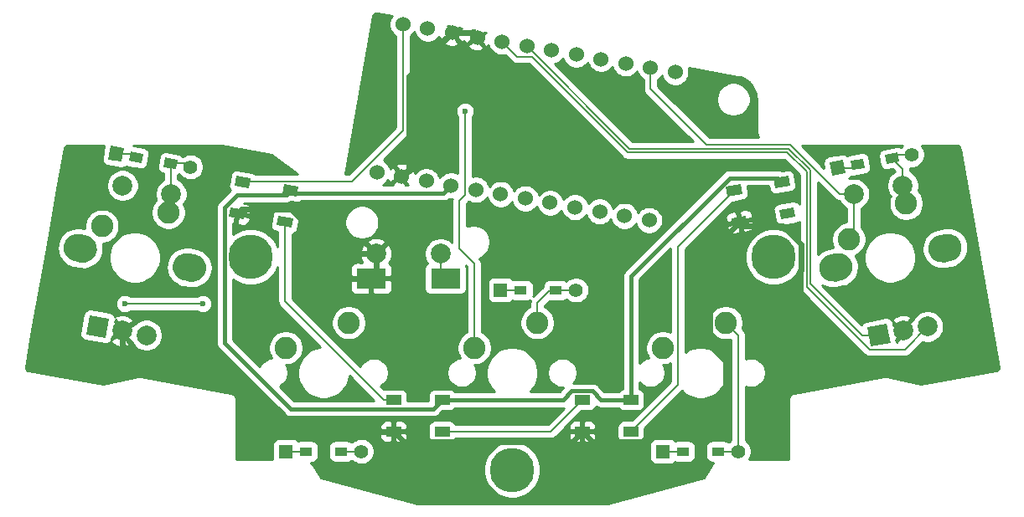
<source format=gbl>
%TF.GenerationSoftware,KiCad,Pcbnew,(5.1.9-0-10_14)*%
%TF.CreationDate,2021-06-24T13:30:28+09:00*%
%TF.ProjectId,reviung5,72657669-756e-4673-952e-6b696361645f,1*%
%TF.SameCoordinates,PX1c9c380PY1c9c380*%
%TF.FileFunction,Copper,L2,Bot*%
%TF.FilePolarity,Positive*%
%FSLAX46Y46*%
G04 Gerber Fmt 4.6, Leading zero omitted, Abs format (unit mm)*
G04 Created by KiCad (PCBNEW (5.1.9-0-10_14)) date 2021-06-24 13:30:28*
%MOMM*%
%LPD*%
G01*
G04 APERTURE LIST*
%TA.AperFunction,ComponentPad*%
%ADD10C,2.250000*%
%TD*%
%TA.AperFunction,ComponentPad*%
%ADD11C,4.500000*%
%TD*%
%TA.AperFunction,SMDPad,CuDef*%
%ADD12C,0.100000*%
%TD*%
%TA.AperFunction,SMDPad,CuDef*%
%ADD13R,1.500000X1.000000*%
%TD*%
%TA.AperFunction,ComponentPad*%
%ADD14C,0.100000*%
%TD*%
%TA.AperFunction,ComponentPad*%
%ADD15C,2.000000*%
%TD*%
%TA.AperFunction,ComponentPad*%
%ADD16C,1.397000*%
%TD*%
%TA.AperFunction,SMDPad,CuDef*%
%ADD17R,1.300000X0.950000*%
%TD*%
%TA.AperFunction,ComponentPad*%
%ADD18R,1.397000X1.397000*%
%TD*%
%TA.AperFunction,SMDPad,CuDef*%
%ADD19R,3.000000X2.000000*%
%TD*%
%TA.AperFunction,ComponentPad*%
%ADD20C,1.524000*%
%TD*%
%TA.AperFunction,ViaPad*%
%ADD21C,0.900000*%
%TD*%
%TA.AperFunction,ViaPad*%
%ADD22C,0.600000*%
%TD*%
%TA.AperFunction,Conductor*%
%ADD23C,0.200000*%
%TD*%
%TA.AperFunction,Conductor*%
%ADD24C,0.600000*%
%TD*%
%TA.AperFunction,Conductor*%
%ADD25C,0.400000*%
%TD*%
%TA.AperFunction,Conductor*%
%ADD26C,0.254000*%
%TD*%
%TA.AperFunction,Conductor*%
%ADD27C,0.100000*%
%TD*%
G04 APERTURE END LIST*
D10*
%TO.P,SW5,2*%
%TO.N,Net-(D5-Pad2)*%
X89669279Y-20166110D03*
%TO.P,SW5,1*%
%TO.N,col4*%
X83856816Y-23770188D03*
%TD*%
%TO.P,SW1,2*%
%TO.N,Net-(D1-Pad2)*%
X15103544Y-21058243D03*
%TO.P,SW1,1*%
%TO.N,col0*%
X8408949Y-22456989D03*
%TD*%
D11*
%TO.P,REF\u002A\u002A,1*%
%TO.N,N/C*%
X76260000Y-25570000D03*
%TD*%
%TO.P,REF\u002A\u002A,1*%
%TO.N,N/C*%
X49860000Y-47110000D03*
%TD*%
%TO.P,REF\u002A\u002A,1*%
%TO.N,N/C*%
X23460000Y-25570000D03*
%TD*%
%TA.AperFunction,SMDPad,CuDef*%
D12*
%TO.P,RGB4,3*%
%TO.N,GND*%
G36*
X73496840Y-21378490D02*
G01*
X73670488Y-22363298D01*
X72193276Y-22623770D01*
X72019628Y-21638962D01*
X73496840Y-21378490D01*
G37*
%TD.AperFunction*%
%TA.AperFunction,SMDPad,CuDef*%
%TO.P,RGB4,4*%
%TO.N,Net-(RGB3-Pad2)*%
G36*
X72941166Y-18227106D02*
G01*
X73114814Y-19211914D01*
X71637602Y-19472386D01*
X71463954Y-18487578D01*
X72941166Y-18227106D01*
G37*
%TD.AperFunction*%
%TA.AperFunction,SMDPad,CuDef*%
%TO.P,RGB4,2*%
%TO.N,Net-(RGB4-Pad2)*%
G36*
X78322398Y-20527614D02*
G01*
X78496046Y-21512422D01*
X77018834Y-21772894D01*
X76845186Y-20788086D01*
X78322398Y-20527614D01*
G37*
%TD.AperFunction*%
%TA.AperFunction,SMDPad,CuDef*%
%TO.P,RGB4,1*%
%TO.N,VCC*%
G36*
X77766724Y-17376230D02*
G01*
X77940372Y-18361038D01*
X76463160Y-18621510D01*
X76289512Y-17636702D01*
X77766724Y-17376230D01*
G37*
%TD.AperFunction*%
%TD*%
D13*
%TO.P,RGB3,3*%
%TO.N,GND*%
X56950000Y-43240000D03*
%TO.P,RGB3,4*%
%TO.N,Net-(RGB2-Pad2)*%
X56950000Y-40040000D03*
%TO.P,RGB3,2*%
%TO.N,Net-(RGB3-Pad2)*%
X61850000Y-43240000D03*
%TO.P,RGB3,1*%
%TO.N,VCC*%
X61850000Y-40040000D03*
%TD*%
%TO.P,RGB2,3*%
%TO.N,GND*%
X37880000Y-43240000D03*
%TO.P,RGB2,4*%
%TO.N,Net-(RGB1-Pad2)*%
X37880000Y-40040000D03*
%TO.P,RGB2,2*%
%TO.N,Net-(RGB2-Pad2)*%
X42780000Y-43240000D03*
%TO.P,RGB2,1*%
%TO.N,VCC*%
X42780000Y-40040000D03*
%TD*%
%TA.AperFunction,SMDPad,CuDef*%
D12*
%TO.P,RGB1,3*%
%TO.N,GND*%
G36*
X22904814Y-20788086D02*
G01*
X22731166Y-21772894D01*
X21253954Y-21512422D01*
X21427602Y-20527614D01*
X22904814Y-20788086D01*
G37*
%TD.AperFunction*%
%TA.AperFunction,SMDPad,CuDef*%
%TO.P,RGB1,4*%
%TO.N,LED*%
G36*
X23460488Y-17636702D02*
G01*
X23286840Y-18621510D01*
X21809628Y-18361038D01*
X21983276Y-17376230D01*
X23460488Y-17636702D01*
G37*
%TD.AperFunction*%
%TA.AperFunction,SMDPad,CuDef*%
%TO.P,RGB1,2*%
%TO.N,Net-(RGB1-Pad2)*%
G36*
X27730372Y-21638962D02*
G01*
X27556724Y-22623770D01*
X26079512Y-22363298D01*
X26253160Y-21378490D01*
X27730372Y-21638962D01*
G37*
%TD.AperFunction*%
%TA.AperFunction,SMDPad,CuDef*%
%TO.P,RGB1,1*%
%TO.N,VCC*%
G36*
X28286046Y-18487578D02*
G01*
X28112398Y-19472386D01*
X26635186Y-19211914D01*
X26808834Y-18227106D01*
X28286046Y-18487578D01*
G37*
%TD.AperFunction*%
%TD*%
%TA.AperFunction,ComponentPad*%
D14*
%TO.P,RESW2,A*%
%TO.N,padA*%
G36*
X88068456Y-34291160D02*
G01*
X86098840Y-34638456D01*
X85751544Y-32668840D01*
X87721160Y-32321544D01*
X88068456Y-34291160D01*
G37*
%TD.AperFunction*%
D15*
%TO.P,RESW2,C*%
%TO.N,GND*%
X89372019Y-33045880D03*
%TO.P,RESW2,B*%
%TO.N,padB*%
X91834039Y-32611759D03*
%TO.P,RESW2,MP*%
%TO.N,N/C*%
%TA.AperFunction,ComponentPad*%
G36*
G01*
X83093284Y-27958888D02*
X82502400Y-28063076D01*
G75*
G02*
X80880562Y-26927452I-243107J1378731D01*
G01*
X80880562Y-26927452D01*
G75*
G02*
X82016186Y-25305614I1378731J243107D01*
G01*
X82607070Y-25201426D01*
G75*
G02*
X84228908Y-26337050I243107J-1378731D01*
G01*
X84228908Y-26337050D01*
G75*
G02*
X83093284Y-27958888I-1378731J-243107D01*
G01*
G37*
%TD.AperFunction*%
%TA.AperFunction,ComponentPad*%
G36*
G01*
X94123129Y-26014029D02*
X93532245Y-26118217D01*
G75*
G02*
X91910407Y-24982593I-243107J1378731D01*
G01*
X91910407Y-24982593D01*
G75*
G02*
X93046031Y-23360755I1378731J243107D01*
G01*
X93636915Y-23256567D01*
G75*
G02*
X95258753Y-24392191I243107J-1378731D01*
G01*
X95258753Y-24392191D01*
G75*
G02*
X94123129Y-26014029I-1378731J-243107D01*
G01*
G37*
%TD.AperFunction*%
%TO.P,RESW2,S1*%
%TO.N,col4*%
X84392101Y-19200288D03*
%TO.P,RESW2,S2*%
%TO.N,Net-(D5-Pad2)*%
X89316140Y-18332047D03*
%TD*%
%TA.AperFunction,ComponentPad*%
D14*
%TO.P,RESW1,A*%
%TO.N,padA*%
G36*
X8781160Y-33778456D02*
G01*
X6811544Y-33431160D01*
X7158840Y-31461544D01*
X9128456Y-31808840D01*
X8781160Y-33778456D01*
G37*
%TD.AperFunction*%
D15*
%TO.P,RESW1,C*%
%TO.N,GND*%
X10432019Y-33054120D03*
%TO.P,RESW1,B*%
%TO.N,padB*%
X12894039Y-33488241D03*
%TO.P,RESW1,MP*%
%TO.N,N/C*%
%TA.AperFunction,ComponentPad*%
G36*
G01*
X6271792Y-26126458D02*
X5680908Y-26022270D01*
G75*
G02*
X4545284Y-24400432I243107J1378731D01*
G01*
X4545284Y-24400432D01*
G75*
G02*
X6167122Y-23264808I1378731J-243107D01*
G01*
X6758006Y-23368996D01*
G75*
G02*
X7893630Y-24990834I-243107J-1378731D01*
G01*
X7893630Y-24990834D01*
G75*
G02*
X6271792Y-26126458I-1378731J243107D01*
G01*
G37*
%TD.AperFunction*%
%TA.AperFunction,ComponentPad*%
G36*
G01*
X17301639Y-28071317D02*
X16710755Y-27967129D01*
G75*
G02*
X15575131Y-26345291I243107J1378731D01*
G01*
X15575131Y-26345291D01*
G75*
G02*
X17196969Y-25209667I1378731J-243107D01*
G01*
X17787853Y-25313855D01*
G75*
G02*
X18923477Y-26935693I-243107J-1378731D01*
G01*
X18923477Y-26935693D01*
G75*
G02*
X17301639Y-28071317I-1378731J243107D01*
G01*
G37*
%TD.AperFunction*%
%TO.P,RESW1,S1*%
%TO.N,col0*%
X10487899Y-18340288D03*
%TO.P,RESW1,S2*%
%TO.N,Net-(D1-Pad2)*%
X15411937Y-19208528D03*
%TD*%
%TA.AperFunction,SMDPad,CuDef*%
D12*
%TO.P,D1,1*%
%TO.N,row0*%
G36*
X11129358Y-15846686D02*
G01*
X11294324Y-14911119D01*
X12574574Y-15136862D01*
X12409608Y-16072429D01*
X11129358Y-15846686D01*
G37*
%TD.AperFunction*%
%TA.AperFunction,ComponentPad*%
D14*
G36*
X9038701Y-15704995D02*
G01*
X9281287Y-14329219D01*
X10657063Y-14571805D01*
X10414477Y-15947581D01*
X9038701Y-15704995D01*
G37*
%TD.AperFunction*%
D16*
%TO.P,D1,2*%
%TO.N,Net-(D1-Pad2)*%
X17352118Y-16461600D03*
%TA.AperFunction,SMDPad,CuDef*%
D12*
G36*
X14625426Y-16463138D02*
G01*
X14790392Y-15527571D01*
X16070642Y-15753314D01*
X15905676Y-16688881D01*
X14625426Y-16463138D01*
G37*
%TD.AperFunction*%
%TD*%
D17*
%TO.P,D2,2*%
%TO.N,Net-(D2-Pad2)*%
X32575000Y-45250000D03*
D16*
X34610000Y-45250000D03*
D18*
%TO.P,D2,1*%
%TO.N,row0*%
X26990000Y-45250000D03*
D17*
X29025000Y-45250000D03*
%TD*%
%TO.P,D3,1*%
%TO.N,row0*%
X50725000Y-28920000D03*
D18*
X48690000Y-28920000D03*
D16*
%TO.P,D3,2*%
%TO.N,Net-(D3-Pad2)*%
X56310000Y-28920000D03*
D17*
X54275000Y-28920000D03*
%TD*%
%TO.P,D4,2*%
%TO.N,Net-(D4-Pad2)*%
X70675000Y-45250000D03*
D16*
X72710000Y-45250000D03*
D18*
%TO.P,D4,1*%
%TO.N,row0*%
X65090000Y-45250000D03*
D17*
X67125000Y-45250000D03*
%TD*%
%TA.AperFunction,SMDPad,CuDef*%
D12*
%TO.P,D5,1*%
%TO.N,row0*%
G36*
X84174324Y-16778881D02*
G01*
X84009358Y-15843314D01*
X85289608Y-15617571D01*
X85454574Y-16553138D01*
X84174324Y-16778881D01*
G37*
%TD.AperFunction*%
%TA.AperFunction,ComponentPad*%
D14*
G36*
X82161287Y-17360781D02*
G01*
X81918701Y-15985005D01*
X83294477Y-15742419D01*
X83537063Y-17118195D01*
X82161287Y-17360781D01*
G37*
%TD.AperFunction*%
D16*
%TO.P,D5,2*%
%TO.N,Net-(D5-Pad2)*%
X90232118Y-15228400D03*
%TA.AperFunction,SMDPad,CuDef*%
D12*
G36*
X87670392Y-16162429D02*
G01*
X87505426Y-15226862D01*
X88785676Y-15001119D01*
X88950642Y-15936686D01*
X87670392Y-16162429D01*
G37*
%TD.AperFunction*%
%TD*%
D19*
%TO.P,reset1,2*%
%TO.N,GND*%
X35610000Y-27750000D03*
%TO.P,reset1,1*%
%TO.N,reset*%
X43110000Y-27750000D03*
D15*
X42610000Y-25250000D03*
%TO.P,reset1,2*%
%TO.N,GND*%
X36110000Y-25250000D03*
%TD*%
D10*
%TO.P,SW2,1*%
%TO.N,col1*%
X26990000Y-34760000D03*
%TO.P,SW2,2*%
%TO.N,Net-(D2-Pad2)*%
X33340000Y-32220000D03*
%TD*%
%TO.P,SW3,2*%
%TO.N,Net-(D3-Pad2)*%
X52390000Y-32220000D03*
%TO.P,SW3,1*%
%TO.N,col2*%
X46040000Y-34760000D03*
%TD*%
%TO.P,SW4,1*%
%TO.N,col3*%
X65090000Y-34760000D03*
%TO.P,SW4,2*%
%TO.N,Net-(D4-Pad2)*%
X71440000Y-32220000D03*
%TD*%
D20*
%TO.P,U1,1*%
%TO.N,LED*%
X38823659Y-2020156D03*
%TO.P,U1,2*%
%TO.N,Net-(U1-Pad2)*%
X41325071Y-2461222D03*
%TO.P,U1,3*%
%TO.N,GND*%
X43826482Y-2902289D03*
%TO.P,U1,4*%
X46327894Y-3343355D03*
%TO.P,U1,5*%
%TO.N,padB*%
X48829306Y-3784421D03*
%TO.P,U1,6*%
%TO.N,padA*%
X51330718Y-4225488D03*
%TO.P,U1,7*%
%TO.N,col0*%
X53832129Y-4666554D03*
%TO.P,U1,8*%
%TO.N,col1*%
X56333541Y-5107621D03*
%TO.P,U1,9*%
%TO.N,col2*%
X58834953Y-5548687D03*
%TO.P,U1,10*%
%TO.N,col3*%
X61336364Y-5989753D03*
%TO.P,U1,11*%
%TO.N,col4*%
X63837776Y-6430820D03*
%TO.P,U1,12*%
%TO.N,Net-(U1-Pad12)*%
X66339188Y-6871886D03*
%TO.P,U1,13*%
%TO.N,Net-(U1-Pad13)*%
X63696262Y-21860660D03*
%TO.P,U1,14*%
%TO.N,Net-(U1-Pad14)*%
X61194851Y-21419594D03*
%TO.P,U1,15*%
%TO.N,Net-(U1-Pad15)*%
X58693439Y-20978527D03*
%TO.P,U1,16*%
%TO.N,Net-(U1-Pad16)*%
X56192027Y-20537461D03*
%TO.P,U1,17*%
%TO.N,Net-(U1-Pad17)*%
X53690616Y-20096395D03*
%TO.P,U1,18*%
%TO.N,Net-(U1-Pad18)*%
X51189204Y-19655328D03*
%TO.P,U1,19*%
%TO.N,Net-(U1-Pad19)*%
X48687792Y-19214262D03*
%TO.P,U1,20*%
%TO.N,row0*%
X46186381Y-18773195D03*
%TO.P,U1,21*%
%TO.N,VCC*%
X43684969Y-18332129D03*
%TO.P,U1,22*%
%TO.N,reset*%
X41183557Y-17891063D03*
%TO.P,U1,23*%
%TO.N,GND*%
X38682146Y-17449996D03*
%TO.P,U1,24*%
%TO.N,Net-(U1-Pad24)*%
X36180734Y-17008930D03*
%TD*%
D21*
%TO.N,GND*%
X28800000Y-29400000D03*
X21400000Y-37700000D03*
X82100000Y-37000000D03*
D22*
X5450000Y-15100000D03*
X1700000Y-36400000D03*
X22500000Y-45500000D03*
X77150000Y-45450000D03*
X98350000Y-36550000D03*
X94450000Y-14900000D03*
X36500000Y-9250000D03*
X20550000Y-14850000D03*
X62000000Y-11250000D03*
X69250000Y-11250000D03*
X63250000Y-29000000D03*
X82500000Y-21250000D03*
X23800000Y-31550000D03*
%TO.N,col0*%
X10700000Y-30300000D03*
X18600000Y-30300000D03*
%TO.N,col2*%
X45100000Y-10800000D03*
%TD*%
D23*
%TO.N,row0*%
X11498592Y-15138400D02*
X11851966Y-15491774D01*
X9847882Y-15138400D02*
X11498592Y-15138400D01*
X48690000Y-28920000D02*
X50725000Y-28920000D01*
X26990000Y-45250000D02*
X29025000Y-45250000D01*
X84378592Y-16551600D02*
X84731966Y-16198226D01*
X82727882Y-16551600D02*
X84378592Y-16551600D01*
X65090000Y-45250000D02*
X67125000Y-45250000D01*
%TO.N,Net-(D1-Pad2)*%
X16998744Y-16108226D02*
X17352118Y-16461600D01*
X15348034Y-16108226D02*
X16998744Y-16108226D01*
X15348034Y-19144625D02*
X15411937Y-19208528D01*
X15348034Y-16108226D02*
X15348034Y-19144625D01*
X15411937Y-20749850D02*
X15103544Y-21058243D01*
X15411937Y-19208528D02*
X15411937Y-20749850D01*
%TO.N,Net-(D2-Pad2)*%
X34610000Y-45250000D02*
X32575000Y-45250000D01*
%TO.N,Net-(D3-Pad2)*%
X54275000Y-28920000D02*
X56310000Y-28920000D01*
X52390000Y-32220000D02*
X52390000Y-30210000D01*
X53680000Y-28920000D02*
X54275000Y-28920000D01*
X52390000Y-30210000D02*
X53680000Y-28920000D01*
%TO.N,Net-(D4-Pad2)*%
X72710000Y-33490000D02*
X71440000Y-32220000D01*
X72710000Y-45010000D02*
X72710000Y-33490000D01*
X70675000Y-45250000D02*
X72710000Y-45250000D01*
%TO.N,Net-(D5-Pad2)*%
X88581408Y-15228400D02*
X88228034Y-15581774D01*
X90232118Y-15228400D02*
X88581408Y-15228400D01*
X89669279Y-18685186D02*
X89316140Y-18332047D01*
X89669279Y-20166110D02*
X89669279Y-18685186D01*
X89316140Y-16669880D02*
X88228034Y-15581774D01*
X89316140Y-18332047D02*
X89316140Y-16669880D01*
D24*
%TO.N,GND*%
X36110000Y-27250000D02*
X35610000Y-27750000D01*
X36110000Y-25250000D02*
X36110000Y-27250000D01*
X22510993Y-20718645D02*
X22079384Y-21150254D01*
X32048532Y-25250000D02*
X27517177Y-20718645D01*
X27517177Y-20718645D02*
X22510993Y-20718645D01*
X36110000Y-25250000D02*
X32048532Y-25250000D01*
X55949999Y-44240001D02*
X56950000Y-43240000D01*
X38880001Y-44240001D02*
X55949999Y-44240001D01*
X37880000Y-43240000D02*
X38880001Y-44240001D01*
X35610000Y-27750000D02*
X30450000Y-27750000D01*
X30450000Y-27750000D02*
X28800000Y-29400000D01*
X28800000Y-29400000D02*
X28800000Y-29400000D01*
X26940000Y-43240000D02*
X37880000Y-43240000D01*
X21400000Y-37700000D02*
X26940000Y-43240000D01*
X13663686Y-37700000D02*
X21400000Y-37700000D01*
X10432019Y-34468333D02*
X13663686Y-37700000D01*
X10432019Y-33054120D02*
X10432019Y-34468333D01*
X38682146Y-17449996D02*
X39444145Y-16687997D01*
X39444145Y-7284626D02*
X39444145Y-7644145D01*
X43826482Y-2902289D02*
X39444145Y-7284626D01*
X39444145Y-16687997D02*
X39444145Y-7644145D01*
X45886828Y-2902289D02*
X46327894Y-3343355D01*
X43826482Y-2902289D02*
X45886828Y-2902289D01*
X82100000Y-37000000D02*
X82100000Y-37000000D01*
X57950001Y-44240001D02*
X56950000Y-43240000D01*
X69250000Y-42000000D02*
X65250000Y-42000000D01*
X63009999Y-44240001D02*
X57950001Y-44240001D01*
X65250000Y-42000000D02*
X63009999Y-44240001D01*
X71393901Y-39856099D02*
X69250000Y-42000000D01*
X69814999Y-34524025D02*
X71393901Y-36102927D01*
X69814999Y-25031189D02*
X69814999Y-34524025D01*
X71393901Y-36102927D02*
X71393901Y-39856099D01*
X72845058Y-22001130D02*
X69814999Y-25031189D01*
X73276667Y-22432739D02*
X72845058Y-22001130D01*
X77192741Y-22432739D02*
X73276667Y-22432739D01*
X79010001Y-24249999D02*
X77192741Y-22432739D01*
X79010001Y-26890001D02*
X79010001Y-24249999D01*
X79000000Y-26900002D02*
X79010001Y-26890001D01*
X79000000Y-33900000D02*
X79000000Y-26900002D01*
X82100000Y-37000000D02*
X79000000Y-33900000D01*
D23*
%TO.N,reset*%
X42610000Y-27250000D02*
X43110000Y-27750000D01*
X42610000Y-25250000D02*
X42610000Y-27250000D01*
%TO.N,col0*%
X8435204Y-22483244D02*
X8408949Y-22456989D01*
X10700000Y-30300000D02*
X18600000Y-30300000D01*
X18600000Y-30300000D02*
X18600000Y-30300000D01*
%TO.N,padB*%
X51839531Y-5300000D02*
X50344885Y-5300000D01*
X79610011Y-16963807D02*
X77646224Y-15000020D01*
X77646224Y-15000020D02*
X61539551Y-15000020D01*
X85974570Y-34938466D02*
X79610011Y-28573907D01*
X50344885Y-5300000D02*
X48829306Y-3784421D01*
X89507332Y-34938466D02*
X85974570Y-34938466D01*
X61539551Y-15000020D02*
X51839531Y-5300000D01*
X79610011Y-28573907D02*
X79610011Y-16963807D01*
X91834039Y-32611759D02*
X89507332Y-34938466D01*
%TO.N,padA*%
X85214301Y-33480000D02*
X86910000Y-33480000D01*
X80010021Y-28275719D02*
X85214301Y-33480000D01*
X80010021Y-16798118D02*
X80010021Y-28275719D01*
X77811912Y-14600010D02*
X80010021Y-16798118D01*
X61705240Y-14600010D02*
X77811912Y-14600010D01*
X51330718Y-4225488D02*
X61705240Y-14600010D01*
%TO.N,col4*%
X82977888Y-19200288D02*
X77977600Y-14200000D01*
X84392101Y-19200288D02*
X82977888Y-19200288D01*
X69475552Y-14200000D02*
X63837776Y-8562224D01*
X77977600Y-14200000D02*
X69475552Y-14200000D01*
X63837776Y-8562224D02*
X63837776Y-6430820D01*
X84392101Y-23234903D02*
X83856816Y-23770188D01*
X84392101Y-19200288D02*
X84392101Y-23234903D01*
D25*
%TO.N,VCC*%
X27704998Y-19094128D02*
X27460616Y-18849746D01*
X42922970Y-19094128D02*
X27704998Y-19094128D01*
X43684969Y-18332129D02*
X42922970Y-19094128D01*
X41879999Y-40940001D02*
X42780000Y-40040000D01*
X27472999Y-40940001D02*
X41879999Y-40940001D01*
X20809999Y-34277001D02*
X27472999Y-40940001D01*
X20809999Y-20579517D02*
X20809999Y-34277001D01*
X27029007Y-19281355D02*
X22108161Y-19281355D01*
X22108161Y-19281355D02*
X20809999Y-20579517D01*
X27460616Y-18849746D02*
X27029007Y-19281355D01*
X54979998Y-40040000D02*
X55879999Y-39139999D01*
X42780000Y-40040000D02*
X54979998Y-40040000D01*
X76683333Y-17567261D02*
X77114942Y-17998870D01*
X71818571Y-17567261D02*
X76683333Y-17567261D01*
X61850000Y-27535832D02*
X71818571Y-17567261D01*
X61850000Y-40040000D02*
X61850000Y-27535832D01*
X58840000Y-40040000D02*
X57939999Y-39139999D01*
X61850000Y-40040000D02*
X58840000Y-40040000D01*
X55879999Y-39139999D02*
X57939999Y-39139999D01*
D23*
%TO.N,Net-(RGB1-Pad2)*%
X36880998Y-40040000D02*
X37880000Y-40040000D01*
X26904942Y-30063944D02*
X36880998Y-40040000D01*
X26904942Y-22001130D02*
X26904942Y-30063944D01*
%TO.N,LED*%
X22706832Y-17927096D02*
X22635058Y-17998870D01*
X33672904Y-17927096D02*
X22706832Y-17927096D01*
X38823659Y-12776341D02*
X33672904Y-17927096D01*
X38823659Y-2020156D02*
X38823659Y-12776341D01*
%TO.N,Net-(RGB2-Pad2)*%
X53750000Y-43240000D02*
X56950000Y-40040000D01*
X42780000Y-43240000D02*
X53750000Y-43240000D01*
%TO.N,Net-(RGB3-Pad2)*%
X66606099Y-24533031D02*
X72289384Y-18849746D01*
X66606099Y-38483901D02*
X66606099Y-24533031D01*
X61850000Y-43240000D02*
X66606099Y-38483901D01*
%TO.N,col2*%
X44509999Y-24742001D02*
X44509999Y-19890001D01*
X46040000Y-26272002D02*
X44509999Y-24742001D01*
X46040000Y-34760000D02*
X46040000Y-26272002D01*
X45100000Y-19300000D02*
X44509999Y-19890001D01*
X45100000Y-10800000D02*
X45100000Y-19300000D01*
%TD*%
D26*
%TO.N,GND*%
X43499290Y-2213593D02*
X43843701Y-2705462D01*
X43840623Y-2708540D01*
X44020231Y-2888148D01*
X44516233Y-2392146D01*
X44724288Y-2428676D01*
X44003359Y-2933477D01*
X44640897Y-3843977D01*
X44888972Y-3819706D01*
X44972144Y-3701733D01*
X44974802Y-3717095D01*
X45015705Y-3842052D01*
X45240518Y-3949706D01*
X46131067Y-3326136D01*
X46134145Y-3329214D01*
X46313753Y-3149606D01*
X45777797Y-2613650D01*
X45999208Y-2652525D01*
X46345113Y-3146528D01*
X46342035Y-3149606D01*
X46521643Y-3329214D01*
X47019237Y-2831620D01*
X47227837Y-2868246D01*
X46504771Y-3374543D01*
X47142309Y-4285043D01*
X47390384Y-4260772D01*
X47475636Y-4139849D01*
X47485992Y-4191911D01*
X47591301Y-4446148D01*
X47744186Y-4674956D01*
X47938771Y-4869541D01*
X48167579Y-5022426D01*
X48421816Y-5127735D01*
X48691714Y-5181421D01*
X48966898Y-5181421D01*
X49150366Y-5144927D01*
X49799631Y-5794193D01*
X49822647Y-5822238D01*
X49934565Y-5914087D01*
X50062252Y-5982337D01*
X50200800Y-6024365D01*
X50308780Y-6035000D01*
X50308789Y-6035000D01*
X50344884Y-6038555D01*
X50380979Y-6035000D01*
X51535085Y-6035000D01*
X60994297Y-15494213D01*
X61017313Y-15522258D01*
X61129231Y-15614107D01*
X61256918Y-15682357D01*
X61377434Y-15718915D01*
X61395466Y-15724385D01*
X61539551Y-15738576D01*
X61575656Y-15735020D01*
X77341778Y-15735020D01*
X78875012Y-17268255D01*
X78875012Y-20213329D01*
X78860543Y-20184778D01*
X78783318Y-20086379D01*
X78688381Y-20004936D01*
X78579380Y-19943579D01*
X78460502Y-19904667D01*
X78336318Y-19889694D01*
X78211598Y-19899236D01*
X76734386Y-20159708D01*
X76613925Y-20193398D01*
X76502350Y-20249941D01*
X76403951Y-20327166D01*
X76322508Y-20422103D01*
X76261151Y-20531104D01*
X76222239Y-20649982D01*
X76207266Y-20774166D01*
X76216808Y-20898886D01*
X76390456Y-21883694D01*
X76424146Y-22004155D01*
X76480689Y-22115730D01*
X76557914Y-22214129D01*
X76652851Y-22295572D01*
X76761852Y-22356929D01*
X76880730Y-22395841D01*
X77004914Y-22410814D01*
X77129634Y-22401272D01*
X78606846Y-22140800D01*
X78727307Y-22107110D01*
X78838882Y-22050567D01*
X78875012Y-22022212D01*
X78875011Y-24344327D01*
X78816654Y-24203440D01*
X78500926Y-23730920D01*
X78099080Y-23329074D01*
X77626560Y-23013346D01*
X77101523Y-22795869D01*
X76544148Y-22685000D01*
X75975852Y-22685000D01*
X75418477Y-22795869D01*
X74893440Y-23013346D01*
X74420920Y-23329074D01*
X74019074Y-23730920D01*
X73703346Y-24203440D01*
X73485869Y-24728477D01*
X73375000Y-25285852D01*
X73375000Y-25854148D01*
X73485869Y-26411523D01*
X73703346Y-26936560D01*
X74019074Y-27409080D01*
X74420920Y-27810926D01*
X74893440Y-28126654D01*
X75418477Y-28344131D01*
X75975852Y-28455000D01*
X76544148Y-28455000D01*
X77101523Y-28344131D01*
X77626560Y-28126654D01*
X78099080Y-27810926D01*
X78500926Y-27409080D01*
X78816654Y-26936560D01*
X78875011Y-26795673D01*
X78875011Y-28537802D01*
X78871455Y-28573907D01*
X78885646Y-28717992D01*
X78895356Y-28750000D01*
X78927674Y-28856539D01*
X78995924Y-28984226D01*
X79087773Y-29096144D01*
X79115819Y-29119161D01*
X85429316Y-35432659D01*
X85452332Y-35460704D01*
X85480376Y-35483719D01*
X85564250Y-35552553D01*
X85691936Y-35620803D01*
X85830485Y-35662831D01*
X85974570Y-35677022D01*
X86010675Y-35673466D01*
X89471227Y-35673466D01*
X89507332Y-35677022D01*
X89543437Y-35673466D01*
X89651417Y-35662831D01*
X89789965Y-35620803D01*
X89917652Y-35552553D01*
X90029570Y-35460704D01*
X90052591Y-35432654D01*
X91317664Y-34167581D01*
X91357127Y-34183927D01*
X91673006Y-34246759D01*
X91995072Y-34246759D01*
X92310951Y-34183927D01*
X92608502Y-34060677D01*
X92876291Y-33881746D01*
X93104026Y-33654011D01*
X93282957Y-33386222D01*
X93406207Y-33088671D01*
X93469039Y-32772792D01*
X93469039Y-32450726D01*
X93406207Y-32134847D01*
X93282957Y-31837296D01*
X93104026Y-31569507D01*
X92876291Y-31341772D01*
X92608502Y-31162841D01*
X92310951Y-31039591D01*
X91995072Y-30976759D01*
X91673006Y-30976759D01*
X91357127Y-31039591D01*
X91059576Y-31162841D01*
X90791787Y-31341772D01*
X90564052Y-31569507D01*
X90385121Y-31837296D01*
X90373896Y-31864395D01*
X90329872Y-31908419D01*
X90324209Y-31907430D01*
X90308672Y-31929619D01*
X89386160Y-32852131D01*
X89565768Y-33031739D01*
X89568846Y-33028661D01*
X90044579Y-33361773D01*
X89956050Y-33450303D01*
X89565768Y-33060021D01*
X89386160Y-33239629D01*
X89389238Y-33242707D01*
X88716507Y-34203466D01*
X88698602Y-34203466D01*
X88696834Y-34180360D01*
X88654910Y-33942597D01*
X89357878Y-33239629D01*
X89178270Y-33060021D01*
X89175192Y-33063099D01*
X88404702Y-32523596D01*
X88349538Y-32210744D01*
X88337069Y-32166162D01*
X89340831Y-32869003D01*
X90116144Y-31761742D01*
X89975922Y-31517987D01*
X89666241Y-31429529D01*
X89345253Y-31403187D01*
X89025294Y-31439973D01*
X88718659Y-31538473D01*
X88437133Y-31694902D01*
X88281966Y-31816677D01*
X88254686Y-31972822D01*
X88182080Y-31880309D01*
X88087143Y-31798866D01*
X87978142Y-31737509D01*
X87859264Y-31698597D01*
X87735080Y-31683624D01*
X87610360Y-31693166D01*
X85640744Y-32040462D01*
X85520283Y-32074152D01*
X85408708Y-32130695D01*
X85310309Y-32207920D01*
X85228866Y-32302857D01*
X85174027Y-32400279D01*
X81193288Y-28419540D01*
X81435736Y-28556014D01*
X81816705Y-28680719D01*
X82214682Y-28728704D01*
X82514214Y-28705788D01*
X83301998Y-28566881D01*
X83591304Y-28485970D01*
X83948869Y-28304763D01*
X84264212Y-28057281D01*
X84525214Y-27753034D01*
X84721846Y-27403714D01*
X84846550Y-27022745D01*
X84894536Y-26624769D01*
X84863957Y-26225076D01*
X84755990Y-25839030D01*
X84574783Y-25481465D01*
X84513389Y-25403237D01*
X84639317Y-25351076D01*
X85421100Y-25351076D01*
X85421100Y-25868924D01*
X85522127Y-26376822D01*
X85720299Y-26855251D01*
X86008000Y-27285826D01*
X86374174Y-27652000D01*
X86804749Y-27939701D01*
X87283178Y-28137873D01*
X87791076Y-28238900D01*
X88308924Y-28238900D01*
X88816822Y-28137873D01*
X89295251Y-27939701D01*
X89725826Y-27652000D01*
X90092000Y-27285826D01*
X90379701Y-26855251D01*
X90577873Y-26376822D01*
X90678900Y-25868924D01*
X90678900Y-25351076D01*
X90577873Y-24843178D01*
X90516444Y-24694875D01*
X91244779Y-24694875D01*
X91275358Y-25094567D01*
X91383325Y-25480613D01*
X91564532Y-25838178D01*
X91812014Y-26153522D01*
X92116261Y-26414523D01*
X92465581Y-26611155D01*
X92846550Y-26735860D01*
X93244527Y-26783845D01*
X93544059Y-26760929D01*
X94331843Y-26622022D01*
X94621149Y-26541111D01*
X94978714Y-26359904D01*
X95294057Y-26112422D01*
X95555059Y-25808175D01*
X95751691Y-25458855D01*
X95876395Y-25077886D01*
X95924381Y-24679910D01*
X95893802Y-24280217D01*
X95785835Y-23894171D01*
X95604628Y-23536606D01*
X95357146Y-23221262D01*
X95052899Y-22960261D01*
X94703579Y-22763629D01*
X94322610Y-22638924D01*
X93924632Y-22590939D01*
X93625100Y-22613855D01*
X92837317Y-22752762D01*
X92548011Y-22833673D01*
X92190446Y-23014880D01*
X91875102Y-23262362D01*
X91614101Y-23566609D01*
X91417469Y-23915929D01*
X91292764Y-24296898D01*
X91244779Y-24694875D01*
X90516444Y-24694875D01*
X90379701Y-24364749D01*
X90092000Y-23934174D01*
X89725826Y-23568000D01*
X89295251Y-23280299D01*
X88816822Y-23082127D01*
X88308924Y-22981100D01*
X87791076Y-22981100D01*
X87283178Y-23082127D01*
X86804749Y-23280299D01*
X86374174Y-23568000D01*
X86008000Y-23934174D01*
X85720299Y-24364749D01*
X85522127Y-24843178D01*
X85421100Y-25351076D01*
X84639317Y-25351076D01*
X84690489Y-25329880D01*
X84978751Y-25137269D01*
X85223897Y-24892123D01*
X85416508Y-24603861D01*
X85549180Y-24283561D01*
X85616816Y-23943533D01*
X85616816Y-23596843D01*
X85549180Y-23256815D01*
X85416508Y-22936515D01*
X85223897Y-22648253D01*
X85127101Y-22551457D01*
X85127101Y-20665552D01*
X85166564Y-20649206D01*
X85434353Y-20470275D01*
X85662088Y-20242540D01*
X85841019Y-19974751D01*
X85964269Y-19677200D01*
X86027101Y-19361321D01*
X86027101Y-19039255D01*
X85964269Y-18723376D01*
X85841019Y-18425825D01*
X85662088Y-18158036D01*
X85434353Y-17930301D01*
X85166564Y-17751370D01*
X84869013Y-17628120D01*
X84553134Y-17565288D01*
X84231068Y-17565288D01*
X83916083Y-17627942D01*
X83978298Y-17579115D01*
X84059741Y-17484178D01*
X84101655Y-17409718D01*
X84160405Y-17416801D01*
X84285124Y-17407259D01*
X85565374Y-17181516D01*
X85685836Y-17147826D01*
X85797410Y-17091282D01*
X85895809Y-17014058D01*
X85977252Y-16919121D01*
X86038609Y-16810119D01*
X86077521Y-16691242D01*
X86092494Y-16567057D01*
X86082952Y-16442338D01*
X85917986Y-15506771D01*
X85884296Y-15386309D01*
X85827752Y-15274735D01*
X85750528Y-15176336D01*
X85655591Y-15094893D01*
X85546589Y-15033536D01*
X85427712Y-14994624D01*
X85303527Y-14979651D01*
X85178808Y-14989193D01*
X83898558Y-15214936D01*
X83778096Y-15248626D01*
X83725313Y-15275376D01*
X83660460Y-15219741D01*
X83551459Y-15158384D01*
X83432581Y-15119472D01*
X83308397Y-15104499D01*
X83183677Y-15114041D01*
X81807901Y-15356627D01*
X81687440Y-15390317D01*
X81575865Y-15446860D01*
X81477466Y-15524085D01*
X81396023Y-15619022D01*
X81334666Y-15728023D01*
X81295754Y-15846901D01*
X81280781Y-15971085D01*
X81290323Y-16095805D01*
X81371130Y-16554083D01*
X79132046Y-14315000D01*
X89259664Y-14315000D01*
X89196321Y-14378343D01*
X89135511Y-14469351D01*
X89042657Y-14417084D01*
X88923780Y-14378172D01*
X88799595Y-14363199D01*
X88674876Y-14372741D01*
X87394626Y-14598484D01*
X87274164Y-14632174D01*
X87162590Y-14688718D01*
X87064191Y-14765942D01*
X86982748Y-14860879D01*
X86921391Y-14969881D01*
X86882479Y-15088758D01*
X86867506Y-15212943D01*
X86877048Y-15337662D01*
X87042014Y-16273229D01*
X87075704Y-16393691D01*
X87132248Y-16505265D01*
X87209472Y-16603664D01*
X87304409Y-16685107D01*
X87413411Y-16746464D01*
X87532288Y-16785376D01*
X87656473Y-16800349D01*
X87781192Y-16790807D01*
X88305220Y-16698407D01*
X88510664Y-16903851D01*
X88273888Y-17062060D01*
X88046153Y-17289795D01*
X87867222Y-17557584D01*
X87743972Y-17855135D01*
X87681140Y-18171014D01*
X87681140Y-18493080D01*
X87743972Y-18808959D01*
X87867222Y-19106510D01*
X88046153Y-19374299D01*
X88078747Y-19406893D01*
X87976915Y-19652737D01*
X87909279Y-19992765D01*
X87909279Y-20339455D01*
X87976915Y-20679483D01*
X88109587Y-20999783D01*
X88302198Y-21288045D01*
X88547344Y-21533191D01*
X88835606Y-21725802D01*
X89155906Y-21858474D01*
X89495934Y-21926110D01*
X89842624Y-21926110D01*
X90182652Y-21858474D01*
X90502952Y-21725802D01*
X90791214Y-21533191D01*
X91036360Y-21288045D01*
X91228971Y-20999783D01*
X91361643Y-20679483D01*
X91429279Y-20339455D01*
X91429279Y-19992765D01*
X91361643Y-19652737D01*
X91228971Y-19332437D01*
X91036360Y-19044175D01*
X90862778Y-18870593D01*
X90888308Y-18808959D01*
X90951140Y-18493080D01*
X90951140Y-18171014D01*
X90888308Y-17855135D01*
X90765058Y-17557584D01*
X90586127Y-17289795D01*
X90358392Y-17062060D01*
X90090603Y-16883129D01*
X90051140Y-16866783D01*
X90051140Y-16705974D01*
X90054695Y-16669879D01*
X90051140Y-16633784D01*
X90051140Y-16633775D01*
X90042928Y-16550392D01*
X90100780Y-16561900D01*
X90363456Y-16561900D01*
X90621086Y-16510654D01*
X90863767Y-16410132D01*
X91082175Y-16264197D01*
X91267915Y-16078457D01*
X91413850Y-15860049D01*
X91514372Y-15617368D01*
X91565618Y-15359738D01*
X91565618Y-15097062D01*
X91514372Y-14839432D01*
X91413850Y-14596751D01*
X91267915Y-14378343D01*
X91204572Y-14315000D01*
X94777392Y-14315000D01*
X94814043Y-14316639D01*
X94862669Y-14324291D01*
X94901532Y-14335828D01*
X94938375Y-14352249D01*
X94972852Y-14373315D01*
X95004418Y-14398674D01*
X95032450Y-14427824D01*
X95056448Y-14460257D01*
X95076069Y-14495594D01*
X95091102Y-14533787D01*
X95106885Y-14597880D01*
X99003799Y-36696861D01*
X99010046Y-36746946D01*
X99010577Y-36769914D01*
X99005056Y-36823915D01*
X98993918Y-36867558D01*
X98976505Y-36909270D01*
X98953166Y-36948266D01*
X98924498Y-36983533D01*
X98891250Y-37014161D01*
X98854051Y-37039545D01*
X98805180Y-37063201D01*
X98783422Y-37070553D01*
X98734211Y-37081810D01*
X91165890Y-38415092D01*
X87686402Y-37677110D01*
X87625309Y-37670285D01*
X87564333Y-37662498D01*
X87558926Y-37662869D01*
X87553539Y-37662267D01*
X87492261Y-37667440D01*
X87430957Y-37671643D01*
X87421536Y-37673291D01*
X78350040Y-39325515D01*
X78347286Y-39326301D01*
X78344426Y-39326561D01*
X78282976Y-39344647D01*
X78221480Y-39362190D01*
X78218929Y-39363497D01*
X78216176Y-39364307D01*
X78159430Y-39393973D01*
X78102493Y-39423137D01*
X78100244Y-39424914D01*
X78097701Y-39426244D01*
X78047778Y-39466384D01*
X77997610Y-39506036D01*
X77995750Y-39508215D01*
X77993513Y-39510014D01*
X77952336Y-39559087D01*
X77910826Y-39607727D01*
X77909425Y-39610226D01*
X77907579Y-39612426D01*
X77876709Y-39668578D01*
X77845446Y-39724339D01*
X77844557Y-39727062D01*
X77843174Y-39729578D01*
X77823799Y-39790657D01*
X77803962Y-39851428D01*
X77803619Y-39854272D01*
X77802751Y-39857008D01*
X77795616Y-39920615D01*
X77787952Y-39984155D01*
X77788168Y-39987017D01*
X77787849Y-39989864D01*
X77787782Y-39999428D01*
X77787782Y-46038092D01*
X73787201Y-46038092D01*
X73891732Y-45881649D01*
X73992254Y-45638968D01*
X74043500Y-45381338D01*
X74043500Y-45118662D01*
X73992254Y-44861032D01*
X73891732Y-44618351D01*
X73745797Y-44399943D01*
X73560057Y-44214203D01*
X73445000Y-44137325D01*
X73445000Y-38712807D01*
X73539549Y-38751971D01*
X73831278Y-38810000D01*
X74128722Y-38810000D01*
X74420451Y-38751971D01*
X74695253Y-38638144D01*
X74942569Y-38472893D01*
X75152893Y-38262569D01*
X75318144Y-38015253D01*
X75431971Y-37740451D01*
X75490000Y-37448722D01*
X75490000Y-37151278D01*
X75431971Y-36859549D01*
X75318144Y-36584747D01*
X75152893Y-36337431D01*
X74942569Y-36127107D01*
X74695253Y-35961856D01*
X74420451Y-35848029D01*
X74128722Y-35790000D01*
X73831278Y-35790000D01*
X73539549Y-35848029D01*
X73445000Y-35887193D01*
X73445000Y-33526094D01*
X73448555Y-33489999D01*
X73445000Y-33453904D01*
X73445000Y-33453895D01*
X73434365Y-33345915D01*
X73392337Y-33207367D01*
X73324087Y-33079680D01*
X73232238Y-32967762D01*
X73204193Y-32944746D01*
X73091493Y-32832046D01*
X73132364Y-32733373D01*
X73200000Y-32393345D01*
X73200000Y-32046655D01*
X73132364Y-31706627D01*
X72999692Y-31386327D01*
X72807081Y-31098065D01*
X72561935Y-30852919D01*
X72273673Y-30660308D01*
X71953373Y-30527636D01*
X71613345Y-30460000D01*
X71266655Y-30460000D01*
X70926627Y-30527636D01*
X70606327Y-30660308D01*
X70318065Y-30852919D01*
X70072919Y-31098065D01*
X69880308Y-31386327D01*
X69747636Y-31706627D01*
X69680000Y-32046655D01*
X69680000Y-32393345D01*
X69747636Y-32733373D01*
X69880308Y-33053673D01*
X70072919Y-33341935D01*
X70318065Y-33587081D01*
X70606327Y-33779692D01*
X70926627Y-33912364D01*
X71266655Y-33980000D01*
X71613345Y-33980000D01*
X71953373Y-33912364D01*
X71975001Y-33903405D01*
X71975000Y-44137325D01*
X71859943Y-44214203D01*
X71761985Y-44312161D01*
X71679494Y-44244463D01*
X71569180Y-44185498D01*
X71449482Y-44149188D01*
X71325000Y-44136928D01*
X70025000Y-44136928D01*
X69900518Y-44149188D01*
X69780820Y-44185498D01*
X69670506Y-44244463D01*
X69573815Y-44323815D01*
X69494463Y-44420506D01*
X69435498Y-44530820D01*
X69399188Y-44650518D01*
X69386928Y-44775000D01*
X69386928Y-45725000D01*
X69399188Y-45849482D01*
X69435498Y-45969180D01*
X69494463Y-46079494D01*
X69573815Y-46176185D01*
X69670506Y-46255537D01*
X69780820Y-46314502D01*
X69900518Y-46350812D01*
X70025000Y-46363072D01*
X70191377Y-46363072D01*
X69187423Y-47912385D01*
X59449863Y-50519580D01*
X40287343Y-50519580D01*
X30531178Y-47912128D01*
X29825620Y-46825852D01*
X46975000Y-46825852D01*
X46975000Y-47394148D01*
X47085869Y-47951523D01*
X47303346Y-48476560D01*
X47619074Y-48949080D01*
X48020920Y-49350926D01*
X48493440Y-49666654D01*
X49018477Y-49884131D01*
X49575852Y-49995000D01*
X50144148Y-49995000D01*
X50701523Y-49884131D01*
X51226560Y-49666654D01*
X51699080Y-49350926D01*
X52100926Y-48949080D01*
X52416654Y-48476560D01*
X52634131Y-47951523D01*
X52745000Y-47394148D01*
X52745000Y-46825852D01*
X52634131Y-46268477D01*
X52416654Y-45743440D01*
X52100926Y-45270920D01*
X51699080Y-44869074D01*
X51226560Y-44553346D01*
X51222104Y-44551500D01*
X63753428Y-44551500D01*
X63753428Y-45948500D01*
X63765688Y-46072982D01*
X63801998Y-46192680D01*
X63860963Y-46302994D01*
X63940315Y-46399685D01*
X64037006Y-46479037D01*
X64147320Y-46538002D01*
X64267018Y-46574312D01*
X64391500Y-46586572D01*
X65788500Y-46586572D01*
X65912982Y-46574312D01*
X66032680Y-46538002D01*
X66142994Y-46479037D01*
X66239685Y-46399685D01*
X66293891Y-46333634D01*
X66350518Y-46350812D01*
X66475000Y-46363072D01*
X67775000Y-46363072D01*
X67899482Y-46350812D01*
X68019180Y-46314502D01*
X68129494Y-46255537D01*
X68226185Y-46176185D01*
X68305537Y-46079494D01*
X68364502Y-45969180D01*
X68400812Y-45849482D01*
X68413072Y-45725000D01*
X68413072Y-44775000D01*
X68400812Y-44650518D01*
X68364502Y-44530820D01*
X68305537Y-44420506D01*
X68226185Y-44323815D01*
X68129494Y-44244463D01*
X68019180Y-44185498D01*
X67899482Y-44149188D01*
X67775000Y-44136928D01*
X66475000Y-44136928D01*
X66350518Y-44149188D01*
X66293891Y-44166366D01*
X66239685Y-44100315D01*
X66142994Y-44020963D01*
X66032680Y-43961998D01*
X65912982Y-43925688D01*
X65788500Y-43913428D01*
X64391500Y-43913428D01*
X64267018Y-43925688D01*
X64147320Y-43961998D01*
X64037006Y-44020963D01*
X63940315Y-44100315D01*
X63860963Y-44197006D01*
X63801998Y-44307320D01*
X63765688Y-44427018D01*
X63753428Y-44551500D01*
X51222104Y-44551500D01*
X50701523Y-44335869D01*
X50144148Y-44225000D01*
X49575852Y-44225000D01*
X49018477Y-44335869D01*
X48493440Y-44553346D01*
X48020920Y-44869074D01*
X47619074Y-45270920D01*
X47303346Y-45743440D01*
X47085869Y-46268477D01*
X46975000Y-46825852D01*
X29825620Y-46825852D01*
X29525034Y-46363072D01*
X29675000Y-46363072D01*
X29799482Y-46350812D01*
X29919180Y-46314502D01*
X30029494Y-46255537D01*
X30126185Y-46176185D01*
X30205537Y-46079494D01*
X30264502Y-45969180D01*
X30300812Y-45849482D01*
X30313072Y-45725000D01*
X30313072Y-44775000D01*
X31286928Y-44775000D01*
X31286928Y-45725000D01*
X31299188Y-45849482D01*
X31335498Y-45969180D01*
X31394463Y-46079494D01*
X31473815Y-46176185D01*
X31570506Y-46255537D01*
X31680820Y-46314502D01*
X31800518Y-46350812D01*
X31925000Y-46363072D01*
X33225000Y-46363072D01*
X33349482Y-46350812D01*
X33469180Y-46314502D01*
X33579494Y-46255537D01*
X33661985Y-46187839D01*
X33759943Y-46285797D01*
X33978351Y-46431732D01*
X34221032Y-46532254D01*
X34478662Y-46583500D01*
X34741338Y-46583500D01*
X34998968Y-46532254D01*
X35241649Y-46431732D01*
X35460057Y-46285797D01*
X35645797Y-46100057D01*
X35791732Y-45881649D01*
X35892254Y-45638968D01*
X35943500Y-45381338D01*
X35943500Y-45118662D01*
X35892254Y-44861032D01*
X35791732Y-44618351D01*
X35645797Y-44399943D01*
X35460057Y-44214203D01*
X35241649Y-44068268D01*
X34998968Y-43967746D01*
X34741338Y-43916500D01*
X34478662Y-43916500D01*
X34221032Y-43967746D01*
X33978351Y-44068268D01*
X33759943Y-44214203D01*
X33661985Y-44312161D01*
X33579494Y-44244463D01*
X33469180Y-44185498D01*
X33349482Y-44149188D01*
X33225000Y-44136928D01*
X31925000Y-44136928D01*
X31800518Y-44149188D01*
X31680820Y-44185498D01*
X31570506Y-44244463D01*
X31473815Y-44323815D01*
X31394463Y-44420506D01*
X31335498Y-44530820D01*
X31299188Y-44650518D01*
X31286928Y-44775000D01*
X30313072Y-44775000D01*
X30300812Y-44650518D01*
X30264502Y-44530820D01*
X30205537Y-44420506D01*
X30126185Y-44323815D01*
X30029494Y-44244463D01*
X29919180Y-44185498D01*
X29799482Y-44149188D01*
X29675000Y-44136928D01*
X28375000Y-44136928D01*
X28250518Y-44149188D01*
X28193891Y-44166366D01*
X28139685Y-44100315D01*
X28042994Y-44020963D01*
X27932680Y-43961998D01*
X27812982Y-43925688D01*
X27688500Y-43913428D01*
X26291500Y-43913428D01*
X26167018Y-43925688D01*
X26047320Y-43961998D01*
X25937006Y-44020963D01*
X25840315Y-44100315D01*
X25760963Y-44197006D01*
X25701998Y-44307320D01*
X25665688Y-44427018D01*
X25653428Y-44551500D01*
X25653428Y-45948500D01*
X25662252Y-46038092D01*
X21965106Y-46038092D01*
X21965106Y-43740000D01*
X36491928Y-43740000D01*
X36504188Y-43864482D01*
X36540498Y-43984180D01*
X36599463Y-44094494D01*
X36678815Y-44191185D01*
X36775506Y-44270537D01*
X36885820Y-44329502D01*
X37005518Y-44365812D01*
X37130000Y-44378072D01*
X37594250Y-44375000D01*
X37753000Y-44216250D01*
X37753000Y-43367000D01*
X38007000Y-43367000D01*
X38007000Y-44216250D01*
X38165750Y-44375000D01*
X38630000Y-44378072D01*
X38754482Y-44365812D01*
X38874180Y-44329502D01*
X38984494Y-44270537D01*
X39081185Y-44191185D01*
X39160537Y-44094494D01*
X39219502Y-43984180D01*
X39255812Y-43864482D01*
X39268072Y-43740000D01*
X39265000Y-43525750D01*
X39106250Y-43367000D01*
X38007000Y-43367000D01*
X37753000Y-43367000D01*
X36653750Y-43367000D01*
X36495000Y-43525750D01*
X36491928Y-43740000D01*
X21965106Y-43740000D01*
X21965106Y-42740000D01*
X36491928Y-42740000D01*
X36495000Y-42954250D01*
X36653750Y-43113000D01*
X37753000Y-43113000D01*
X37753000Y-42263750D01*
X38007000Y-42263750D01*
X38007000Y-43113000D01*
X39106250Y-43113000D01*
X39265000Y-42954250D01*
X39268072Y-42740000D01*
X39255812Y-42615518D01*
X39219502Y-42495820D01*
X39160537Y-42385506D01*
X39081185Y-42288815D01*
X38984494Y-42209463D01*
X38874180Y-42150498D01*
X38754482Y-42114188D01*
X38630000Y-42101928D01*
X38165750Y-42105000D01*
X38007000Y-42263750D01*
X37753000Y-42263750D01*
X37594250Y-42105000D01*
X37130000Y-42101928D01*
X37005518Y-42114188D01*
X36885820Y-42150498D01*
X36775506Y-42209463D01*
X36678815Y-42288815D01*
X36599463Y-42385506D01*
X36540498Y-42495820D01*
X36504188Y-42615518D01*
X36491928Y-42740000D01*
X21965106Y-42740000D01*
X21965106Y-40003196D01*
X21964824Y-40000325D01*
X21965082Y-39997450D01*
X21958299Y-39933777D01*
X21952060Y-39870145D01*
X21951227Y-39867386D01*
X21950921Y-39864513D01*
X21931883Y-39803315D01*
X21913420Y-39742163D01*
X21912068Y-39739620D01*
X21911209Y-39736859D01*
X21880650Y-39680532D01*
X21850657Y-39624123D01*
X21848835Y-39621889D01*
X21847458Y-39619351D01*
X21806576Y-39570074D01*
X21766162Y-39520522D01*
X21763940Y-39518684D01*
X21762096Y-39516461D01*
X21712430Y-39476071D01*
X21663153Y-39435305D01*
X21660615Y-39433932D01*
X21658376Y-39432112D01*
X21601828Y-39402147D01*
X21545554Y-39371720D01*
X21542799Y-39370867D01*
X21540249Y-39369516D01*
X21478952Y-39351103D01*
X21417844Y-39332187D01*
X21414976Y-39331886D01*
X21412211Y-39331055D01*
X21402814Y-39329276D01*
X12312799Y-37674166D01*
X12251942Y-37669142D01*
X12191191Y-37663087D01*
X12185381Y-37663647D01*
X12179564Y-37663167D01*
X12118903Y-37670058D01*
X12058119Y-37675919D01*
X12048747Y-37677827D01*
X8552232Y-38415175D01*
X976534Y-37081749D01*
X927281Y-37070491D01*
X905508Y-37063136D01*
X856616Y-37039472D01*
X819404Y-37014079D01*
X786147Y-36983438D01*
X757473Y-36948155D01*
X734130Y-36909137D01*
X716719Y-36867402D01*
X705594Y-36823754D01*
X700089Y-36769715D01*
X700629Y-36746748D01*
X706904Y-36696631D01*
X1281911Y-33445080D01*
X6173624Y-33445080D01*
X6188597Y-33569264D01*
X6227509Y-33688142D01*
X6288866Y-33797143D01*
X6370309Y-33892080D01*
X6468708Y-33969305D01*
X6580283Y-34025848D01*
X6700744Y-34059538D01*
X8670360Y-34406834D01*
X8795080Y-34416376D01*
X8919264Y-34401403D01*
X9038142Y-34362491D01*
X9147143Y-34301134D01*
X9242080Y-34219691D01*
X9314686Y-34127178D01*
X9341966Y-34283323D01*
X9602716Y-34472363D01*
X9895336Y-34606901D01*
X10208581Y-34681766D01*
X10530413Y-34694081D01*
X10848463Y-34643374D01*
X11035922Y-34582013D01*
X11176144Y-34338258D01*
X10412645Y-33247869D01*
X10446160Y-33247869D01*
X11368672Y-34170381D01*
X11384209Y-34192570D01*
X11389872Y-34191581D01*
X11433896Y-34235605D01*
X11445121Y-34262704D01*
X11624052Y-34530493D01*
X11851787Y-34758228D01*
X12119576Y-34937159D01*
X12417127Y-35060409D01*
X12733006Y-35123241D01*
X13055072Y-35123241D01*
X13370951Y-35060409D01*
X13668502Y-34937159D01*
X13936291Y-34758228D01*
X14164026Y-34530493D01*
X14342957Y-34262704D01*
X14466207Y-33965153D01*
X14529039Y-33649274D01*
X14529039Y-33327208D01*
X14466207Y-33011329D01*
X14342957Y-32713778D01*
X14164026Y-32445989D01*
X13936291Y-32218254D01*
X13668502Y-32039323D01*
X13370951Y-31916073D01*
X13055072Y-31853241D01*
X12733006Y-31853241D01*
X12417127Y-31916073D01*
X12119576Y-32039323D01*
X11851787Y-32218254D01*
X11744018Y-32326023D01*
X11716157Y-32309995D01*
X10628846Y-33071339D01*
X10625768Y-33068261D01*
X10446160Y-33247869D01*
X10412645Y-33247869D01*
X10400831Y-33230997D01*
X9397069Y-33933838D01*
X9409538Y-33889256D01*
X9464702Y-33576404D01*
X10235192Y-33036901D01*
X10238270Y-33039979D01*
X10417878Y-32860371D01*
X9714910Y-32157403D01*
X9756834Y-31919640D01*
X9760365Y-31873482D01*
X10463207Y-32877243D01*
X11570469Y-32101930D01*
X11522072Y-31824917D01*
X11261322Y-31635877D01*
X10968702Y-31501339D01*
X10655457Y-31426474D01*
X10333625Y-31414159D01*
X10015575Y-31464866D01*
X9828116Y-31526227D01*
X9749076Y-31663626D01*
X9712491Y-31551858D01*
X9651134Y-31442857D01*
X9569691Y-31347920D01*
X9471292Y-31270695D01*
X9359717Y-31214152D01*
X9239256Y-31180462D01*
X7269640Y-30833166D01*
X7144920Y-30823624D01*
X7020736Y-30838597D01*
X6901858Y-30877509D01*
X6792857Y-30938866D01*
X6697920Y-31020309D01*
X6620695Y-31118708D01*
X6564152Y-31230283D01*
X6530462Y-31350744D01*
X6183166Y-33320360D01*
X6173624Y-33445080D01*
X1281911Y-33445080D01*
X1854375Y-30207911D01*
X9765000Y-30207911D01*
X9765000Y-30392089D01*
X9800932Y-30572729D01*
X9871414Y-30742889D01*
X9973738Y-30896028D01*
X10103972Y-31026262D01*
X10257111Y-31128586D01*
X10427271Y-31199068D01*
X10607911Y-31235000D01*
X10792089Y-31235000D01*
X10972729Y-31199068D01*
X11142889Y-31128586D01*
X11282951Y-31035000D01*
X18017049Y-31035000D01*
X18157111Y-31128586D01*
X18327271Y-31199068D01*
X18507911Y-31235000D01*
X18692089Y-31235000D01*
X18872729Y-31199068D01*
X19042889Y-31128586D01*
X19196028Y-31026262D01*
X19326262Y-30896028D01*
X19428586Y-30742889D01*
X19499068Y-30572729D01*
X19535000Y-30392089D01*
X19535000Y-30207911D01*
X19499068Y-30027271D01*
X19428586Y-29857111D01*
X19326262Y-29703972D01*
X19196028Y-29573738D01*
X19042889Y-29471414D01*
X18872729Y-29400932D01*
X18692089Y-29365000D01*
X18507911Y-29365000D01*
X18327271Y-29400932D01*
X18157111Y-29471414D01*
X18017049Y-29565000D01*
X11282951Y-29565000D01*
X11142889Y-29471414D01*
X10972729Y-29400932D01*
X10792089Y-29365000D01*
X10607911Y-29365000D01*
X10427271Y-29400932D01*
X10257111Y-29471414D01*
X10103972Y-29573738D01*
X9973738Y-29703972D01*
X9871414Y-29857111D01*
X9800932Y-30027271D01*
X9765000Y-30207911D01*
X1854375Y-30207911D01*
X2830497Y-24688150D01*
X3879656Y-24688150D01*
X3927641Y-25086127D01*
X4052346Y-25467096D01*
X4248978Y-25816416D01*
X4509979Y-26120663D01*
X4825323Y-26368145D01*
X5182888Y-26549352D01*
X5472194Y-26630263D01*
X6259977Y-26769170D01*
X6559509Y-26792086D01*
X6957487Y-26744101D01*
X7338456Y-26619396D01*
X7687776Y-26422764D01*
X7992023Y-26161763D01*
X8239505Y-25846419D01*
X8420712Y-25488854D01*
X8456448Y-25361076D01*
X9091100Y-25361076D01*
X9091100Y-25878924D01*
X9192127Y-26386822D01*
X9390299Y-26865251D01*
X9678000Y-27295826D01*
X10044174Y-27662000D01*
X10474749Y-27949701D01*
X10953178Y-28147873D01*
X11461076Y-28248900D01*
X11978924Y-28248900D01*
X12486822Y-28147873D01*
X12965251Y-27949701D01*
X13395826Y-27662000D01*
X13762000Y-27295826D01*
X14049701Y-26865251D01*
X14145898Y-26633009D01*
X14909503Y-26633009D01*
X14957488Y-27030986D01*
X15082193Y-27411955D01*
X15278825Y-27761275D01*
X15539826Y-28065522D01*
X15855170Y-28313004D01*
X16212735Y-28494211D01*
X16502041Y-28575122D01*
X17289824Y-28714029D01*
X17589356Y-28736945D01*
X17987334Y-28688960D01*
X18368303Y-28564255D01*
X18717623Y-28367623D01*
X19021870Y-28106622D01*
X19269352Y-27791278D01*
X19450559Y-27433713D01*
X19558526Y-27047667D01*
X19589105Y-26647974D01*
X19541119Y-26249998D01*
X19416415Y-25869029D01*
X19219783Y-25519709D01*
X18958781Y-25215462D01*
X18643438Y-24967980D01*
X18285873Y-24786773D01*
X17996567Y-24705862D01*
X17208783Y-24566955D01*
X16909251Y-24544039D01*
X16511274Y-24592024D01*
X16130305Y-24716729D01*
X15780985Y-24913361D01*
X15476738Y-25174362D01*
X15229256Y-25489706D01*
X15048049Y-25847271D01*
X14940082Y-26233317D01*
X14909503Y-26633009D01*
X14145898Y-26633009D01*
X14247873Y-26386822D01*
X14348900Y-25878924D01*
X14348900Y-25361076D01*
X14247873Y-24853178D01*
X14049701Y-24374749D01*
X13762000Y-23944174D01*
X13395826Y-23578000D01*
X12965251Y-23290299D01*
X12486822Y-23092127D01*
X11978924Y-22991100D01*
X11461076Y-22991100D01*
X10953178Y-23092127D01*
X10474749Y-23290299D01*
X10044174Y-23578000D01*
X9678000Y-23944174D01*
X9390299Y-24374749D01*
X9192127Y-24853178D01*
X9091100Y-25361076D01*
X8456448Y-25361076D01*
X8528679Y-25102808D01*
X8559258Y-24703115D01*
X8511272Y-24305139D01*
X8482418Y-24216989D01*
X8582294Y-24216989D01*
X8922322Y-24149353D01*
X9242622Y-24016681D01*
X9530884Y-23824070D01*
X9776030Y-23578924D01*
X9968641Y-23290662D01*
X10101313Y-22970362D01*
X10168949Y-22630334D01*
X10168949Y-22283644D01*
X10101313Y-21943616D01*
X9968641Y-21623316D01*
X9776030Y-21335054D01*
X9530884Y-21089908D01*
X9242622Y-20897297D01*
X9212689Y-20884898D01*
X13343544Y-20884898D01*
X13343544Y-21231588D01*
X13411180Y-21571616D01*
X13543852Y-21891916D01*
X13736463Y-22180178D01*
X13981609Y-22425324D01*
X14269871Y-22617935D01*
X14590171Y-22750607D01*
X14930199Y-22818243D01*
X15276889Y-22818243D01*
X15616917Y-22750607D01*
X15937217Y-22617935D01*
X16225479Y-22425324D01*
X16470625Y-22180178D01*
X16663236Y-21891916D01*
X16795908Y-21571616D01*
X16863544Y-21231588D01*
X16863544Y-20884898D01*
X16795908Y-20544870D01*
X16676386Y-20256318D01*
X16681924Y-20250780D01*
X16860855Y-19982991D01*
X16984105Y-19685440D01*
X17046937Y-19369561D01*
X17046937Y-19047495D01*
X16984105Y-18731616D01*
X16860855Y-18434065D01*
X16681924Y-18166276D01*
X16454189Y-17938541D01*
X16186400Y-17759610D01*
X16083034Y-17716794D01*
X16083034Y-17298979D01*
X16162657Y-17272916D01*
X16255511Y-17220649D01*
X16316321Y-17311657D01*
X16502061Y-17497397D01*
X16720469Y-17643332D01*
X16963150Y-17743854D01*
X17220780Y-17795100D01*
X17483456Y-17795100D01*
X17741086Y-17743854D01*
X17983767Y-17643332D01*
X18202175Y-17497397D01*
X18387915Y-17311657D01*
X18533850Y-17093249D01*
X18634372Y-16850568D01*
X18685618Y-16592938D01*
X18685618Y-16330262D01*
X18634372Y-16072632D01*
X18533850Y-15829951D01*
X18387915Y-15611543D01*
X18202175Y-15425803D01*
X17983767Y-15279868D01*
X17741086Y-15179346D01*
X17483456Y-15128100D01*
X17220780Y-15128100D01*
X16963150Y-15179346D01*
X16720469Y-15279868D01*
X16581048Y-15373026D01*
X16511877Y-15292394D01*
X16413478Y-15215170D01*
X16301904Y-15158626D01*
X16181442Y-15124936D01*
X14901192Y-14899193D01*
X14776473Y-14889651D01*
X14652288Y-14904624D01*
X14533411Y-14943536D01*
X14424409Y-15004893D01*
X14329472Y-15086336D01*
X14252248Y-15184735D01*
X14195704Y-15296309D01*
X14162014Y-15416771D01*
X13997048Y-16352338D01*
X13987506Y-16477057D01*
X14002479Y-16601242D01*
X14041391Y-16720119D01*
X14102748Y-16829121D01*
X14184191Y-16924058D01*
X14282590Y-17001282D01*
X14394164Y-17057826D01*
X14514626Y-17091516D01*
X14613034Y-17108868D01*
X14613035Y-17775940D01*
X14369685Y-17938541D01*
X14141950Y-18166276D01*
X13963019Y-18434065D01*
X13839769Y-18731616D01*
X13776937Y-19047495D01*
X13776937Y-19369561D01*
X13839769Y-19685440D01*
X13882989Y-19789782D01*
X13736463Y-19936308D01*
X13543852Y-20224570D01*
X13411180Y-20544870D01*
X13343544Y-20884898D01*
X9212689Y-20884898D01*
X8922322Y-20764625D01*
X8582294Y-20696989D01*
X8235604Y-20696989D01*
X7895576Y-20764625D01*
X7575276Y-20897297D01*
X7287014Y-21089908D01*
X7041868Y-21335054D01*
X6849257Y-21623316D01*
X6716585Y-21943616D01*
X6648949Y-22283644D01*
X6648949Y-22630334D01*
X6664335Y-22707685D01*
X6178936Y-22622096D01*
X5879404Y-22599180D01*
X5481427Y-22647165D01*
X5100458Y-22771870D01*
X4751138Y-22968502D01*
X4446891Y-23229503D01*
X4199409Y-23544847D01*
X4018202Y-23902412D01*
X3910235Y-24288458D01*
X3879656Y-24688150D01*
X2830497Y-24688150D01*
X3981538Y-18179255D01*
X8852899Y-18179255D01*
X8852899Y-18501321D01*
X8915731Y-18817200D01*
X9038981Y-19114751D01*
X9217912Y-19382540D01*
X9445647Y-19610275D01*
X9713436Y-19789206D01*
X10010987Y-19912456D01*
X10326866Y-19975288D01*
X10648932Y-19975288D01*
X10964811Y-19912456D01*
X11262362Y-19789206D01*
X11530151Y-19610275D01*
X11757886Y-19382540D01*
X11936817Y-19114751D01*
X12060067Y-18817200D01*
X12122899Y-18501321D01*
X12122899Y-18179255D01*
X12060067Y-17863376D01*
X11936817Y-17565825D01*
X11757886Y-17298036D01*
X11530151Y-17070301D01*
X11262362Y-16891370D01*
X10964811Y-16768120D01*
X10648932Y-16705288D01*
X10326866Y-16705288D01*
X10010987Y-16768120D01*
X9713436Y-16891370D01*
X9445647Y-17070301D01*
X9217912Y-17298036D01*
X9038981Y-17565825D01*
X8915731Y-17863376D01*
X8852899Y-18179255D01*
X3981538Y-18179255D01*
X4616236Y-14590172D01*
X4624229Y-14554376D01*
X4640227Y-14507829D01*
X4658342Y-14471581D01*
X4680916Y-14438166D01*
X4707653Y-14407884D01*
X4738097Y-14381224D01*
X4771661Y-14358697D01*
X4807758Y-14340708D01*
X4845946Y-14327533D01*
X4886162Y-14319366D01*
X4951995Y-14314957D01*
X8635885Y-14314967D01*
X8410323Y-15594195D01*
X8400781Y-15718915D01*
X8415754Y-15843099D01*
X8454666Y-15961977D01*
X8516023Y-16070978D01*
X8597466Y-16165915D01*
X8695865Y-16243140D01*
X8807440Y-16299683D01*
X8927901Y-16333373D01*
X10303677Y-16575959D01*
X10428397Y-16585501D01*
X10552581Y-16570528D01*
X10671459Y-16531616D01*
X10780460Y-16470259D01*
X10845313Y-16414624D01*
X10898096Y-16441374D01*
X11018558Y-16475064D01*
X12298808Y-16700807D01*
X12423527Y-16710349D01*
X12547712Y-16695376D01*
X12666589Y-16656464D01*
X12775591Y-16595107D01*
X12870528Y-16513664D01*
X12947752Y-16415265D01*
X13004296Y-16303691D01*
X13037986Y-16183229D01*
X13202952Y-15247662D01*
X13212494Y-15122943D01*
X13197521Y-14998758D01*
X13158609Y-14879881D01*
X13097252Y-14770879D01*
X13015809Y-14675942D01*
X12917410Y-14598718D01*
X12805836Y-14542174D01*
X12685374Y-14508484D01*
X11587933Y-14314975D01*
X20569439Y-14315000D01*
X25538862Y-15191225D01*
X28136202Y-17192096D01*
X23915718Y-17192096D01*
X23901723Y-17175782D01*
X23803324Y-17098557D01*
X23691749Y-17042014D01*
X23571288Y-17008324D01*
X22094076Y-16747852D01*
X21969356Y-16738310D01*
X21845172Y-16753283D01*
X21726294Y-16792195D01*
X21617293Y-16853552D01*
X21522356Y-16934995D01*
X21445131Y-17033394D01*
X21388588Y-17144969D01*
X21354898Y-17265430D01*
X21181250Y-18250238D01*
X21171708Y-18374958D01*
X21186681Y-18499142D01*
X21225593Y-18618020D01*
X21286950Y-18727021D01*
X21368393Y-18821958D01*
X21378645Y-18830004D01*
X20248578Y-19960071D01*
X20216708Y-19986226D01*
X20133192Y-20087992D01*
X20112363Y-20113372D01*
X20034827Y-20258431D01*
X19987081Y-20415829D01*
X19970959Y-20579517D01*
X19974999Y-20620536D01*
X19975000Y-34235972D01*
X19970959Y-34277001D01*
X19987081Y-34440689D01*
X20034827Y-34598087D01*
X20112363Y-34743146D01*
X20119695Y-34752080D01*
X20216709Y-34870292D01*
X20248573Y-34896442D01*
X26853558Y-41501428D01*
X26879708Y-41533292D01*
X27006853Y-41637637D01*
X27151912Y-41715173D01*
X27309310Y-41762919D01*
X27472999Y-41779041D01*
X27514017Y-41775001D01*
X41838981Y-41775001D01*
X41879999Y-41779041D01*
X41921017Y-41775001D01*
X41921018Y-41775001D01*
X42043688Y-41762919D01*
X42201086Y-41715173D01*
X42346145Y-41637637D01*
X42473290Y-41533292D01*
X42499444Y-41501423D01*
X42822796Y-41178072D01*
X43530000Y-41178072D01*
X43654482Y-41165812D01*
X43774180Y-41129502D01*
X43884494Y-41070537D01*
X43981185Y-40991185D01*
X44060537Y-40894494D01*
X44070957Y-40875000D01*
X54938980Y-40875000D01*
X54979998Y-40879040D01*
X55021016Y-40875000D01*
X55021017Y-40875000D01*
X55081512Y-40869042D01*
X53445554Y-42505000D01*
X44122287Y-42505000D01*
X44119502Y-42495820D01*
X44060537Y-42385506D01*
X43981185Y-42288815D01*
X43884494Y-42209463D01*
X43774180Y-42150498D01*
X43654482Y-42114188D01*
X43530000Y-42101928D01*
X42030000Y-42101928D01*
X41905518Y-42114188D01*
X41785820Y-42150498D01*
X41675506Y-42209463D01*
X41578815Y-42288815D01*
X41499463Y-42385506D01*
X41440498Y-42495820D01*
X41404188Y-42615518D01*
X41391928Y-42740000D01*
X41391928Y-43740000D01*
X41404188Y-43864482D01*
X41440498Y-43984180D01*
X41499463Y-44094494D01*
X41578815Y-44191185D01*
X41675506Y-44270537D01*
X41785820Y-44329502D01*
X41905518Y-44365812D01*
X42030000Y-44378072D01*
X43530000Y-44378072D01*
X43654482Y-44365812D01*
X43774180Y-44329502D01*
X43884494Y-44270537D01*
X43981185Y-44191185D01*
X44060537Y-44094494D01*
X44119502Y-43984180D01*
X44122287Y-43975000D01*
X53713895Y-43975000D01*
X53750000Y-43978556D01*
X53786105Y-43975000D01*
X53894085Y-43964365D01*
X54032633Y-43922337D01*
X54160320Y-43854087D01*
X54272238Y-43762238D01*
X54290488Y-43740000D01*
X55561928Y-43740000D01*
X55574188Y-43864482D01*
X55610498Y-43984180D01*
X55669463Y-44094494D01*
X55748815Y-44191185D01*
X55845506Y-44270537D01*
X55955820Y-44329502D01*
X56075518Y-44365812D01*
X56200000Y-44378072D01*
X56664250Y-44375000D01*
X56823000Y-44216250D01*
X56823000Y-43367000D01*
X57077000Y-43367000D01*
X57077000Y-44216250D01*
X57235750Y-44375000D01*
X57700000Y-44378072D01*
X57824482Y-44365812D01*
X57944180Y-44329502D01*
X58054494Y-44270537D01*
X58151185Y-44191185D01*
X58230537Y-44094494D01*
X58289502Y-43984180D01*
X58325812Y-43864482D01*
X58338072Y-43740000D01*
X58335000Y-43525750D01*
X58176250Y-43367000D01*
X57077000Y-43367000D01*
X56823000Y-43367000D01*
X55723750Y-43367000D01*
X55565000Y-43525750D01*
X55561928Y-43740000D01*
X54290488Y-43740000D01*
X54295259Y-43734187D01*
X55289446Y-42740000D01*
X55561928Y-42740000D01*
X55565000Y-42954250D01*
X55723750Y-43113000D01*
X56823000Y-43113000D01*
X56823000Y-42263750D01*
X57077000Y-42263750D01*
X57077000Y-43113000D01*
X58176250Y-43113000D01*
X58335000Y-42954250D01*
X58338072Y-42740000D01*
X58325812Y-42615518D01*
X58289502Y-42495820D01*
X58230537Y-42385506D01*
X58151185Y-42288815D01*
X58054494Y-42209463D01*
X57944180Y-42150498D01*
X57824482Y-42114188D01*
X57700000Y-42101928D01*
X57235750Y-42105000D01*
X57077000Y-42263750D01*
X56823000Y-42263750D01*
X56664250Y-42105000D01*
X56200000Y-42101928D01*
X56075518Y-42114188D01*
X55955820Y-42150498D01*
X55845506Y-42209463D01*
X55748815Y-42288815D01*
X55669463Y-42385506D01*
X55610498Y-42495820D01*
X55574188Y-42615518D01*
X55561928Y-42740000D01*
X55289446Y-42740000D01*
X56851375Y-41178072D01*
X57700000Y-41178072D01*
X57824482Y-41165812D01*
X57944180Y-41129502D01*
X58054494Y-41070537D01*
X58151185Y-40991185D01*
X58230537Y-40894494D01*
X58289502Y-40784180D01*
X58317620Y-40691486D01*
X58373854Y-40737636D01*
X58518913Y-40815172D01*
X58676311Y-40862918D01*
X58798981Y-40875000D01*
X58798982Y-40875000D01*
X58840000Y-40879040D01*
X58881018Y-40875000D01*
X60559043Y-40875000D01*
X60569463Y-40894494D01*
X60648815Y-40991185D01*
X60745506Y-41070537D01*
X60855820Y-41129502D01*
X60975518Y-41165812D01*
X61100000Y-41178072D01*
X62600000Y-41178072D01*
X62724482Y-41165812D01*
X62844180Y-41129502D01*
X62954494Y-41070537D01*
X63051185Y-40991185D01*
X63130537Y-40894494D01*
X63189502Y-40784180D01*
X63225812Y-40664482D01*
X63238072Y-40540000D01*
X63238072Y-39540000D01*
X63225812Y-39415518D01*
X63189502Y-39295820D01*
X63130537Y-39185506D01*
X63051185Y-39088815D01*
X62954494Y-39009463D01*
X62844180Y-38950498D01*
X62724482Y-38914188D01*
X62685000Y-38910299D01*
X62685000Y-38300462D01*
X62857431Y-38472893D01*
X63104747Y-38638144D01*
X63379549Y-38751971D01*
X63671278Y-38810000D01*
X63968722Y-38810000D01*
X64260451Y-38751971D01*
X64535253Y-38638144D01*
X64782569Y-38472893D01*
X64992893Y-38262569D01*
X65158144Y-38015253D01*
X65271971Y-37740451D01*
X65330000Y-37448722D01*
X65330000Y-37151278D01*
X65271971Y-36859549D01*
X65158144Y-36584747D01*
X65114882Y-36520000D01*
X65263345Y-36520000D01*
X65603373Y-36452364D01*
X65871099Y-36341469D01*
X65871099Y-38179454D01*
X61948626Y-42101928D01*
X61100000Y-42101928D01*
X60975518Y-42114188D01*
X60855820Y-42150498D01*
X60745506Y-42209463D01*
X60648815Y-42288815D01*
X60569463Y-42385506D01*
X60510498Y-42495820D01*
X60474188Y-42615518D01*
X60461928Y-42740000D01*
X60461928Y-43740000D01*
X60474188Y-43864482D01*
X60510498Y-43984180D01*
X60569463Y-44094494D01*
X60648815Y-44191185D01*
X60745506Y-44270537D01*
X60855820Y-44329502D01*
X60975518Y-44365812D01*
X61100000Y-44378072D01*
X62600000Y-44378072D01*
X62724482Y-44365812D01*
X62844180Y-44329502D01*
X62954494Y-44270537D01*
X63051185Y-44191185D01*
X63130537Y-44094494D01*
X63189502Y-43984180D01*
X63225812Y-43864482D01*
X63238072Y-43740000D01*
X63238072Y-42891374D01*
X67005810Y-39123636D01*
X67224174Y-39342000D01*
X67654749Y-39629701D01*
X68133178Y-39827873D01*
X68641076Y-39928900D01*
X69158924Y-39928900D01*
X69666822Y-39827873D01*
X70145251Y-39629701D01*
X70575826Y-39342000D01*
X70942000Y-38975826D01*
X71229701Y-38545251D01*
X71427873Y-38066822D01*
X71528900Y-37558924D01*
X71528900Y-37041076D01*
X71427873Y-36533178D01*
X71229701Y-36054749D01*
X70942000Y-35624174D01*
X70575826Y-35258000D01*
X70145251Y-34970299D01*
X69666822Y-34772127D01*
X69158924Y-34671100D01*
X68641076Y-34671100D01*
X68133178Y-34772127D01*
X67654749Y-34970299D01*
X67341099Y-35179873D01*
X67341099Y-24837477D01*
X69655534Y-22523042D01*
X71530719Y-22523042D01*
X71564898Y-22734570D01*
X71598588Y-22855032D01*
X71655132Y-22966606D01*
X71732357Y-23065005D01*
X71827293Y-23146448D01*
X71936295Y-23207804D01*
X72055172Y-23246718D01*
X72179357Y-23261691D01*
X72304076Y-23252148D01*
X72760740Y-23168507D01*
X72889511Y-22984602D01*
X72742041Y-22148254D01*
X71659491Y-22339137D01*
X71530719Y-22523042D01*
X69655534Y-22523042D01*
X70074429Y-22104147D01*
X72992182Y-22104147D01*
X73139653Y-22940495D01*
X73323557Y-23069267D01*
X73781288Y-22991676D01*
X73901750Y-22957986D01*
X74013324Y-22901442D01*
X74111723Y-22824217D01*
X74193166Y-22729281D01*
X74254522Y-22620279D01*
X74293435Y-22501402D01*
X74308408Y-22377217D01*
X74298866Y-22252498D01*
X74258637Y-22042036D01*
X74074732Y-21913265D01*
X72992182Y-22104147D01*
X70074429Y-22104147D01*
X70553533Y-21625043D01*
X71381708Y-21625043D01*
X71391250Y-21749762D01*
X71431479Y-21960224D01*
X71615384Y-22088995D01*
X72697934Y-21898113D01*
X72550463Y-21061765D01*
X72487473Y-21017658D01*
X72800605Y-21017658D01*
X72948075Y-21854006D01*
X74030625Y-21663123D01*
X74159397Y-21479218D01*
X74125218Y-21267690D01*
X74091528Y-21147228D01*
X74034984Y-21035654D01*
X73957759Y-20937255D01*
X73862823Y-20855812D01*
X73753821Y-20794456D01*
X73634944Y-20755542D01*
X73510759Y-20740569D01*
X73386040Y-20750112D01*
X72929376Y-20833753D01*
X72800605Y-21017658D01*
X72487473Y-21017658D01*
X72366559Y-20932993D01*
X71908828Y-21010584D01*
X71788366Y-21044274D01*
X71676792Y-21100818D01*
X71578393Y-21178043D01*
X71496950Y-21272979D01*
X71435594Y-21381981D01*
X71396681Y-21500858D01*
X71381708Y-21625043D01*
X70553533Y-21625043D01*
X72148331Y-20030246D01*
X73225614Y-19840292D01*
X73346075Y-19806602D01*
X73457650Y-19750059D01*
X73556049Y-19672834D01*
X73637492Y-19577897D01*
X73698849Y-19468896D01*
X73737761Y-19350018D01*
X73752734Y-19225834D01*
X73743192Y-19101114D01*
X73619966Y-18402261D01*
X75776586Y-18402261D01*
X75834782Y-18732310D01*
X75868472Y-18852771D01*
X75925015Y-18964346D01*
X76002240Y-19062745D01*
X76097177Y-19144188D01*
X76206178Y-19205545D01*
X76325056Y-19244457D01*
X76449240Y-19259430D01*
X76573960Y-19249888D01*
X78051172Y-18989416D01*
X78171633Y-18955726D01*
X78283208Y-18899183D01*
X78381607Y-18821958D01*
X78463050Y-18727021D01*
X78524407Y-18618020D01*
X78563319Y-18499142D01*
X78578292Y-18374958D01*
X78568750Y-18250238D01*
X78395102Y-17265430D01*
X78361412Y-17144969D01*
X78304869Y-17033394D01*
X78227644Y-16934995D01*
X78132707Y-16853552D01*
X78023706Y-16792195D01*
X77904828Y-16753283D01*
X77780644Y-16738310D01*
X77655924Y-16747852D01*
X77103796Y-16845207D01*
X77004420Y-16792089D01*
X76847022Y-16744343D01*
X76724352Y-16732261D01*
X76724351Y-16732261D01*
X76683333Y-16728221D01*
X76642315Y-16732261D01*
X71859578Y-16732261D01*
X71818570Y-16728222D01*
X71777562Y-16732261D01*
X71777552Y-16732261D01*
X71654882Y-16744343D01*
X71497484Y-16792089D01*
X71352425Y-16869625D01*
X71225280Y-16973970D01*
X71199130Y-17005834D01*
X61288574Y-26916391D01*
X61256710Y-26942541D01*
X61184125Y-27030986D01*
X61152364Y-27069687D01*
X61074828Y-27214746D01*
X61027082Y-27372144D01*
X61010960Y-27535832D01*
X61015001Y-27576861D01*
X61015000Y-38910299D01*
X60975518Y-38914188D01*
X60855820Y-38950498D01*
X60745506Y-39009463D01*
X60648815Y-39088815D01*
X60569463Y-39185506D01*
X60559043Y-39205000D01*
X59185868Y-39205000D01*
X58559444Y-38578577D01*
X58533290Y-38546708D01*
X58406145Y-38442363D01*
X58261086Y-38364827D01*
X58103688Y-38317081D01*
X57981018Y-38304999D01*
X57981017Y-38304999D01*
X57939999Y-38300959D01*
X57898981Y-38304999D01*
X56060463Y-38304999D01*
X56102893Y-38262569D01*
X56268144Y-38015253D01*
X56381971Y-37740451D01*
X56440000Y-37448722D01*
X56440000Y-37151278D01*
X56381971Y-36859549D01*
X56268144Y-36584747D01*
X56102893Y-36337431D01*
X55892569Y-36127107D01*
X55645253Y-35961856D01*
X55370451Y-35848029D01*
X55078722Y-35790000D01*
X54781278Y-35790000D01*
X54489549Y-35848029D01*
X54214747Y-35961856D01*
X53967431Y-36127107D01*
X53757107Y-36337431D01*
X53591856Y-36584747D01*
X53478029Y-36859549D01*
X53420000Y-37151278D01*
X53420000Y-37448722D01*
X53478029Y-37740451D01*
X53591856Y-38015253D01*
X53757107Y-38262569D01*
X53967431Y-38472893D01*
X54214747Y-38638144D01*
X54489549Y-38751971D01*
X54781278Y-38810000D01*
X55029130Y-38810000D01*
X54634130Y-39205000D01*
X51662826Y-39205000D01*
X51892000Y-38975826D01*
X52179701Y-38545251D01*
X52377873Y-38066822D01*
X52478900Y-37558924D01*
X52478900Y-37041076D01*
X52377873Y-36533178D01*
X52179701Y-36054749D01*
X51892000Y-35624174D01*
X51525826Y-35258000D01*
X51095251Y-34970299D01*
X50616822Y-34772127D01*
X50108924Y-34671100D01*
X49591076Y-34671100D01*
X49083178Y-34772127D01*
X48604749Y-34970299D01*
X48174174Y-35258000D01*
X47808000Y-35624174D01*
X47520299Y-36054749D01*
X47322127Y-36533178D01*
X47221100Y-37041076D01*
X47221100Y-37558924D01*
X47322127Y-38066822D01*
X47520299Y-38545251D01*
X47808000Y-38975826D01*
X48037174Y-39205000D01*
X44070957Y-39205000D01*
X44060537Y-39185506D01*
X43981185Y-39088815D01*
X43884494Y-39009463D01*
X43774180Y-38950498D01*
X43654482Y-38914188D01*
X43530000Y-38901928D01*
X42030000Y-38901928D01*
X41905518Y-38914188D01*
X41785820Y-38950498D01*
X41675506Y-39009463D01*
X41578815Y-39088815D01*
X41499463Y-39185506D01*
X41440498Y-39295820D01*
X41404188Y-39415518D01*
X41391928Y-39540000D01*
X41391928Y-40105001D01*
X39268072Y-40105001D01*
X39268072Y-39540000D01*
X39255812Y-39415518D01*
X39219502Y-39295820D01*
X39160537Y-39185506D01*
X39081185Y-39088815D01*
X38984494Y-39009463D01*
X38874180Y-38950498D01*
X38754482Y-38914188D01*
X38630000Y-38901928D01*
X37130000Y-38901928D01*
X37005518Y-38914188D01*
X36885820Y-38950498D01*
X36850058Y-38969613D01*
X36541043Y-38660598D01*
X36595253Y-38638144D01*
X36842569Y-38472893D01*
X37052893Y-38262569D01*
X37218144Y-38015253D01*
X37331971Y-37740451D01*
X37390000Y-37448722D01*
X37390000Y-37151278D01*
X37331971Y-36859549D01*
X37218144Y-36584747D01*
X37052893Y-36337431D01*
X36842569Y-36127107D01*
X36595253Y-35961856D01*
X36320451Y-35848029D01*
X36028722Y-35790000D01*
X35731278Y-35790000D01*
X35439549Y-35848029D01*
X35164747Y-35961856D01*
X34917431Y-36127107D01*
X34707107Y-36337431D01*
X34541856Y-36584747D01*
X34519402Y-36638957D01*
X29927100Y-32046655D01*
X31580000Y-32046655D01*
X31580000Y-32393345D01*
X31647636Y-32733373D01*
X31780308Y-33053673D01*
X31972919Y-33341935D01*
X32218065Y-33587081D01*
X32506327Y-33779692D01*
X32826627Y-33912364D01*
X33166655Y-33980000D01*
X33513345Y-33980000D01*
X33853373Y-33912364D01*
X34173673Y-33779692D01*
X34461935Y-33587081D01*
X34707081Y-33341935D01*
X34899692Y-33053673D01*
X35032364Y-32733373D01*
X35100000Y-32393345D01*
X35100000Y-32046655D01*
X35032364Y-31706627D01*
X34899692Y-31386327D01*
X34707081Y-31098065D01*
X34461935Y-30852919D01*
X34173673Y-30660308D01*
X33853373Y-30527636D01*
X33513345Y-30460000D01*
X33166655Y-30460000D01*
X32826627Y-30527636D01*
X32506327Y-30660308D01*
X32218065Y-30852919D01*
X31972919Y-31098065D01*
X31780308Y-31386327D01*
X31647636Y-31706627D01*
X31580000Y-32046655D01*
X29927100Y-32046655D01*
X27639942Y-29759498D01*
X27639942Y-28750000D01*
X33471928Y-28750000D01*
X33484188Y-28874482D01*
X33520498Y-28994180D01*
X33579463Y-29104494D01*
X33658815Y-29201185D01*
X33755506Y-29280537D01*
X33865820Y-29339502D01*
X33985518Y-29375812D01*
X34110000Y-29388072D01*
X35324250Y-29385000D01*
X35483000Y-29226250D01*
X35483000Y-27877000D01*
X35737000Y-27877000D01*
X35737000Y-29226250D01*
X35895750Y-29385000D01*
X37110000Y-29388072D01*
X37234482Y-29375812D01*
X37354180Y-29339502D01*
X37464494Y-29280537D01*
X37561185Y-29201185D01*
X37640537Y-29104494D01*
X37699502Y-28994180D01*
X37735812Y-28874482D01*
X37748072Y-28750000D01*
X37745000Y-28035750D01*
X37586250Y-27877000D01*
X35737000Y-27877000D01*
X35483000Y-27877000D01*
X33633750Y-27877000D01*
X33475000Y-28035750D01*
X33471928Y-28750000D01*
X27639942Y-28750000D01*
X27639942Y-26750000D01*
X33471928Y-26750000D01*
X33475000Y-27464250D01*
X33633750Y-27623000D01*
X35483000Y-27623000D01*
X35483000Y-27603000D01*
X35737000Y-27603000D01*
X35737000Y-27623000D01*
X37586250Y-27623000D01*
X37745000Y-27464250D01*
X37748072Y-26750000D01*
X37735812Y-26625518D01*
X37699502Y-26505820D01*
X37640537Y-26395506D01*
X37561185Y-26298815D01*
X37464494Y-26219463D01*
X37360777Y-26164024D01*
X37509814Y-26110044D01*
X37650704Y-25820429D01*
X37732384Y-25508892D01*
X37751718Y-25187405D01*
X37707961Y-24868325D01*
X37602795Y-24563912D01*
X37509814Y-24389956D01*
X37245413Y-24294192D01*
X36289605Y-25250000D01*
X36303748Y-25264143D01*
X36124143Y-25443748D01*
X36110000Y-25429605D01*
X36095858Y-25443748D01*
X35916253Y-25264143D01*
X35930395Y-25250000D01*
X34974587Y-24294192D01*
X34710186Y-24389956D01*
X34569296Y-24679571D01*
X34487616Y-24991108D01*
X34468282Y-25312595D01*
X34512039Y-25631675D01*
X34617205Y-25936088D01*
X34710186Y-26110044D01*
X34719646Y-26113470D01*
X34110000Y-26111928D01*
X33985518Y-26124188D01*
X33865820Y-26160498D01*
X33755506Y-26219463D01*
X33658815Y-26298815D01*
X33579463Y-26395506D01*
X33520498Y-26505820D01*
X33484188Y-26625518D01*
X33471928Y-26750000D01*
X27639942Y-26750000D01*
X27639942Y-24114587D01*
X35154192Y-24114587D01*
X36110000Y-25070395D01*
X37065808Y-24114587D01*
X36970044Y-23850186D01*
X36680429Y-23709296D01*
X36368892Y-23627616D01*
X36047405Y-23608282D01*
X35728325Y-23652039D01*
X35423912Y-23757205D01*
X35249956Y-23850186D01*
X35154192Y-24114587D01*
X27639942Y-24114587D01*
X27639942Y-23253335D01*
X27694828Y-23246717D01*
X27813706Y-23207805D01*
X27922707Y-23146448D01*
X28017644Y-23065005D01*
X28094869Y-22966606D01*
X28151412Y-22855031D01*
X28185102Y-22734570D01*
X28332414Y-21899117D01*
X32935000Y-21899117D01*
X32935000Y-22240883D01*
X33001675Y-22576081D01*
X33132463Y-22891831D01*
X33322337Y-23175998D01*
X33564002Y-23417663D01*
X33848169Y-23607537D01*
X34163919Y-23738325D01*
X34499117Y-23805000D01*
X34840883Y-23805000D01*
X35176081Y-23738325D01*
X35491831Y-23607537D01*
X35775998Y-23417663D01*
X36017663Y-23175998D01*
X36207537Y-22891831D01*
X36338325Y-22576081D01*
X36405000Y-22240883D01*
X36405000Y-21899117D01*
X36338325Y-21563919D01*
X36207537Y-21248169D01*
X36017663Y-20964002D01*
X35775998Y-20722337D01*
X35491831Y-20532463D01*
X35176081Y-20401675D01*
X34840883Y-20335000D01*
X34499117Y-20335000D01*
X34163919Y-20401675D01*
X33848169Y-20532463D01*
X33564002Y-20722337D01*
X33322337Y-20964002D01*
X33132463Y-21248169D01*
X33001675Y-21563919D01*
X32935000Y-21899117D01*
X28332414Y-21899117D01*
X28358750Y-21749762D01*
X28368292Y-21625042D01*
X28353319Y-21500858D01*
X28314407Y-21381980D01*
X28253050Y-21272979D01*
X28171607Y-21178042D01*
X28073208Y-21100817D01*
X27961633Y-21044274D01*
X27841172Y-21010584D01*
X26363960Y-20750112D01*
X26239240Y-20740570D01*
X26115056Y-20755543D01*
X25996178Y-20794455D01*
X25887177Y-20855812D01*
X25792240Y-20937255D01*
X25715015Y-21035654D01*
X25658472Y-21147229D01*
X25624782Y-21267690D01*
X25451134Y-22252498D01*
X25441592Y-22377218D01*
X25456565Y-22501402D01*
X25495477Y-22620280D01*
X25556834Y-22729281D01*
X25638277Y-22824218D01*
X25736676Y-22901443D01*
X25848251Y-22957986D01*
X25968712Y-22991676D01*
X26169942Y-23027158D01*
X26169942Y-24573512D01*
X26016654Y-24203440D01*
X25700926Y-23730920D01*
X25299080Y-23329074D01*
X24826560Y-23013346D01*
X24301523Y-22795869D01*
X23744148Y-22685000D01*
X23175852Y-22685000D01*
X22618477Y-22795869D01*
X22093440Y-23013346D01*
X21644999Y-23312985D01*
X21644999Y-22187502D01*
X21721798Y-22133726D01*
X22034931Y-22133726D01*
X22163702Y-22317631D01*
X22620366Y-22401272D01*
X22745085Y-22410815D01*
X22869270Y-22395842D01*
X22988147Y-22356928D01*
X23097149Y-22295572D01*
X23192085Y-22214129D01*
X23269310Y-22115730D01*
X23325854Y-22004156D01*
X23359544Y-21883694D01*
X23393723Y-21672166D01*
X23264951Y-21488261D01*
X22182401Y-21297378D01*
X22034931Y-22133726D01*
X21721798Y-22133726D01*
X21784789Y-22089619D01*
X21932260Y-21253271D01*
X21912564Y-21249798D01*
X21956671Y-20999657D01*
X21976367Y-21003130D01*
X21979840Y-20983434D01*
X22229981Y-21027541D01*
X22226508Y-21047237D01*
X23309058Y-21238119D01*
X23492963Y-21109348D01*
X23533192Y-20898886D01*
X23542734Y-20774167D01*
X23527761Y-20649982D01*
X23488848Y-20531105D01*
X23427492Y-20422103D01*
X23346049Y-20327167D01*
X23247650Y-20249942D01*
X23136076Y-20193398D01*
X23015614Y-20159708D01*
X22759863Y-20116355D01*
X26987989Y-20116355D01*
X27029007Y-20120395D01*
X27070025Y-20116355D01*
X27070026Y-20116355D01*
X27192696Y-20104273D01*
X27350094Y-20056527D01*
X27449470Y-20003409D01*
X28001598Y-20100764D01*
X28126318Y-20110306D01*
X28250502Y-20095333D01*
X28369380Y-20056421D01*
X28478381Y-19995064D01*
X28555242Y-19929128D01*
X42881952Y-19929128D01*
X42922970Y-19933168D01*
X42963988Y-19929128D01*
X42963989Y-19929128D01*
X43086659Y-19917046D01*
X43244057Y-19869300D01*
X43389116Y-19791764D01*
X43481423Y-19716010D01*
X43547377Y-19729129D01*
X43790726Y-19729129D01*
X43785634Y-19745916D01*
X43771443Y-19890001D01*
X43775000Y-19926116D01*
X43774999Y-24102760D01*
X43652252Y-23980013D01*
X43384463Y-23801082D01*
X43086912Y-23677832D01*
X42771033Y-23615000D01*
X42448967Y-23615000D01*
X42133088Y-23677832D01*
X41835537Y-23801082D01*
X41567748Y-23980013D01*
X41340013Y-24207748D01*
X41161082Y-24475537D01*
X41037832Y-24773088D01*
X40975000Y-25088967D01*
X40975000Y-25411033D01*
X41037832Y-25726912D01*
X41161082Y-26024463D01*
X41281937Y-26205335D01*
X41255506Y-26219463D01*
X41158815Y-26298815D01*
X41079463Y-26395506D01*
X41020498Y-26505820D01*
X40984188Y-26625518D01*
X40971928Y-26750000D01*
X40971928Y-28750000D01*
X40984188Y-28874482D01*
X41020498Y-28994180D01*
X41079463Y-29104494D01*
X41158815Y-29201185D01*
X41255506Y-29280537D01*
X41365820Y-29339502D01*
X41485518Y-29375812D01*
X41610000Y-29388072D01*
X44610000Y-29388072D01*
X44734482Y-29375812D01*
X44854180Y-29339502D01*
X44964494Y-29280537D01*
X45061185Y-29201185D01*
X45140537Y-29104494D01*
X45199502Y-28994180D01*
X45235812Y-28874482D01*
X45248072Y-28750000D01*
X45248072Y-26750000D01*
X45235812Y-26625518D01*
X45199502Y-26505820D01*
X45159461Y-26430910D01*
X45305001Y-26576450D01*
X45305000Y-33159436D01*
X45206327Y-33200308D01*
X44918065Y-33392919D01*
X44672919Y-33638065D01*
X44480308Y-33926327D01*
X44347636Y-34246627D01*
X44280000Y-34586655D01*
X44280000Y-34933345D01*
X44347636Y-35273373D01*
X44480308Y-35593673D01*
X44612638Y-35791719D01*
X44329549Y-35848029D01*
X44054747Y-35961856D01*
X43807431Y-36127107D01*
X43597107Y-36337431D01*
X43431856Y-36584747D01*
X43318029Y-36859549D01*
X43260000Y-37151278D01*
X43260000Y-37448722D01*
X43318029Y-37740451D01*
X43431856Y-38015253D01*
X43597107Y-38262569D01*
X43807431Y-38472893D01*
X44054747Y-38638144D01*
X44329549Y-38751971D01*
X44621278Y-38810000D01*
X44918722Y-38810000D01*
X45210451Y-38751971D01*
X45485253Y-38638144D01*
X45732569Y-38472893D01*
X45942893Y-38262569D01*
X46108144Y-38015253D01*
X46221971Y-37740451D01*
X46280000Y-37448722D01*
X46280000Y-37151278D01*
X46221971Y-36859549D01*
X46108144Y-36584747D01*
X46064882Y-36520000D01*
X46213345Y-36520000D01*
X46553373Y-36452364D01*
X46873673Y-36319692D01*
X47161935Y-36127081D01*
X47407081Y-35881935D01*
X47599692Y-35593673D01*
X47732364Y-35273373D01*
X47800000Y-34933345D01*
X47800000Y-34586655D01*
X47732364Y-34246627D01*
X47599692Y-33926327D01*
X47407081Y-33638065D01*
X47161935Y-33392919D01*
X46873673Y-33200308D01*
X46775000Y-33159436D01*
X46775000Y-28221500D01*
X47353428Y-28221500D01*
X47353428Y-29618500D01*
X47365688Y-29742982D01*
X47401998Y-29862680D01*
X47460963Y-29972994D01*
X47540315Y-30069685D01*
X47637006Y-30149037D01*
X47747320Y-30208002D01*
X47867018Y-30244312D01*
X47991500Y-30256572D01*
X49388500Y-30256572D01*
X49512982Y-30244312D01*
X49632680Y-30208002D01*
X49742994Y-30149037D01*
X49839685Y-30069685D01*
X49893891Y-30003634D01*
X49950518Y-30020812D01*
X50075000Y-30033072D01*
X51375000Y-30033072D01*
X51499482Y-30020812D01*
X51619180Y-29984502D01*
X51704102Y-29939110D01*
X51665635Y-30065915D01*
X51651444Y-30210000D01*
X51655001Y-30246115D01*
X51655001Y-30619436D01*
X51556327Y-30660308D01*
X51268065Y-30852919D01*
X51022919Y-31098065D01*
X50830308Y-31386327D01*
X50697636Y-31706627D01*
X50630000Y-32046655D01*
X50630000Y-32393345D01*
X50697636Y-32733373D01*
X50830308Y-33053673D01*
X51022919Y-33341935D01*
X51268065Y-33587081D01*
X51556327Y-33779692D01*
X51876627Y-33912364D01*
X52216655Y-33980000D01*
X52563345Y-33980000D01*
X52903373Y-33912364D01*
X53223673Y-33779692D01*
X53511935Y-33587081D01*
X53757081Y-33341935D01*
X53949692Y-33053673D01*
X54082364Y-32733373D01*
X54150000Y-32393345D01*
X54150000Y-32046655D01*
X54082364Y-31706627D01*
X53949692Y-31386327D01*
X53757081Y-31098065D01*
X53511935Y-30852919D01*
X53223673Y-30660308D01*
X53125000Y-30619436D01*
X53125000Y-30514446D01*
X53608044Y-30031402D01*
X53625000Y-30033072D01*
X54925000Y-30033072D01*
X55049482Y-30020812D01*
X55169180Y-29984502D01*
X55279494Y-29925537D01*
X55361985Y-29857839D01*
X55459943Y-29955797D01*
X55678351Y-30101732D01*
X55921032Y-30202254D01*
X56178662Y-30253500D01*
X56441338Y-30253500D01*
X56698968Y-30202254D01*
X56941649Y-30101732D01*
X57160057Y-29955797D01*
X57345797Y-29770057D01*
X57491732Y-29551649D01*
X57592254Y-29308968D01*
X57643500Y-29051338D01*
X57643500Y-28788662D01*
X57592254Y-28531032D01*
X57491732Y-28288351D01*
X57345797Y-28069943D01*
X57160057Y-27884203D01*
X56941649Y-27738268D01*
X56698968Y-27637746D01*
X56441338Y-27586500D01*
X56178662Y-27586500D01*
X55921032Y-27637746D01*
X55678351Y-27738268D01*
X55459943Y-27884203D01*
X55361985Y-27982161D01*
X55279494Y-27914463D01*
X55169180Y-27855498D01*
X55049482Y-27819188D01*
X54925000Y-27806928D01*
X53625000Y-27806928D01*
X53500518Y-27819188D01*
X53380820Y-27855498D01*
X53270506Y-27914463D01*
X53173815Y-27993815D01*
X53094463Y-28090506D01*
X53035498Y-28200820D01*
X52999188Y-28320518D01*
X52986928Y-28445000D01*
X52986928Y-28573625D01*
X51983281Y-29577272D01*
X52000812Y-29519482D01*
X52013072Y-29395000D01*
X52013072Y-28445000D01*
X52000812Y-28320518D01*
X51964502Y-28200820D01*
X51905537Y-28090506D01*
X51826185Y-27993815D01*
X51729494Y-27914463D01*
X51619180Y-27855498D01*
X51499482Y-27819188D01*
X51375000Y-27806928D01*
X50075000Y-27806928D01*
X49950518Y-27819188D01*
X49893891Y-27836366D01*
X49839685Y-27770315D01*
X49742994Y-27690963D01*
X49632680Y-27631998D01*
X49512982Y-27595688D01*
X49388500Y-27583428D01*
X47991500Y-27583428D01*
X47867018Y-27595688D01*
X47747320Y-27631998D01*
X47637006Y-27690963D01*
X47540315Y-27770315D01*
X47460963Y-27867006D01*
X47401998Y-27977320D01*
X47365688Y-28097018D01*
X47353428Y-28221500D01*
X46775000Y-28221500D01*
X46775000Y-26308098D01*
X46778555Y-26272001D01*
X46775000Y-26235904D01*
X46775000Y-26235897D01*
X46764365Y-26127917D01*
X46722337Y-25989369D01*
X46654087Y-25861682D01*
X46562238Y-25749764D01*
X46534193Y-25726748D01*
X46507785Y-25700340D01*
X46731831Y-25607537D01*
X47015998Y-25417663D01*
X47257663Y-25175998D01*
X47447537Y-24891831D01*
X47578325Y-24576081D01*
X47645000Y-24240883D01*
X47645000Y-23899117D01*
X47578325Y-23563919D01*
X47447537Y-23248169D01*
X47257663Y-22964002D01*
X47015998Y-22722337D01*
X46731831Y-22532463D01*
X46416081Y-22401675D01*
X46080883Y-22335000D01*
X45739117Y-22335000D01*
X45403919Y-22401675D01*
X45244999Y-22467502D01*
X45244999Y-20194447D01*
X45466862Y-19972585D01*
X45524654Y-20011200D01*
X45778891Y-20116509D01*
X46048789Y-20170195D01*
X46323973Y-20170195D01*
X46593871Y-20116509D01*
X46848108Y-20011200D01*
X47076916Y-19858315D01*
X47271501Y-19663730D01*
X47334171Y-19569937D01*
X47344478Y-19621752D01*
X47449787Y-19875989D01*
X47602672Y-20104797D01*
X47797257Y-20299382D01*
X48026065Y-20452267D01*
X48280302Y-20557576D01*
X48550200Y-20611262D01*
X48825384Y-20611262D01*
X49095282Y-20557576D01*
X49349519Y-20452267D01*
X49578327Y-20299382D01*
X49772912Y-20104797D01*
X49835583Y-20011003D01*
X49845890Y-20062818D01*
X49951199Y-20317055D01*
X50104084Y-20545863D01*
X50298669Y-20740448D01*
X50527477Y-20893333D01*
X50781714Y-20998642D01*
X51051612Y-21052328D01*
X51326796Y-21052328D01*
X51596694Y-20998642D01*
X51850931Y-20893333D01*
X52079739Y-20740448D01*
X52274324Y-20545863D01*
X52336995Y-20452069D01*
X52347302Y-20503885D01*
X52452611Y-20758122D01*
X52605496Y-20986930D01*
X52800081Y-21181515D01*
X53028889Y-21334400D01*
X53283126Y-21439709D01*
X53553024Y-21493395D01*
X53828208Y-21493395D01*
X54098106Y-21439709D01*
X54352343Y-21334400D01*
X54581151Y-21181515D01*
X54775736Y-20986930D01*
X54838407Y-20893137D01*
X54848713Y-20944951D01*
X54954022Y-21199188D01*
X55106907Y-21427996D01*
X55301492Y-21622581D01*
X55530300Y-21775466D01*
X55784537Y-21880775D01*
X56054435Y-21934461D01*
X56329619Y-21934461D01*
X56599517Y-21880775D01*
X56853754Y-21775466D01*
X57082562Y-21622581D01*
X57277147Y-21427996D01*
X57339818Y-21334202D01*
X57350125Y-21386017D01*
X57455434Y-21640254D01*
X57608319Y-21869062D01*
X57802904Y-22063647D01*
X58031712Y-22216532D01*
X58285949Y-22321841D01*
X58555847Y-22375527D01*
X58831031Y-22375527D01*
X59100929Y-22321841D01*
X59355166Y-22216532D01*
X59583974Y-22063647D01*
X59778559Y-21869062D01*
X59841230Y-21775268D01*
X59851537Y-21827084D01*
X59956846Y-22081321D01*
X60109731Y-22310129D01*
X60304316Y-22504714D01*
X60533124Y-22657599D01*
X60787361Y-22762908D01*
X61057259Y-22816594D01*
X61332443Y-22816594D01*
X61602341Y-22762908D01*
X61856578Y-22657599D01*
X62085386Y-22504714D01*
X62279971Y-22310129D01*
X62342642Y-22216336D01*
X62352948Y-22268150D01*
X62458257Y-22522387D01*
X62611142Y-22751195D01*
X62805727Y-22945780D01*
X63034535Y-23098665D01*
X63288772Y-23203974D01*
X63558670Y-23257660D01*
X63833854Y-23257660D01*
X64103752Y-23203974D01*
X64357989Y-23098665D01*
X64586797Y-22945780D01*
X64781382Y-22751195D01*
X64934267Y-22522387D01*
X65039576Y-22268150D01*
X65093262Y-21998252D01*
X65093262Y-21723068D01*
X65039576Y-21453170D01*
X64934267Y-21198933D01*
X64781382Y-20970125D01*
X64586797Y-20775540D01*
X64357989Y-20622655D01*
X64103752Y-20517346D01*
X63833854Y-20463660D01*
X63558670Y-20463660D01*
X63288772Y-20517346D01*
X63034535Y-20622655D01*
X62805727Y-20775540D01*
X62611142Y-20970125D01*
X62548471Y-21063918D01*
X62538165Y-21012104D01*
X62432856Y-20757867D01*
X62279971Y-20529059D01*
X62085386Y-20334474D01*
X61856578Y-20181589D01*
X61602341Y-20076280D01*
X61332443Y-20022594D01*
X61057259Y-20022594D01*
X60787361Y-20076280D01*
X60533124Y-20181589D01*
X60304316Y-20334474D01*
X60109731Y-20529059D01*
X60047060Y-20622853D01*
X60036753Y-20571037D01*
X59931444Y-20316800D01*
X59778559Y-20087992D01*
X59583974Y-19893407D01*
X59355166Y-19740522D01*
X59100929Y-19635213D01*
X58831031Y-19581527D01*
X58555847Y-19581527D01*
X58285949Y-19635213D01*
X58031712Y-19740522D01*
X57802904Y-19893407D01*
X57608319Y-20087992D01*
X57545648Y-20181786D01*
X57535341Y-20129971D01*
X57430032Y-19875734D01*
X57277147Y-19646926D01*
X57082562Y-19452341D01*
X56853754Y-19299456D01*
X56599517Y-19194147D01*
X56329619Y-19140461D01*
X56054435Y-19140461D01*
X55784537Y-19194147D01*
X55530300Y-19299456D01*
X55301492Y-19452341D01*
X55106907Y-19646926D01*
X55044236Y-19740719D01*
X55033930Y-19688905D01*
X54928621Y-19434668D01*
X54775736Y-19205860D01*
X54581151Y-19011275D01*
X54352343Y-18858390D01*
X54098106Y-18753081D01*
X53828208Y-18699395D01*
X53553024Y-18699395D01*
X53283126Y-18753081D01*
X53028889Y-18858390D01*
X52800081Y-19011275D01*
X52605496Y-19205860D01*
X52542825Y-19299654D01*
X52532518Y-19247838D01*
X52427209Y-18993601D01*
X52274324Y-18764793D01*
X52079739Y-18570208D01*
X51850931Y-18417323D01*
X51596694Y-18312014D01*
X51326796Y-18258328D01*
X51051612Y-18258328D01*
X50781714Y-18312014D01*
X50527477Y-18417323D01*
X50298669Y-18570208D01*
X50104084Y-18764793D01*
X50041413Y-18858587D01*
X50031106Y-18806772D01*
X49925797Y-18552535D01*
X49772912Y-18323727D01*
X49578327Y-18129142D01*
X49349519Y-17976257D01*
X49095282Y-17870948D01*
X48825384Y-17817262D01*
X48550200Y-17817262D01*
X48280302Y-17870948D01*
X48026065Y-17976257D01*
X47797257Y-18129142D01*
X47602672Y-18323727D01*
X47540002Y-18417520D01*
X47529695Y-18365705D01*
X47424386Y-18111468D01*
X47271501Y-17882660D01*
X47076916Y-17688075D01*
X46848108Y-17535190D01*
X46593871Y-17429881D01*
X46323973Y-17376195D01*
X46048789Y-17376195D01*
X45835000Y-17418720D01*
X45835000Y-11382951D01*
X45928586Y-11242889D01*
X45999068Y-11072729D01*
X46035000Y-10892089D01*
X46035000Y-10707911D01*
X45999068Y-10527271D01*
X45928586Y-10357111D01*
X45826262Y-10203972D01*
X45696028Y-10073738D01*
X45542889Y-9971414D01*
X45372729Y-9900932D01*
X45192089Y-9865000D01*
X45007911Y-9865000D01*
X44827271Y-9900932D01*
X44657111Y-9971414D01*
X44503972Y-10073738D01*
X44373738Y-10203972D01*
X44271414Y-10357111D01*
X44200932Y-10527271D01*
X44165000Y-10707911D01*
X44165000Y-10892089D01*
X44200932Y-11072729D01*
X44271414Y-11242889D01*
X44365000Y-11382951D01*
X44365001Y-17106355D01*
X44346696Y-17094124D01*
X44092459Y-16988815D01*
X43822561Y-16935129D01*
X43547377Y-16935129D01*
X43277479Y-16988815D01*
X43023242Y-17094124D01*
X42794434Y-17247009D01*
X42599849Y-17441594D01*
X42537178Y-17535388D01*
X42526871Y-17483573D01*
X42421562Y-17229336D01*
X42268677Y-17000528D01*
X42074092Y-16805943D01*
X41845284Y-16653058D01*
X41591047Y-16547749D01*
X41321149Y-16494063D01*
X41045965Y-16494063D01*
X40776067Y-16547749D01*
X40521830Y-16653058D01*
X40293022Y-16805943D01*
X40098437Y-17000528D01*
X40037829Y-17091234D01*
X40035238Y-17076256D01*
X39994335Y-16951299D01*
X39769522Y-16843645D01*
X38878973Y-17467215D01*
X38875895Y-17464137D01*
X38696287Y-17643745D01*
X39311670Y-18259128D01*
X39093668Y-18259128D01*
X38664927Y-17646823D01*
X38668005Y-17643745D01*
X38488397Y-17464137D01*
X37693406Y-18259128D01*
X36813025Y-18259128D01*
X36842461Y-18246935D01*
X37071269Y-18094050D01*
X37265854Y-17899465D01*
X37326463Y-17808758D01*
X37329054Y-17823736D01*
X37369957Y-17948693D01*
X37594770Y-18056347D01*
X38505269Y-17418808D01*
X37867731Y-16508308D01*
X37619656Y-16532579D01*
X37534404Y-16653502D01*
X37524048Y-16601440D01*
X37425125Y-16362620D01*
X38075795Y-16362620D01*
X38713334Y-17273119D01*
X39623834Y-16635581D01*
X39599563Y-16387506D01*
X39374653Y-16228942D01*
X39123131Y-16117303D01*
X38854662Y-16056879D01*
X38579563Y-16049991D01*
X38308406Y-16096904D01*
X38183449Y-16137807D01*
X38075795Y-16362620D01*
X37425125Y-16362620D01*
X37418739Y-16347203D01*
X37265854Y-16118395D01*
X37071269Y-15923810D01*
X36858083Y-15781363D01*
X39317852Y-13321595D01*
X39345897Y-13298579D01*
X39437746Y-13186661D01*
X39456153Y-13152224D01*
X39505996Y-13058975D01*
X39548024Y-12920426D01*
X39562215Y-12776341D01*
X39558659Y-12740236D01*
X39558659Y-3209201D01*
X39714194Y-3105276D01*
X39908779Y-2910691D01*
X39971450Y-2816897D01*
X39981757Y-2868712D01*
X40087066Y-3122949D01*
X40239951Y-3351757D01*
X40434536Y-3546342D01*
X40663344Y-3699227D01*
X40917581Y-3804536D01*
X41187479Y-3858222D01*
X41462663Y-3858222D01*
X41732561Y-3804536D01*
X41944605Y-3716704D01*
X42884794Y-3716704D01*
X42909065Y-3964779D01*
X43133975Y-4123343D01*
X43385497Y-4234982D01*
X43653966Y-4295406D01*
X43929065Y-4302294D01*
X44200222Y-4255381D01*
X44325179Y-4214478D01*
X44352334Y-4157770D01*
X45386206Y-4157770D01*
X45410477Y-4405845D01*
X45635387Y-4564409D01*
X45886909Y-4676048D01*
X46155378Y-4736472D01*
X46430477Y-4743360D01*
X46701634Y-4696447D01*
X46826591Y-4655544D01*
X46934245Y-4430731D01*
X46296706Y-3520232D01*
X45386206Y-4157770D01*
X44352334Y-4157770D01*
X44432833Y-3989665D01*
X43795294Y-3079166D01*
X42884794Y-3716704D01*
X41944605Y-3716704D01*
X41986798Y-3699227D01*
X42215606Y-3546342D01*
X42410191Y-3351757D01*
X42470799Y-3261051D01*
X42473390Y-3276029D01*
X42514293Y-3400986D01*
X42739106Y-3508640D01*
X43629655Y-2885070D01*
X43632733Y-2888148D01*
X43812341Y-2708540D01*
X43278655Y-2174854D01*
X43499290Y-2213593D01*
%TA.AperFunction,Conductor*%
D27*
G36*
X43499290Y-2213593D02*
G01*
X43843701Y-2705462D01*
X43840623Y-2708540D01*
X44020231Y-2888148D01*
X44516233Y-2392146D01*
X44724288Y-2428676D01*
X44003359Y-2933477D01*
X44640897Y-3843977D01*
X44888972Y-3819706D01*
X44972144Y-3701733D01*
X44974802Y-3717095D01*
X45015705Y-3842052D01*
X45240518Y-3949706D01*
X46131067Y-3326136D01*
X46134145Y-3329214D01*
X46313753Y-3149606D01*
X45777797Y-2613650D01*
X45999208Y-2652525D01*
X46345113Y-3146528D01*
X46342035Y-3149606D01*
X46521643Y-3329214D01*
X47019237Y-2831620D01*
X47227837Y-2868246D01*
X46504771Y-3374543D01*
X47142309Y-4285043D01*
X47390384Y-4260772D01*
X47475636Y-4139849D01*
X47485992Y-4191911D01*
X47591301Y-4446148D01*
X47744186Y-4674956D01*
X47938771Y-4869541D01*
X48167579Y-5022426D01*
X48421816Y-5127735D01*
X48691714Y-5181421D01*
X48966898Y-5181421D01*
X49150366Y-5144927D01*
X49799631Y-5794193D01*
X49822647Y-5822238D01*
X49934565Y-5914087D01*
X50062252Y-5982337D01*
X50200800Y-6024365D01*
X50308780Y-6035000D01*
X50308789Y-6035000D01*
X50344884Y-6038555D01*
X50380979Y-6035000D01*
X51535085Y-6035000D01*
X60994297Y-15494213D01*
X61017313Y-15522258D01*
X61129231Y-15614107D01*
X61256918Y-15682357D01*
X61377434Y-15718915D01*
X61395466Y-15724385D01*
X61539551Y-15738576D01*
X61575656Y-15735020D01*
X77341778Y-15735020D01*
X78875012Y-17268255D01*
X78875012Y-20213329D01*
X78860543Y-20184778D01*
X78783318Y-20086379D01*
X78688381Y-20004936D01*
X78579380Y-19943579D01*
X78460502Y-19904667D01*
X78336318Y-19889694D01*
X78211598Y-19899236D01*
X76734386Y-20159708D01*
X76613925Y-20193398D01*
X76502350Y-20249941D01*
X76403951Y-20327166D01*
X76322508Y-20422103D01*
X76261151Y-20531104D01*
X76222239Y-20649982D01*
X76207266Y-20774166D01*
X76216808Y-20898886D01*
X76390456Y-21883694D01*
X76424146Y-22004155D01*
X76480689Y-22115730D01*
X76557914Y-22214129D01*
X76652851Y-22295572D01*
X76761852Y-22356929D01*
X76880730Y-22395841D01*
X77004914Y-22410814D01*
X77129634Y-22401272D01*
X78606846Y-22140800D01*
X78727307Y-22107110D01*
X78838882Y-22050567D01*
X78875012Y-22022212D01*
X78875011Y-24344327D01*
X78816654Y-24203440D01*
X78500926Y-23730920D01*
X78099080Y-23329074D01*
X77626560Y-23013346D01*
X77101523Y-22795869D01*
X76544148Y-22685000D01*
X75975852Y-22685000D01*
X75418477Y-22795869D01*
X74893440Y-23013346D01*
X74420920Y-23329074D01*
X74019074Y-23730920D01*
X73703346Y-24203440D01*
X73485869Y-24728477D01*
X73375000Y-25285852D01*
X73375000Y-25854148D01*
X73485869Y-26411523D01*
X73703346Y-26936560D01*
X74019074Y-27409080D01*
X74420920Y-27810926D01*
X74893440Y-28126654D01*
X75418477Y-28344131D01*
X75975852Y-28455000D01*
X76544148Y-28455000D01*
X77101523Y-28344131D01*
X77626560Y-28126654D01*
X78099080Y-27810926D01*
X78500926Y-27409080D01*
X78816654Y-26936560D01*
X78875011Y-26795673D01*
X78875011Y-28537802D01*
X78871455Y-28573907D01*
X78885646Y-28717992D01*
X78895356Y-28750000D01*
X78927674Y-28856539D01*
X78995924Y-28984226D01*
X79087773Y-29096144D01*
X79115819Y-29119161D01*
X85429316Y-35432659D01*
X85452332Y-35460704D01*
X85480376Y-35483719D01*
X85564250Y-35552553D01*
X85691936Y-35620803D01*
X85830485Y-35662831D01*
X85974570Y-35677022D01*
X86010675Y-35673466D01*
X89471227Y-35673466D01*
X89507332Y-35677022D01*
X89543437Y-35673466D01*
X89651417Y-35662831D01*
X89789965Y-35620803D01*
X89917652Y-35552553D01*
X90029570Y-35460704D01*
X90052591Y-35432654D01*
X91317664Y-34167581D01*
X91357127Y-34183927D01*
X91673006Y-34246759D01*
X91995072Y-34246759D01*
X92310951Y-34183927D01*
X92608502Y-34060677D01*
X92876291Y-33881746D01*
X93104026Y-33654011D01*
X93282957Y-33386222D01*
X93406207Y-33088671D01*
X93469039Y-32772792D01*
X93469039Y-32450726D01*
X93406207Y-32134847D01*
X93282957Y-31837296D01*
X93104026Y-31569507D01*
X92876291Y-31341772D01*
X92608502Y-31162841D01*
X92310951Y-31039591D01*
X91995072Y-30976759D01*
X91673006Y-30976759D01*
X91357127Y-31039591D01*
X91059576Y-31162841D01*
X90791787Y-31341772D01*
X90564052Y-31569507D01*
X90385121Y-31837296D01*
X90373896Y-31864395D01*
X90329872Y-31908419D01*
X90324209Y-31907430D01*
X90308672Y-31929619D01*
X89386160Y-32852131D01*
X89565768Y-33031739D01*
X89568846Y-33028661D01*
X90044579Y-33361773D01*
X89956050Y-33450303D01*
X89565768Y-33060021D01*
X89386160Y-33239629D01*
X89389238Y-33242707D01*
X88716507Y-34203466D01*
X88698602Y-34203466D01*
X88696834Y-34180360D01*
X88654910Y-33942597D01*
X89357878Y-33239629D01*
X89178270Y-33060021D01*
X89175192Y-33063099D01*
X88404702Y-32523596D01*
X88349538Y-32210744D01*
X88337069Y-32166162D01*
X89340831Y-32869003D01*
X90116144Y-31761742D01*
X89975922Y-31517987D01*
X89666241Y-31429529D01*
X89345253Y-31403187D01*
X89025294Y-31439973D01*
X88718659Y-31538473D01*
X88437133Y-31694902D01*
X88281966Y-31816677D01*
X88254686Y-31972822D01*
X88182080Y-31880309D01*
X88087143Y-31798866D01*
X87978142Y-31737509D01*
X87859264Y-31698597D01*
X87735080Y-31683624D01*
X87610360Y-31693166D01*
X85640744Y-32040462D01*
X85520283Y-32074152D01*
X85408708Y-32130695D01*
X85310309Y-32207920D01*
X85228866Y-32302857D01*
X85174027Y-32400279D01*
X81193288Y-28419540D01*
X81435736Y-28556014D01*
X81816705Y-28680719D01*
X82214682Y-28728704D01*
X82514214Y-28705788D01*
X83301998Y-28566881D01*
X83591304Y-28485970D01*
X83948869Y-28304763D01*
X84264212Y-28057281D01*
X84525214Y-27753034D01*
X84721846Y-27403714D01*
X84846550Y-27022745D01*
X84894536Y-26624769D01*
X84863957Y-26225076D01*
X84755990Y-25839030D01*
X84574783Y-25481465D01*
X84513389Y-25403237D01*
X84639317Y-25351076D01*
X85421100Y-25351076D01*
X85421100Y-25868924D01*
X85522127Y-26376822D01*
X85720299Y-26855251D01*
X86008000Y-27285826D01*
X86374174Y-27652000D01*
X86804749Y-27939701D01*
X87283178Y-28137873D01*
X87791076Y-28238900D01*
X88308924Y-28238900D01*
X88816822Y-28137873D01*
X89295251Y-27939701D01*
X89725826Y-27652000D01*
X90092000Y-27285826D01*
X90379701Y-26855251D01*
X90577873Y-26376822D01*
X90678900Y-25868924D01*
X90678900Y-25351076D01*
X90577873Y-24843178D01*
X90516444Y-24694875D01*
X91244779Y-24694875D01*
X91275358Y-25094567D01*
X91383325Y-25480613D01*
X91564532Y-25838178D01*
X91812014Y-26153522D01*
X92116261Y-26414523D01*
X92465581Y-26611155D01*
X92846550Y-26735860D01*
X93244527Y-26783845D01*
X93544059Y-26760929D01*
X94331843Y-26622022D01*
X94621149Y-26541111D01*
X94978714Y-26359904D01*
X95294057Y-26112422D01*
X95555059Y-25808175D01*
X95751691Y-25458855D01*
X95876395Y-25077886D01*
X95924381Y-24679910D01*
X95893802Y-24280217D01*
X95785835Y-23894171D01*
X95604628Y-23536606D01*
X95357146Y-23221262D01*
X95052899Y-22960261D01*
X94703579Y-22763629D01*
X94322610Y-22638924D01*
X93924632Y-22590939D01*
X93625100Y-22613855D01*
X92837317Y-22752762D01*
X92548011Y-22833673D01*
X92190446Y-23014880D01*
X91875102Y-23262362D01*
X91614101Y-23566609D01*
X91417469Y-23915929D01*
X91292764Y-24296898D01*
X91244779Y-24694875D01*
X90516444Y-24694875D01*
X90379701Y-24364749D01*
X90092000Y-23934174D01*
X89725826Y-23568000D01*
X89295251Y-23280299D01*
X88816822Y-23082127D01*
X88308924Y-22981100D01*
X87791076Y-22981100D01*
X87283178Y-23082127D01*
X86804749Y-23280299D01*
X86374174Y-23568000D01*
X86008000Y-23934174D01*
X85720299Y-24364749D01*
X85522127Y-24843178D01*
X85421100Y-25351076D01*
X84639317Y-25351076D01*
X84690489Y-25329880D01*
X84978751Y-25137269D01*
X85223897Y-24892123D01*
X85416508Y-24603861D01*
X85549180Y-24283561D01*
X85616816Y-23943533D01*
X85616816Y-23596843D01*
X85549180Y-23256815D01*
X85416508Y-22936515D01*
X85223897Y-22648253D01*
X85127101Y-22551457D01*
X85127101Y-20665552D01*
X85166564Y-20649206D01*
X85434353Y-20470275D01*
X85662088Y-20242540D01*
X85841019Y-19974751D01*
X85964269Y-19677200D01*
X86027101Y-19361321D01*
X86027101Y-19039255D01*
X85964269Y-18723376D01*
X85841019Y-18425825D01*
X85662088Y-18158036D01*
X85434353Y-17930301D01*
X85166564Y-17751370D01*
X84869013Y-17628120D01*
X84553134Y-17565288D01*
X84231068Y-17565288D01*
X83916083Y-17627942D01*
X83978298Y-17579115D01*
X84059741Y-17484178D01*
X84101655Y-17409718D01*
X84160405Y-17416801D01*
X84285124Y-17407259D01*
X85565374Y-17181516D01*
X85685836Y-17147826D01*
X85797410Y-17091282D01*
X85895809Y-17014058D01*
X85977252Y-16919121D01*
X86038609Y-16810119D01*
X86077521Y-16691242D01*
X86092494Y-16567057D01*
X86082952Y-16442338D01*
X85917986Y-15506771D01*
X85884296Y-15386309D01*
X85827752Y-15274735D01*
X85750528Y-15176336D01*
X85655591Y-15094893D01*
X85546589Y-15033536D01*
X85427712Y-14994624D01*
X85303527Y-14979651D01*
X85178808Y-14989193D01*
X83898558Y-15214936D01*
X83778096Y-15248626D01*
X83725313Y-15275376D01*
X83660460Y-15219741D01*
X83551459Y-15158384D01*
X83432581Y-15119472D01*
X83308397Y-15104499D01*
X83183677Y-15114041D01*
X81807901Y-15356627D01*
X81687440Y-15390317D01*
X81575865Y-15446860D01*
X81477466Y-15524085D01*
X81396023Y-15619022D01*
X81334666Y-15728023D01*
X81295754Y-15846901D01*
X81280781Y-15971085D01*
X81290323Y-16095805D01*
X81371130Y-16554083D01*
X79132046Y-14315000D01*
X89259664Y-14315000D01*
X89196321Y-14378343D01*
X89135511Y-14469351D01*
X89042657Y-14417084D01*
X88923780Y-14378172D01*
X88799595Y-14363199D01*
X88674876Y-14372741D01*
X87394626Y-14598484D01*
X87274164Y-14632174D01*
X87162590Y-14688718D01*
X87064191Y-14765942D01*
X86982748Y-14860879D01*
X86921391Y-14969881D01*
X86882479Y-15088758D01*
X86867506Y-15212943D01*
X86877048Y-15337662D01*
X87042014Y-16273229D01*
X87075704Y-16393691D01*
X87132248Y-16505265D01*
X87209472Y-16603664D01*
X87304409Y-16685107D01*
X87413411Y-16746464D01*
X87532288Y-16785376D01*
X87656473Y-16800349D01*
X87781192Y-16790807D01*
X88305220Y-16698407D01*
X88510664Y-16903851D01*
X88273888Y-17062060D01*
X88046153Y-17289795D01*
X87867222Y-17557584D01*
X87743972Y-17855135D01*
X87681140Y-18171014D01*
X87681140Y-18493080D01*
X87743972Y-18808959D01*
X87867222Y-19106510D01*
X88046153Y-19374299D01*
X88078747Y-19406893D01*
X87976915Y-19652737D01*
X87909279Y-19992765D01*
X87909279Y-20339455D01*
X87976915Y-20679483D01*
X88109587Y-20999783D01*
X88302198Y-21288045D01*
X88547344Y-21533191D01*
X88835606Y-21725802D01*
X89155906Y-21858474D01*
X89495934Y-21926110D01*
X89842624Y-21926110D01*
X90182652Y-21858474D01*
X90502952Y-21725802D01*
X90791214Y-21533191D01*
X91036360Y-21288045D01*
X91228971Y-20999783D01*
X91361643Y-20679483D01*
X91429279Y-20339455D01*
X91429279Y-19992765D01*
X91361643Y-19652737D01*
X91228971Y-19332437D01*
X91036360Y-19044175D01*
X90862778Y-18870593D01*
X90888308Y-18808959D01*
X90951140Y-18493080D01*
X90951140Y-18171014D01*
X90888308Y-17855135D01*
X90765058Y-17557584D01*
X90586127Y-17289795D01*
X90358392Y-17062060D01*
X90090603Y-16883129D01*
X90051140Y-16866783D01*
X90051140Y-16705974D01*
X90054695Y-16669879D01*
X90051140Y-16633784D01*
X90051140Y-16633775D01*
X90042928Y-16550392D01*
X90100780Y-16561900D01*
X90363456Y-16561900D01*
X90621086Y-16510654D01*
X90863767Y-16410132D01*
X91082175Y-16264197D01*
X91267915Y-16078457D01*
X91413850Y-15860049D01*
X91514372Y-15617368D01*
X91565618Y-15359738D01*
X91565618Y-15097062D01*
X91514372Y-14839432D01*
X91413850Y-14596751D01*
X91267915Y-14378343D01*
X91204572Y-14315000D01*
X94777392Y-14315000D01*
X94814043Y-14316639D01*
X94862669Y-14324291D01*
X94901532Y-14335828D01*
X94938375Y-14352249D01*
X94972852Y-14373315D01*
X95004418Y-14398674D01*
X95032450Y-14427824D01*
X95056448Y-14460257D01*
X95076069Y-14495594D01*
X95091102Y-14533787D01*
X95106885Y-14597880D01*
X99003799Y-36696861D01*
X99010046Y-36746946D01*
X99010577Y-36769914D01*
X99005056Y-36823915D01*
X98993918Y-36867558D01*
X98976505Y-36909270D01*
X98953166Y-36948266D01*
X98924498Y-36983533D01*
X98891250Y-37014161D01*
X98854051Y-37039545D01*
X98805180Y-37063201D01*
X98783422Y-37070553D01*
X98734211Y-37081810D01*
X91165890Y-38415092D01*
X87686402Y-37677110D01*
X87625309Y-37670285D01*
X87564333Y-37662498D01*
X87558926Y-37662869D01*
X87553539Y-37662267D01*
X87492261Y-37667440D01*
X87430957Y-37671643D01*
X87421536Y-37673291D01*
X78350040Y-39325515D01*
X78347286Y-39326301D01*
X78344426Y-39326561D01*
X78282976Y-39344647D01*
X78221480Y-39362190D01*
X78218929Y-39363497D01*
X78216176Y-39364307D01*
X78159430Y-39393973D01*
X78102493Y-39423137D01*
X78100244Y-39424914D01*
X78097701Y-39426244D01*
X78047778Y-39466384D01*
X77997610Y-39506036D01*
X77995750Y-39508215D01*
X77993513Y-39510014D01*
X77952336Y-39559087D01*
X77910826Y-39607727D01*
X77909425Y-39610226D01*
X77907579Y-39612426D01*
X77876709Y-39668578D01*
X77845446Y-39724339D01*
X77844557Y-39727062D01*
X77843174Y-39729578D01*
X77823799Y-39790657D01*
X77803962Y-39851428D01*
X77803619Y-39854272D01*
X77802751Y-39857008D01*
X77795616Y-39920615D01*
X77787952Y-39984155D01*
X77788168Y-39987017D01*
X77787849Y-39989864D01*
X77787782Y-39999428D01*
X77787782Y-46038092D01*
X73787201Y-46038092D01*
X73891732Y-45881649D01*
X73992254Y-45638968D01*
X74043500Y-45381338D01*
X74043500Y-45118662D01*
X73992254Y-44861032D01*
X73891732Y-44618351D01*
X73745797Y-44399943D01*
X73560057Y-44214203D01*
X73445000Y-44137325D01*
X73445000Y-38712807D01*
X73539549Y-38751971D01*
X73831278Y-38810000D01*
X74128722Y-38810000D01*
X74420451Y-38751971D01*
X74695253Y-38638144D01*
X74942569Y-38472893D01*
X75152893Y-38262569D01*
X75318144Y-38015253D01*
X75431971Y-37740451D01*
X75490000Y-37448722D01*
X75490000Y-37151278D01*
X75431971Y-36859549D01*
X75318144Y-36584747D01*
X75152893Y-36337431D01*
X74942569Y-36127107D01*
X74695253Y-35961856D01*
X74420451Y-35848029D01*
X74128722Y-35790000D01*
X73831278Y-35790000D01*
X73539549Y-35848029D01*
X73445000Y-35887193D01*
X73445000Y-33526094D01*
X73448555Y-33489999D01*
X73445000Y-33453904D01*
X73445000Y-33453895D01*
X73434365Y-33345915D01*
X73392337Y-33207367D01*
X73324087Y-33079680D01*
X73232238Y-32967762D01*
X73204193Y-32944746D01*
X73091493Y-32832046D01*
X73132364Y-32733373D01*
X73200000Y-32393345D01*
X73200000Y-32046655D01*
X73132364Y-31706627D01*
X72999692Y-31386327D01*
X72807081Y-31098065D01*
X72561935Y-30852919D01*
X72273673Y-30660308D01*
X71953373Y-30527636D01*
X71613345Y-30460000D01*
X71266655Y-30460000D01*
X70926627Y-30527636D01*
X70606327Y-30660308D01*
X70318065Y-30852919D01*
X70072919Y-31098065D01*
X69880308Y-31386327D01*
X69747636Y-31706627D01*
X69680000Y-32046655D01*
X69680000Y-32393345D01*
X69747636Y-32733373D01*
X69880308Y-33053673D01*
X70072919Y-33341935D01*
X70318065Y-33587081D01*
X70606327Y-33779692D01*
X70926627Y-33912364D01*
X71266655Y-33980000D01*
X71613345Y-33980000D01*
X71953373Y-33912364D01*
X71975001Y-33903405D01*
X71975000Y-44137325D01*
X71859943Y-44214203D01*
X71761985Y-44312161D01*
X71679494Y-44244463D01*
X71569180Y-44185498D01*
X71449482Y-44149188D01*
X71325000Y-44136928D01*
X70025000Y-44136928D01*
X69900518Y-44149188D01*
X69780820Y-44185498D01*
X69670506Y-44244463D01*
X69573815Y-44323815D01*
X69494463Y-44420506D01*
X69435498Y-44530820D01*
X69399188Y-44650518D01*
X69386928Y-44775000D01*
X69386928Y-45725000D01*
X69399188Y-45849482D01*
X69435498Y-45969180D01*
X69494463Y-46079494D01*
X69573815Y-46176185D01*
X69670506Y-46255537D01*
X69780820Y-46314502D01*
X69900518Y-46350812D01*
X70025000Y-46363072D01*
X70191377Y-46363072D01*
X69187423Y-47912385D01*
X59449863Y-50519580D01*
X40287343Y-50519580D01*
X30531178Y-47912128D01*
X29825620Y-46825852D01*
X46975000Y-46825852D01*
X46975000Y-47394148D01*
X47085869Y-47951523D01*
X47303346Y-48476560D01*
X47619074Y-48949080D01*
X48020920Y-49350926D01*
X48493440Y-49666654D01*
X49018477Y-49884131D01*
X49575852Y-49995000D01*
X50144148Y-49995000D01*
X50701523Y-49884131D01*
X51226560Y-49666654D01*
X51699080Y-49350926D01*
X52100926Y-48949080D01*
X52416654Y-48476560D01*
X52634131Y-47951523D01*
X52745000Y-47394148D01*
X52745000Y-46825852D01*
X52634131Y-46268477D01*
X52416654Y-45743440D01*
X52100926Y-45270920D01*
X51699080Y-44869074D01*
X51226560Y-44553346D01*
X51222104Y-44551500D01*
X63753428Y-44551500D01*
X63753428Y-45948500D01*
X63765688Y-46072982D01*
X63801998Y-46192680D01*
X63860963Y-46302994D01*
X63940315Y-46399685D01*
X64037006Y-46479037D01*
X64147320Y-46538002D01*
X64267018Y-46574312D01*
X64391500Y-46586572D01*
X65788500Y-46586572D01*
X65912982Y-46574312D01*
X66032680Y-46538002D01*
X66142994Y-46479037D01*
X66239685Y-46399685D01*
X66293891Y-46333634D01*
X66350518Y-46350812D01*
X66475000Y-46363072D01*
X67775000Y-46363072D01*
X67899482Y-46350812D01*
X68019180Y-46314502D01*
X68129494Y-46255537D01*
X68226185Y-46176185D01*
X68305537Y-46079494D01*
X68364502Y-45969180D01*
X68400812Y-45849482D01*
X68413072Y-45725000D01*
X68413072Y-44775000D01*
X68400812Y-44650518D01*
X68364502Y-44530820D01*
X68305537Y-44420506D01*
X68226185Y-44323815D01*
X68129494Y-44244463D01*
X68019180Y-44185498D01*
X67899482Y-44149188D01*
X67775000Y-44136928D01*
X66475000Y-44136928D01*
X66350518Y-44149188D01*
X66293891Y-44166366D01*
X66239685Y-44100315D01*
X66142994Y-44020963D01*
X66032680Y-43961998D01*
X65912982Y-43925688D01*
X65788500Y-43913428D01*
X64391500Y-43913428D01*
X64267018Y-43925688D01*
X64147320Y-43961998D01*
X64037006Y-44020963D01*
X63940315Y-44100315D01*
X63860963Y-44197006D01*
X63801998Y-44307320D01*
X63765688Y-44427018D01*
X63753428Y-44551500D01*
X51222104Y-44551500D01*
X50701523Y-44335869D01*
X50144148Y-44225000D01*
X49575852Y-44225000D01*
X49018477Y-44335869D01*
X48493440Y-44553346D01*
X48020920Y-44869074D01*
X47619074Y-45270920D01*
X47303346Y-45743440D01*
X47085869Y-46268477D01*
X46975000Y-46825852D01*
X29825620Y-46825852D01*
X29525034Y-46363072D01*
X29675000Y-46363072D01*
X29799482Y-46350812D01*
X29919180Y-46314502D01*
X30029494Y-46255537D01*
X30126185Y-46176185D01*
X30205537Y-46079494D01*
X30264502Y-45969180D01*
X30300812Y-45849482D01*
X30313072Y-45725000D01*
X30313072Y-44775000D01*
X31286928Y-44775000D01*
X31286928Y-45725000D01*
X31299188Y-45849482D01*
X31335498Y-45969180D01*
X31394463Y-46079494D01*
X31473815Y-46176185D01*
X31570506Y-46255537D01*
X31680820Y-46314502D01*
X31800518Y-46350812D01*
X31925000Y-46363072D01*
X33225000Y-46363072D01*
X33349482Y-46350812D01*
X33469180Y-46314502D01*
X33579494Y-46255537D01*
X33661985Y-46187839D01*
X33759943Y-46285797D01*
X33978351Y-46431732D01*
X34221032Y-46532254D01*
X34478662Y-46583500D01*
X34741338Y-46583500D01*
X34998968Y-46532254D01*
X35241649Y-46431732D01*
X35460057Y-46285797D01*
X35645797Y-46100057D01*
X35791732Y-45881649D01*
X35892254Y-45638968D01*
X35943500Y-45381338D01*
X35943500Y-45118662D01*
X35892254Y-44861032D01*
X35791732Y-44618351D01*
X35645797Y-44399943D01*
X35460057Y-44214203D01*
X35241649Y-44068268D01*
X34998968Y-43967746D01*
X34741338Y-43916500D01*
X34478662Y-43916500D01*
X34221032Y-43967746D01*
X33978351Y-44068268D01*
X33759943Y-44214203D01*
X33661985Y-44312161D01*
X33579494Y-44244463D01*
X33469180Y-44185498D01*
X33349482Y-44149188D01*
X33225000Y-44136928D01*
X31925000Y-44136928D01*
X31800518Y-44149188D01*
X31680820Y-44185498D01*
X31570506Y-44244463D01*
X31473815Y-44323815D01*
X31394463Y-44420506D01*
X31335498Y-44530820D01*
X31299188Y-44650518D01*
X31286928Y-44775000D01*
X30313072Y-44775000D01*
X30300812Y-44650518D01*
X30264502Y-44530820D01*
X30205537Y-44420506D01*
X30126185Y-44323815D01*
X30029494Y-44244463D01*
X29919180Y-44185498D01*
X29799482Y-44149188D01*
X29675000Y-44136928D01*
X28375000Y-44136928D01*
X28250518Y-44149188D01*
X28193891Y-44166366D01*
X28139685Y-44100315D01*
X28042994Y-44020963D01*
X27932680Y-43961998D01*
X27812982Y-43925688D01*
X27688500Y-43913428D01*
X26291500Y-43913428D01*
X26167018Y-43925688D01*
X26047320Y-43961998D01*
X25937006Y-44020963D01*
X25840315Y-44100315D01*
X25760963Y-44197006D01*
X25701998Y-44307320D01*
X25665688Y-44427018D01*
X25653428Y-44551500D01*
X25653428Y-45948500D01*
X25662252Y-46038092D01*
X21965106Y-46038092D01*
X21965106Y-43740000D01*
X36491928Y-43740000D01*
X36504188Y-43864482D01*
X36540498Y-43984180D01*
X36599463Y-44094494D01*
X36678815Y-44191185D01*
X36775506Y-44270537D01*
X36885820Y-44329502D01*
X37005518Y-44365812D01*
X37130000Y-44378072D01*
X37594250Y-44375000D01*
X37753000Y-44216250D01*
X37753000Y-43367000D01*
X38007000Y-43367000D01*
X38007000Y-44216250D01*
X38165750Y-44375000D01*
X38630000Y-44378072D01*
X38754482Y-44365812D01*
X38874180Y-44329502D01*
X38984494Y-44270537D01*
X39081185Y-44191185D01*
X39160537Y-44094494D01*
X39219502Y-43984180D01*
X39255812Y-43864482D01*
X39268072Y-43740000D01*
X39265000Y-43525750D01*
X39106250Y-43367000D01*
X38007000Y-43367000D01*
X37753000Y-43367000D01*
X36653750Y-43367000D01*
X36495000Y-43525750D01*
X36491928Y-43740000D01*
X21965106Y-43740000D01*
X21965106Y-42740000D01*
X36491928Y-42740000D01*
X36495000Y-42954250D01*
X36653750Y-43113000D01*
X37753000Y-43113000D01*
X37753000Y-42263750D01*
X38007000Y-42263750D01*
X38007000Y-43113000D01*
X39106250Y-43113000D01*
X39265000Y-42954250D01*
X39268072Y-42740000D01*
X39255812Y-42615518D01*
X39219502Y-42495820D01*
X39160537Y-42385506D01*
X39081185Y-42288815D01*
X38984494Y-42209463D01*
X38874180Y-42150498D01*
X38754482Y-42114188D01*
X38630000Y-42101928D01*
X38165750Y-42105000D01*
X38007000Y-42263750D01*
X37753000Y-42263750D01*
X37594250Y-42105000D01*
X37130000Y-42101928D01*
X37005518Y-42114188D01*
X36885820Y-42150498D01*
X36775506Y-42209463D01*
X36678815Y-42288815D01*
X36599463Y-42385506D01*
X36540498Y-42495820D01*
X36504188Y-42615518D01*
X36491928Y-42740000D01*
X21965106Y-42740000D01*
X21965106Y-40003196D01*
X21964824Y-40000325D01*
X21965082Y-39997450D01*
X21958299Y-39933777D01*
X21952060Y-39870145D01*
X21951227Y-39867386D01*
X21950921Y-39864513D01*
X21931883Y-39803315D01*
X21913420Y-39742163D01*
X21912068Y-39739620D01*
X21911209Y-39736859D01*
X21880650Y-39680532D01*
X21850657Y-39624123D01*
X21848835Y-39621889D01*
X21847458Y-39619351D01*
X21806576Y-39570074D01*
X21766162Y-39520522D01*
X21763940Y-39518684D01*
X21762096Y-39516461D01*
X21712430Y-39476071D01*
X21663153Y-39435305D01*
X21660615Y-39433932D01*
X21658376Y-39432112D01*
X21601828Y-39402147D01*
X21545554Y-39371720D01*
X21542799Y-39370867D01*
X21540249Y-39369516D01*
X21478952Y-39351103D01*
X21417844Y-39332187D01*
X21414976Y-39331886D01*
X21412211Y-39331055D01*
X21402814Y-39329276D01*
X12312799Y-37674166D01*
X12251942Y-37669142D01*
X12191191Y-37663087D01*
X12185381Y-37663647D01*
X12179564Y-37663167D01*
X12118903Y-37670058D01*
X12058119Y-37675919D01*
X12048747Y-37677827D01*
X8552232Y-38415175D01*
X976534Y-37081749D01*
X927281Y-37070491D01*
X905508Y-37063136D01*
X856616Y-37039472D01*
X819404Y-37014079D01*
X786147Y-36983438D01*
X757473Y-36948155D01*
X734130Y-36909137D01*
X716719Y-36867402D01*
X705594Y-36823754D01*
X700089Y-36769715D01*
X700629Y-36746748D01*
X706904Y-36696631D01*
X1281911Y-33445080D01*
X6173624Y-33445080D01*
X6188597Y-33569264D01*
X6227509Y-33688142D01*
X6288866Y-33797143D01*
X6370309Y-33892080D01*
X6468708Y-33969305D01*
X6580283Y-34025848D01*
X6700744Y-34059538D01*
X8670360Y-34406834D01*
X8795080Y-34416376D01*
X8919264Y-34401403D01*
X9038142Y-34362491D01*
X9147143Y-34301134D01*
X9242080Y-34219691D01*
X9314686Y-34127178D01*
X9341966Y-34283323D01*
X9602716Y-34472363D01*
X9895336Y-34606901D01*
X10208581Y-34681766D01*
X10530413Y-34694081D01*
X10848463Y-34643374D01*
X11035922Y-34582013D01*
X11176144Y-34338258D01*
X10412645Y-33247869D01*
X10446160Y-33247869D01*
X11368672Y-34170381D01*
X11384209Y-34192570D01*
X11389872Y-34191581D01*
X11433896Y-34235605D01*
X11445121Y-34262704D01*
X11624052Y-34530493D01*
X11851787Y-34758228D01*
X12119576Y-34937159D01*
X12417127Y-35060409D01*
X12733006Y-35123241D01*
X13055072Y-35123241D01*
X13370951Y-35060409D01*
X13668502Y-34937159D01*
X13936291Y-34758228D01*
X14164026Y-34530493D01*
X14342957Y-34262704D01*
X14466207Y-33965153D01*
X14529039Y-33649274D01*
X14529039Y-33327208D01*
X14466207Y-33011329D01*
X14342957Y-32713778D01*
X14164026Y-32445989D01*
X13936291Y-32218254D01*
X13668502Y-32039323D01*
X13370951Y-31916073D01*
X13055072Y-31853241D01*
X12733006Y-31853241D01*
X12417127Y-31916073D01*
X12119576Y-32039323D01*
X11851787Y-32218254D01*
X11744018Y-32326023D01*
X11716157Y-32309995D01*
X10628846Y-33071339D01*
X10625768Y-33068261D01*
X10446160Y-33247869D01*
X10412645Y-33247869D01*
X10400831Y-33230997D01*
X9397069Y-33933838D01*
X9409538Y-33889256D01*
X9464702Y-33576404D01*
X10235192Y-33036901D01*
X10238270Y-33039979D01*
X10417878Y-32860371D01*
X9714910Y-32157403D01*
X9756834Y-31919640D01*
X9760365Y-31873482D01*
X10463207Y-32877243D01*
X11570469Y-32101930D01*
X11522072Y-31824917D01*
X11261322Y-31635877D01*
X10968702Y-31501339D01*
X10655457Y-31426474D01*
X10333625Y-31414159D01*
X10015575Y-31464866D01*
X9828116Y-31526227D01*
X9749076Y-31663626D01*
X9712491Y-31551858D01*
X9651134Y-31442857D01*
X9569691Y-31347920D01*
X9471292Y-31270695D01*
X9359717Y-31214152D01*
X9239256Y-31180462D01*
X7269640Y-30833166D01*
X7144920Y-30823624D01*
X7020736Y-30838597D01*
X6901858Y-30877509D01*
X6792857Y-30938866D01*
X6697920Y-31020309D01*
X6620695Y-31118708D01*
X6564152Y-31230283D01*
X6530462Y-31350744D01*
X6183166Y-33320360D01*
X6173624Y-33445080D01*
X1281911Y-33445080D01*
X1854375Y-30207911D01*
X9765000Y-30207911D01*
X9765000Y-30392089D01*
X9800932Y-30572729D01*
X9871414Y-30742889D01*
X9973738Y-30896028D01*
X10103972Y-31026262D01*
X10257111Y-31128586D01*
X10427271Y-31199068D01*
X10607911Y-31235000D01*
X10792089Y-31235000D01*
X10972729Y-31199068D01*
X11142889Y-31128586D01*
X11282951Y-31035000D01*
X18017049Y-31035000D01*
X18157111Y-31128586D01*
X18327271Y-31199068D01*
X18507911Y-31235000D01*
X18692089Y-31235000D01*
X18872729Y-31199068D01*
X19042889Y-31128586D01*
X19196028Y-31026262D01*
X19326262Y-30896028D01*
X19428586Y-30742889D01*
X19499068Y-30572729D01*
X19535000Y-30392089D01*
X19535000Y-30207911D01*
X19499068Y-30027271D01*
X19428586Y-29857111D01*
X19326262Y-29703972D01*
X19196028Y-29573738D01*
X19042889Y-29471414D01*
X18872729Y-29400932D01*
X18692089Y-29365000D01*
X18507911Y-29365000D01*
X18327271Y-29400932D01*
X18157111Y-29471414D01*
X18017049Y-29565000D01*
X11282951Y-29565000D01*
X11142889Y-29471414D01*
X10972729Y-29400932D01*
X10792089Y-29365000D01*
X10607911Y-29365000D01*
X10427271Y-29400932D01*
X10257111Y-29471414D01*
X10103972Y-29573738D01*
X9973738Y-29703972D01*
X9871414Y-29857111D01*
X9800932Y-30027271D01*
X9765000Y-30207911D01*
X1854375Y-30207911D01*
X2830497Y-24688150D01*
X3879656Y-24688150D01*
X3927641Y-25086127D01*
X4052346Y-25467096D01*
X4248978Y-25816416D01*
X4509979Y-26120663D01*
X4825323Y-26368145D01*
X5182888Y-26549352D01*
X5472194Y-26630263D01*
X6259977Y-26769170D01*
X6559509Y-26792086D01*
X6957487Y-26744101D01*
X7338456Y-26619396D01*
X7687776Y-26422764D01*
X7992023Y-26161763D01*
X8239505Y-25846419D01*
X8420712Y-25488854D01*
X8456448Y-25361076D01*
X9091100Y-25361076D01*
X9091100Y-25878924D01*
X9192127Y-26386822D01*
X9390299Y-26865251D01*
X9678000Y-27295826D01*
X10044174Y-27662000D01*
X10474749Y-27949701D01*
X10953178Y-28147873D01*
X11461076Y-28248900D01*
X11978924Y-28248900D01*
X12486822Y-28147873D01*
X12965251Y-27949701D01*
X13395826Y-27662000D01*
X13762000Y-27295826D01*
X14049701Y-26865251D01*
X14145898Y-26633009D01*
X14909503Y-26633009D01*
X14957488Y-27030986D01*
X15082193Y-27411955D01*
X15278825Y-27761275D01*
X15539826Y-28065522D01*
X15855170Y-28313004D01*
X16212735Y-28494211D01*
X16502041Y-28575122D01*
X17289824Y-28714029D01*
X17589356Y-28736945D01*
X17987334Y-28688960D01*
X18368303Y-28564255D01*
X18717623Y-28367623D01*
X19021870Y-28106622D01*
X19269352Y-27791278D01*
X19450559Y-27433713D01*
X19558526Y-27047667D01*
X19589105Y-26647974D01*
X19541119Y-26249998D01*
X19416415Y-25869029D01*
X19219783Y-25519709D01*
X18958781Y-25215462D01*
X18643438Y-24967980D01*
X18285873Y-24786773D01*
X17996567Y-24705862D01*
X17208783Y-24566955D01*
X16909251Y-24544039D01*
X16511274Y-24592024D01*
X16130305Y-24716729D01*
X15780985Y-24913361D01*
X15476738Y-25174362D01*
X15229256Y-25489706D01*
X15048049Y-25847271D01*
X14940082Y-26233317D01*
X14909503Y-26633009D01*
X14145898Y-26633009D01*
X14247873Y-26386822D01*
X14348900Y-25878924D01*
X14348900Y-25361076D01*
X14247873Y-24853178D01*
X14049701Y-24374749D01*
X13762000Y-23944174D01*
X13395826Y-23578000D01*
X12965251Y-23290299D01*
X12486822Y-23092127D01*
X11978924Y-22991100D01*
X11461076Y-22991100D01*
X10953178Y-23092127D01*
X10474749Y-23290299D01*
X10044174Y-23578000D01*
X9678000Y-23944174D01*
X9390299Y-24374749D01*
X9192127Y-24853178D01*
X9091100Y-25361076D01*
X8456448Y-25361076D01*
X8528679Y-25102808D01*
X8559258Y-24703115D01*
X8511272Y-24305139D01*
X8482418Y-24216989D01*
X8582294Y-24216989D01*
X8922322Y-24149353D01*
X9242622Y-24016681D01*
X9530884Y-23824070D01*
X9776030Y-23578924D01*
X9968641Y-23290662D01*
X10101313Y-22970362D01*
X10168949Y-22630334D01*
X10168949Y-22283644D01*
X10101313Y-21943616D01*
X9968641Y-21623316D01*
X9776030Y-21335054D01*
X9530884Y-21089908D01*
X9242622Y-20897297D01*
X9212689Y-20884898D01*
X13343544Y-20884898D01*
X13343544Y-21231588D01*
X13411180Y-21571616D01*
X13543852Y-21891916D01*
X13736463Y-22180178D01*
X13981609Y-22425324D01*
X14269871Y-22617935D01*
X14590171Y-22750607D01*
X14930199Y-22818243D01*
X15276889Y-22818243D01*
X15616917Y-22750607D01*
X15937217Y-22617935D01*
X16225479Y-22425324D01*
X16470625Y-22180178D01*
X16663236Y-21891916D01*
X16795908Y-21571616D01*
X16863544Y-21231588D01*
X16863544Y-20884898D01*
X16795908Y-20544870D01*
X16676386Y-20256318D01*
X16681924Y-20250780D01*
X16860855Y-19982991D01*
X16984105Y-19685440D01*
X17046937Y-19369561D01*
X17046937Y-19047495D01*
X16984105Y-18731616D01*
X16860855Y-18434065D01*
X16681924Y-18166276D01*
X16454189Y-17938541D01*
X16186400Y-17759610D01*
X16083034Y-17716794D01*
X16083034Y-17298979D01*
X16162657Y-17272916D01*
X16255511Y-17220649D01*
X16316321Y-17311657D01*
X16502061Y-17497397D01*
X16720469Y-17643332D01*
X16963150Y-17743854D01*
X17220780Y-17795100D01*
X17483456Y-17795100D01*
X17741086Y-17743854D01*
X17983767Y-17643332D01*
X18202175Y-17497397D01*
X18387915Y-17311657D01*
X18533850Y-17093249D01*
X18634372Y-16850568D01*
X18685618Y-16592938D01*
X18685618Y-16330262D01*
X18634372Y-16072632D01*
X18533850Y-15829951D01*
X18387915Y-15611543D01*
X18202175Y-15425803D01*
X17983767Y-15279868D01*
X17741086Y-15179346D01*
X17483456Y-15128100D01*
X17220780Y-15128100D01*
X16963150Y-15179346D01*
X16720469Y-15279868D01*
X16581048Y-15373026D01*
X16511877Y-15292394D01*
X16413478Y-15215170D01*
X16301904Y-15158626D01*
X16181442Y-15124936D01*
X14901192Y-14899193D01*
X14776473Y-14889651D01*
X14652288Y-14904624D01*
X14533411Y-14943536D01*
X14424409Y-15004893D01*
X14329472Y-15086336D01*
X14252248Y-15184735D01*
X14195704Y-15296309D01*
X14162014Y-15416771D01*
X13997048Y-16352338D01*
X13987506Y-16477057D01*
X14002479Y-16601242D01*
X14041391Y-16720119D01*
X14102748Y-16829121D01*
X14184191Y-16924058D01*
X14282590Y-17001282D01*
X14394164Y-17057826D01*
X14514626Y-17091516D01*
X14613034Y-17108868D01*
X14613035Y-17775940D01*
X14369685Y-17938541D01*
X14141950Y-18166276D01*
X13963019Y-18434065D01*
X13839769Y-18731616D01*
X13776937Y-19047495D01*
X13776937Y-19369561D01*
X13839769Y-19685440D01*
X13882989Y-19789782D01*
X13736463Y-19936308D01*
X13543852Y-20224570D01*
X13411180Y-20544870D01*
X13343544Y-20884898D01*
X9212689Y-20884898D01*
X8922322Y-20764625D01*
X8582294Y-20696989D01*
X8235604Y-20696989D01*
X7895576Y-20764625D01*
X7575276Y-20897297D01*
X7287014Y-21089908D01*
X7041868Y-21335054D01*
X6849257Y-21623316D01*
X6716585Y-21943616D01*
X6648949Y-22283644D01*
X6648949Y-22630334D01*
X6664335Y-22707685D01*
X6178936Y-22622096D01*
X5879404Y-22599180D01*
X5481427Y-22647165D01*
X5100458Y-22771870D01*
X4751138Y-22968502D01*
X4446891Y-23229503D01*
X4199409Y-23544847D01*
X4018202Y-23902412D01*
X3910235Y-24288458D01*
X3879656Y-24688150D01*
X2830497Y-24688150D01*
X3981538Y-18179255D01*
X8852899Y-18179255D01*
X8852899Y-18501321D01*
X8915731Y-18817200D01*
X9038981Y-19114751D01*
X9217912Y-19382540D01*
X9445647Y-19610275D01*
X9713436Y-19789206D01*
X10010987Y-19912456D01*
X10326866Y-19975288D01*
X10648932Y-19975288D01*
X10964811Y-19912456D01*
X11262362Y-19789206D01*
X11530151Y-19610275D01*
X11757886Y-19382540D01*
X11936817Y-19114751D01*
X12060067Y-18817200D01*
X12122899Y-18501321D01*
X12122899Y-18179255D01*
X12060067Y-17863376D01*
X11936817Y-17565825D01*
X11757886Y-17298036D01*
X11530151Y-17070301D01*
X11262362Y-16891370D01*
X10964811Y-16768120D01*
X10648932Y-16705288D01*
X10326866Y-16705288D01*
X10010987Y-16768120D01*
X9713436Y-16891370D01*
X9445647Y-17070301D01*
X9217912Y-17298036D01*
X9038981Y-17565825D01*
X8915731Y-17863376D01*
X8852899Y-18179255D01*
X3981538Y-18179255D01*
X4616236Y-14590172D01*
X4624229Y-14554376D01*
X4640227Y-14507829D01*
X4658342Y-14471581D01*
X4680916Y-14438166D01*
X4707653Y-14407884D01*
X4738097Y-14381224D01*
X4771661Y-14358697D01*
X4807758Y-14340708D01*
X4845946Y-14327533D01*
X4886162Y-14319366D01*
X4951995Y-14314957D01*
X8635885Y-14314967D01*
X8410323Y-15594195D01*
X8400781Y-15718915D01*
X8415754Y-15843099D01*
X8454666Y-15961977D01*
X8516023Y-16070978D01*
X8597466Y-16165915D01*
X8695865Y-16243140D01*
X8807440Y-16299683D01*
X8927901Y-16333373D01*
X10303677Y-16575959D01*
X10428397Y-16585501D01*
X10552581Y-16570528D01*
X10671459Y-16531616D01*
X10780460Y-16470259D01*
X10845313Y-16414624D01*
X10898096Y-16441374D01*
X11018558Y-16475064D01*
X12298808Y-16700807D01*
X12423527Y-16710349D01*
X12547712Y-16695376D01*
X12666589Y-16656464D01*
X12775591Y-16595107D01*
X12870528Y-16513664D01*
X12947752Y-16415265D01*
X13004296Y-16303691D01*
X13037986Y-16183229D01*
X13202952Y-15247662D01*
X13212494Y-15122943D01*
X13197521Y-14998758D01*
X13158609Y-14879881D01*
X13097252Y-14770879D01*
X13015809Y-14675942D01*
X12917410Y-14598718D01*
X12805836Y-14542174D01*
X12685374Y-14508484D01*
X11587933Y-14314975D01*
X20569439Y-14315000D01*
X25538862Y-15191225D01*
X28136202Y-17192096D01*
X23915718Y-17192096D01*
X23901723Y-17175782D01*
X23803324Y-17098557D01*
X23691749Y-17042014D01*
X23571288Y-17008324D01*
X22094076Y-16747852D01*
X21969356Y-16738310D01*
X21845172Y-16753283D01*
X21726294Y-16792195D01*
X21617293Y-16853552D01*
X21522356Y-16934995D01*
X21445131Y-17033394D01*
X21388588Y-17144969D01*
X21354898Y-17265430D01*
X21181250Y-18250238D01*
X21171708Y-18374958D01*
X21186681Y-18499142D01*
X21225593Y-18618020D01*
X21286950Y-18727021D01*
X21368393Y-18821958D01*
X21378645Y-18830004D01*
X20248578Y-19960071D01*
X20216708Y-19986226D01*
X20133192Y-20087992D01*
X20112363Y-20113372D01*
X20034827Y-20258431D01*
X19987081Y-20415829D01*
X19970959Y-20579517D01*
X19974999Y-20620536D01*
X19975000Y-34235972D01*
X19970959Y-34277001D01*
X19987081Y-34440689D01*
X20034827Y-34598087D01*
X20112363Y-34743146D01*
X20119695Y-34752080D01*
X20216709Y-34870292D01*
X20248573Y-34896442D01*
X26853558Y-41501428D01*
X26879708Y-41533292D01*
X27006853Y-41637637D01*
X27151912Y-41715173D01*
X27309310Y-41762919D01*
X27472999Y-41779041D01*
X27514017Y-41775001D01*
X41838981Y-41775001D01*
X41879999Y-41779041D01*
X41921017Y-41775001D01*
X41921018Y-41775001D01*
X42043688Y-41762919D01*
X42201086Y-41715173D01*
X42346145Y-41637637D01*
X42473290Y-41533292D01*
X42499444Y-41501423D01*
X42822796Y-41178072D01*
X43530000Y-41178072D01*
X43654482Y-41165812D01*
X43774180Y-41129502D01*
X43884494Y-41070537D01*
X43981185Y-40991185D01*
X44060537Y-40894494D01*
X44070957Y-40875000D01*
X54938980Y-40875000D01*
X54979998Y-40879040D01*
X55021016Y-40875000D01*
X55021017Y-40875000D01*
X55081512Y-40869042D01*
X53445554Y-42505000D01*
X44122287Y-42505000D01*
X44119502Y-42495820D01*
X44060537Y-42385506D01*
X43981185Y-42288815D01*
X43884494Y-42209463D01*
X43774180Y-42150498D01*
X43654482Y-42114188D01*
X43530000Y-42101928D01*
X42030000Y-42101928D01*
X41905518Y-42114188D01*
X41785820Y-42150498D01*
X41675506Y-42209463D01*
X41578815Y-42288815D01*
X41499463Y-42385506D01*
X41440498Y-42495820D01*
X41404188Y-42615518D01*
X41391928Y-42740000D01*
X41391928Y-43740000D01*
X41404188Y-43864482D01*
X41440498Y-43984180D01*
X41499463Y-44094494D01*
X41578815Y-44191185D01*
X41675506Y-44270537D01*
X41785820Y-44329502D01*
X41905518Y-44365812D01*
X42030000Y-44378072D01*
X43530000Y-44378072D01*
X43654482Y-44365812D01*
X43774180Y-44329502D01*
X43884494Y-44270537D01*
X43981185Y-44191185D01*
X44060537Y-44094494D01*
X44119502Y-43984180D01*
X44122287Y-43975000D01*
X53713895Y-43975000D01*
X53750000Y-43978556D01*
X53786105Y-43975000D01*
X53894085Y-43964365D01*
X54032633Y-43922337D01*
X54160320Y-43854087D01*
X54272238Y-43762238D01*
X54290488Y-43740000D01*
X55561928Y-43740000D01*
X55574188Y-43864482D01*
X55610498Y-43984180D01*
X55669463Y-44094494D01*
X55748815Y-44191185D01*
X55845506Y-44270537D01*
X55955820Y-44329502D01*
X56075518Y-44365812D01*
X56200000Y-44378072D01*
X56664250Y-44375000D01*
X56823000Y-44216250D01*
X56823000Y-43367000D01*
X57077000Y-43367000D01*
X57077000Y-44216250D01*
X57235750Y-44375000D01*
X57700000Y-44378072D01*
X57824482Y-44365812D01*
X57944180Y-44329502D01*
X58054494Y-44270537D01*
X58151185Y-44191185D01*
X58230537Y-44094494D01*
X58289502Y-43984180D01*
X58325812Y-43864482D01*
X58338072Y-43740000D01*
X58335000Y-43525750D01*
X58176250Y-43367000D01*
X57077000Y-43367000D01*
X56823000Y-43367000D01*
X55723750Y-43367000D01*
X55565000Y-43525750D01*
X55561928Y-43740000D01*
X54290488Y-43740000D01*
X54295259Y-43734187D01*
X55289446Y-42740000D01*
X55561928Y-42740000D01*
X55565000Y-42954250D01*
X55723750Y-43113000D01*
X56823000Y-43113000D01*
X56823000Y-42263750D01*
X57077000Y-42263750D01*
X57077000Y-43113000D01*
X58176250Y-43113000D01*
X58335000Y-42954250D01*
X58338072Y-42740000D01*
X58325812Y-42615518D01*
X58289502Y-42495820D01*
X58230537Y-42385506D01*
X58151185Y-42288815D01*
X58054494Y-42209463D01*
X57944180Y-42150498D01*
X57824482Y-42114188D01*
X57700000Y-42101928D01*
X57235750Y-42105000D01*
X57077000Y-42263750D01*
X56823000Y-42263750D01*
X56664250Y-42105000D01*
X56200000Y-42101928D01*
X56075518Y-42114188D01*
X55955820Y-42150498D01*
X55845506Y-42209463D01*
X55748815Y-42288815D01*
X55669463Y-42385506D01*
X55610498Y-42495820D01*
X55574188Y-42615518D01*
X55561928Y-42740000D01*
X55289446Y-42740000D01*
X56851375Y-41178072D01*
X57700000Y-41178072D01*
X57824482Y-41165812D01*
X57944180Y-41129502D01*
X58054494Y-41070537D01*
X58151185Y-40991185D01*
X58230537Y-40894494D01*
X58289502Y-40784180D01*
X58317620Y-40691486D01*
X58373854Y-40737636D01*
X58518913Y-40815172D01*
X58676311Y-40862918D01*
X58798981Y-40875000D01*
X58798982Y-40875000D01*
X58840000Y-40879040D01*
X58881018Y-40875000D01*
X60559043Y-40875000D01*
X60569463Y-40894494D01*
X60648815Y-40991185D01*
X60745506Y-41070537D01*
X60855820Y-41129502D01*
X60975518Y-41165812D01*
X61100000Y-41178072D01*
X62600000Y-41178072D01*
X62724482Y-41165812D01*
X62844180Y-41129502D01*
X62954494Y-41070537D01*
X63051185Y-40991185D01*
X63130537Y-40894494D01*
X63189502Y-40784180D01*
X63225812Y-40664482D01*
X63238072Y-40540000D01*
X63238072Y-39540000D01*
X63225812Y-39415518D01*
X63189502Y-39295820D01*
X63130537Y-39185506D01*
X63051185Y-39088815D01*
X62954494Y-39009463D01*
X62844180Y-38950498D01*
X62724482Y-38914188D01*
X62685000Y-38910299D01*
X62685000Y-38300462D01*
X62857431Y-38472893D01*
X63104747Y-38638144D01*
X63379549Y-38751971D01*
X63671278Y-38810000D01*
X63968722Y-38810000D01*
X64260451Y-38751971D01*
X64535253Y-38638144D01*
X64782569Y-38472893D01*
X64992893Y-38262569D01*
X65158144Y-38015253D01*
X65271971Y-37740451D01*
X65330000Y-37448722D01*
X65330000Y-37151278D01*
X65271971Y-36859549D01*
X65158144Y-36584747D01*
X65114882Y-36520000D01*
X65263345Y-36520000D01*
X65603373Y-36452364D01*
X65871099Y-36341469D01*
X65871099Y-38179454D01*
X61948626Y-42101928D01*
X61100000Y-42101928D01*
X60975518Y-42114188D01*
X60855820Y-42150498D01*
X60745506Y-42209463D01*
X60648815Y-42288815D01*
X60569463Y-42385506D01*
X60510498Y-42495820D01*
X60474188Y-42615518D01*
X60461928Y-42740000D01*
X60461928Y-43740000D01*
X60474188Y-43864482D01*
X60510498Y-43984180D01*
X60569463Y-44094494D01*
X60648815Y-44191185D01*
X60745506Y-44270537D01*
X60855820Y-44329502D01*
X60975518Y-44365812D01*
X61100000Y-44378072D01*
X62600000Y-44378072D01*
X62724482Y-44365812D01*
X62844180Y-44329502D01*
X62954494Y-44270537D01*
X63051185Y-44191185D01*
X63130537Y-44094494D01*
X63189502Y-43984180D01*
X63225812Y-43864482D01*
X63238072Y-43740000D01*
X63238072Y-42891374D01*
X67005810Y-39123636D01*
X67224174Y-39342000D01*
X67654749Y-39629701D01*
X68133178Y-39827873D01*
X68641076Y-39928900D01*
X69158924Y-39928900D01*
X69666822Y-39827873D01*
X70145251Y-39629701D01*
X70575826Y-39342000D01*
X70942000Y-38975826D01*
X71229701Y-38545251D01*
X71427873Y-38066822D01*
X71528900Y-37558924D01*
X71528900Y-37041076D01*
X71427873Y-36533178D01*
X71229701Y-36054749D01*
X70942000Y-35624174D01*
X70575826Y-35258000D01*
X70145251Y-34970299D01*
X69666822Y-34772127D01*
X69158924Y-34671100D01*
X68641076Y-34671100D01*
X68133178Y-34772127D01*
X67654749Y-34970299D01*
X67341099Y-35179873D01*
X67341099Y-24837477D01*
X69655534Y-22523042D01*
X71530719Y-22523042D01*
X71564898Y-22734570D01*
X71598588Y-22855032D01*
X71655132Y-22966606D01*
X71732357Y-23065005D01*
X71827293Y-23146448D01*
X71936295Y-23207804D01*
X72055172Y-23246718D01*
X72179357Y-23261691D01*
X72304076Y-23252148D01*
X72760740Y-23168507D01*
X72889511Y-22984602D01*
X72742041Y-22148254D01*
X71659491Y-22339137D01*
X71530719Y-22523042D01*
X69655534Y-22523042D01*
X70074429Y-22104147D01*
X72992182Y-22104147D01*
X73139653Y-22940495D01*
X73323557Y-23069267D01*
X73781288Y-22991676D01*
X73901750Y-22957986D01*
X74013324Y-22901442D01*
X74111723Y-22824217D01*
X74193166Y-22729281D01*
X74254522Y-22620279D01*
X74293435Y-22501402D01*
X74308408Y-22377217D01*
X74298866Y-22252498D01*
X74258637Y-22042036D01*
X74074732Y-21913265D01*
X72992182Y-22104147D01*
X70074429Y-22104147D01*
X70553533Y-21625043D01*
X71381708Y-21625043D01*
X71391250Y-21749762D01*
X71431479Y-21960224D01*
X71615384Y-22088995D01*
X72697934Y-21898113D01*
X72550463Y-21061765D01*
X72487473Y-21017658D01*
X72800605Y-21017658D01*
X72948075Y-21854006D01*
X74030625Y-21663123D01*
X74159397Y-21479218D01*
X74125218Y-21267690D01*
X74091528Y-21147228D01*
X74034984Y-21035654D01*
X73957759Y-20937255D01*
X73862823Y-20855812D01*
X73753821Y-20794456D01*
X73634944Y-20755542D01*
X73510759Y-20740569D01*
X73386040Y-20750112D01*
X72929376Y-20833753D01*
X72800605Y-21017658D01*
X72487473Y-21017658D01*
X72366559Y-20932993D01*
X71908828Y-21010584D01*
X71788366Y-21044274D01*
X71676792Y-21100818D01*
X71578393Y-21178043D01*
X71496950Y-21272979D01*
X71435594Y-21381981D01*
X71396681Y-21500858D01*
X71381708Y-21625043D01*
X70553533Y-21625043D01*
X72148331Y-20030246D01*
X73225614Y-19840292D01*
X73346075Y-19806602D01*
X73457650Y-19750059D01*
X73556049Y-19672834D01*
X73637492Y-19577897D01*
X73698849Y-19468896D01*
X73737761Y-19350018D01*
X73752734Y-19225834D01*
X73743192Y-19101114D01*
X73619966Y-18402261D01*
X75776586Y-18402261D01*
X75834782Y-18732310D01*
X75868472Y-18852771D01*
X75925015Y-18964346D01*
X76002240Y-19062745D01*
X76097177Y-19144188D01*
X76206178Y-19205545D01*
X76325056Y-19244457D01*
X76449240Y-19259430D01*
X76573960Y-19249888D01*
X78051172Y-18989416D01*
X78171633Y-18955726D01*
X78283208Y-18899183D01*
X78381607Y-18821958D01*
X78463050Y-18727021D01*
X78524407Y-18618020D01*
X78563319Y-18499142D01*
X78578292Y-18374958D01*
X78568750Y-18250238D01*
X78395102Y-17265430D01*
X78361412Y-17144969D01*
X78304869Y-17033394D01*
X78227644Y-16934995D01*
X78132707Y-16853552D01*
X78023706Y-16792195D01*
X77904828Y-16753283D01*
X77780644Y-16738310D01*
X77655924Y-16747852D01*
X77103796Y-16845207D01*
X77004420Y-16792089D01*
X76847022Y-16744343D01*
X76724352Y-16732261D01*
X76724351Y-16732261D01*
X76683333Y-16728221D01*
X76642315Y-16732261D01*
X71859578Y-16732261D01*
X71818570Y-16728222D01*
X71777562Y-16732261D01*
X71777552Y-16732261D01*
X71654882Y-16744343D01*
X71497484Y-16792089D01*
X71352425Y-16869625D01*
X71225280Y-16973970D01*
X71199130Y-17005834D01*
X61288574Y-26916391D01*
X61256710Y-26942541D01*
X61184125Y-27030986D01*
X61152364Y-27069687D01*
X61074828Y-27214746D01*
X61027082Y-27372144D01*
X61010960Y-27535832D01*
X61015001Y-27576861D01*
X61015000Y-38910299D01*
X60975518Y-38914188D01*
X60855820Y-38950498D01*
X60745506Y-39009463D01*
X60648815Y-39088815D01*
X60569463Y-39185506D01*
X60559043Y-39205000D01*
X59185868Y-39205000D01*
X58559444Y-38578577D01*
X58533290Y-38546708D01*
X58406145Y-38442363D01*
X58261086Y-38364827D01*
X58103688Y-38317081D01*
X57981018Y-38304999D01*
X57981017Y-38304999D01*
X57939999Y-38300959D01*
X57898981Y-38304999D01*
X56060463Y-38304999D01*
X56102893Y-38262569D01*
X56268144Y-38015253D01*
X56381971Y-37740451D01*
X56440000Y-37448722D01*
X56440000Y-37151278D01*
X56381971Y-36859549D01*
X56268144Y-36584747D01*
X56102893Y-36337431D01*
X55892569Y-36127107D01*
X55645253Y-35961856D01*
X55370451Y-35848029D01*
X55078722Y-35790000D01*
X54781278Y-35790000D01*
X54489549Y-35848029D01*
X54214747Y-35961856D01*
X53967431Y-36127107D01*
X53757107Y-36337431D01*
X53591856Y-36584747D01*
X53478029Y-36859549D01*
X53420000Y-37151278D01*
X53420000Y-37448722D01*
X53478029Y-37740451D01*
X53591856Y-38015253D01*
X53757107Y-38262569D01*
X53967431Y-38472893D01*
X54214747Y-38638144D01*
X54489549Y-38751971D01*
X54781278Y-38810000D01*
X55029130Y-38810000D01*
X54634130Y-39205000D01*
X51662826Y-39205000D01*
X51892000Y-38975826D01*
X52179701Y-38545251D01*
X52377873Y-38066822D01*
X52478900Y-37558924D01*
X52478900Y-37041076D01*
X52377873Y-36533178D01*
X52179701Y-36054749D01*
X51892000Y-35624174D01*
X51525826Y-35258000D01*
X51095251Y-34970299D01*
X50616822Y-34772127D01*
X50108924Y-34671100D01*
X49591076Y-34671100D01*
X49083178Y-34772127D01*
X48604749Y-34970299D01*
X48174174Y-35258000D01*
X47808000Y-35624174D01*
X47520299Y-36054749D01*
X47322127Y-36533178D01*
X47221100Y-37041076D01*
X47221100Y-37558924D01*
X47322127Y-38066822D01*
X47520299Y-38545251D01*
X47808000Y-38975826D01*
X48037174Y-39205000D01*
X44070957Y-39205000D01*
X44060537Y-39185506D01*
X43981185Y-39088815D01*
X43884494Y-39009463D01*
X43774180Y-38950498D01*
X43654482Y-38914188D01*
X43530000Y-38901928D01*
X42030000Y-38901928D01*
X41905518Y-38914188D01*
X41785820Y-38950498D01*
X41675506Y-39009463D01*
X41578815Y-39088815D01*
X41499463Y-39185506D01*
X41440498Y-39295820D01*
X41404188Y-39415518D01*
X41391928Y-39540000D01*
X41391928Y-40105001D01*
X39268072Y-40105001D01*
X39268072Y-39540000D01*
X39255812Y-39415518D01*
X39219502Y-39295820D01*
X39160537Y-39185506D01*
X39081185Y-39088815D01*
X38984494Y-39009463D01*
X38874180Y-38950498D01*
X38754482Y-38914188D01*
X38630000Y-38901928D01*
X37130000Y-38901928D01*
X37005518Y-38914188D01*
X36885820Y-38950498D01*
X36850058Y-38969613D01*
X36541043Y-38660598D01*
X36595253Y-38638144D01*
X36842569Y-38472893D01*
X37052893Y-38262569D01*
X37218144Y-38015253D01*
X37331971Y-37740451D01*
X37390000Y-37448722D01*
X37390000Y-37151278D01*
X37331971Y-36859549D01*
X37218144Y-36584747D01*
X37052893Y-36337431D01*
X36842569Y-36127107D01*
X36595253Y-35961856D01*
X36320451Y-35848029D01*
X36028722Y-35790000D01*
X35731278Y-35790000D01*
X35439549Y-35848029D01*
X35164747Y-35961856D01*
X34917431Y-36127107D01*
X34707107Y-36337431D01*
X34541856Y-36584747D01*
X34519402Y-36638957D01*
X29927100Y-32046655D01*
X31580000Y-32046655D01*
X31580000Y-32393345D01*
X31647636Y-32733373D01*
X31780308Y-33053673D01*
X31972919Y-33341935D01*
X32218065Y-33587081D01*
X32506327Y-33779692D01*
X32826627Y-33912364D01*
X33166655Y-33980000D01*
X33513345Y-33980000D01*
X33853373Y-33912364D01*
X34173673Y-33779692D01*
X34461935Y-33587081D01*
X34707081Y-33341935D01*
X34899692Y-33053673D01*
X35032364Y-32733373D01*
X35100000Y-32393345D01*
X35100000Y-32046655D01*
X35032364Y-31706627D01*
X34899692Y-31386327D01*
X34707081Y-31098065D01*
X34461935Y-30852919D01*
X34173673Y-30660308D01*
X33853373Y-30527636D01*
X33513345Y-30460000D01*
X33166655Y-30460000D01*
X32826627Y-30527636D01*
X32506327Y-30660308D01*
X32218065Y-30852919D01*
X31972919Y-31098065D01*
X31780308Y-31386327D01*
X31647636Y-31706627D01*
X31580000Y-32046655D01*
X29927100Y-32046655D01*
X27639942Y-29759498D01*
X27639942Y-28750000D01*
X33471928Y-28750000D01*
X33484188Y-28874482D01*
X33520498Y-28994180D01*
X33579463Y-29104494D01*
X33658815Y-29201185D01*
X33755506Y-29280537D01*
X33865820Y-29339502D01*
X33985518Y-29375812D01*
X34110000Y-29388072D01*
X35324250Y-29385000D01*
X35483000Y-29226250D01*
X35483000Y-27877000D01*
X35737000Y-27877000D01*
X35737000Y-29226250D01*
X35895750Y-29385000D01*
X37110000Y-29388072D01*
X37234482Y-29375812D01*
X37354180Y-29339502D01*
X37464494Y-29280537D01*
X37561185Y-29201185D01*
X37640537Y-29104494D01*
X37699502Y-28994180D01*
X37735812Y-28874482D01*
X37748072Y-28750000D01*
X37745000Y-28035750D01*
X37586250Y-27877000D01*
X35737000Y-27877000D01*
X35483000Y-27877000D01*
X33633750Y-27877000D01*
X33475000Y-28035750D01*
X33471928Y-28750000D01*
X27639942Y-28750000D01*
X27639942Y-26750000D01*
X33471928Y-26750000D01*
X33475000Y-27464250D01*
X33633750Y-27623000D01*
X35483000Y-27623000D01*
X35483000Y-27603000D01*
X35737000Y-27603000D01*
X35737000Y-27623000D01*
X37586250Y-27623000D01*
X37745000Y-27464250D01*
X37748072Y-26750000D01*
X37735812Y-26625518D01*
X37699502Y-26505820D01*
X37640537Y-26395506D01*
X37561185Y-26298815D01*
X37464494Y-26219463D01*
X37360777Y-26164024D01*
X37509814Y-26110044D01*
X37650704Y-25820429D01*
X37732384Y-25508892D01*
X37751718Y-25187405D01*
X37707961Y-24868325D01*
X37602795Y-24563912D01*
X37509814Y-24389956D01*
X37245413Y-24294192D01*
X36289605Y-25250000D01*
X36303748Y-25264143D01*
X36124143Y-25443748D01*
X36110000Y-25429605D01*
X36095858Y-25443748D01*
X35916253Y-25264143D01*
X35930395Y-25250000D01*
X34974587Y-24294192D01*
X34710186Y-24389956D01*
X34569296Y-24679571D01*
X34487616Y-24991108D01*
X34468282Y-25312595D01*
X34512039Y-25631675D01*
X34617205Y-25936088D01*
X34710186Y-26110044D01*
X34719646Y-26113470D01*
X34110000Y-26111928D01*
X33985518Y-26124188D01*
X33865820Y-26160498D01*
X33755506Y-26219463D01*
X33658815Y-26298815D01*
X33579463Y-26395506D01*
X33520498Y-26505820D01*
X33484188Y-26625518D01*
X33471928Y-26750000D01*
X27639942Y-26750000D01*
X27639942Y-24114587D01*
X35154192Y-24114587D01*
X36110000Y-25070395D01*
X37065808Y-24114587D01*
X36970044Y-23850186D01*
X36680429Y-23709296D01*
X36368892Y-23627616D01*
X36047405Y-23608282D01*
X35728325Y-23652039D01*
X35423912Y-23757205D01*
X35249956Y-23850186D01*
X35154192Y-24114587D01*
X27639942Y-24114587D01*
X27639942Y-23253335D01*
X27694828Y-23246717D01*
X27813706Y-23207805D01*
X27922707Y-23146448D01*
X28017644Y-23065005D01*
X28094869Y-22966606D01*
X28151412Y-22855031D01*
X28185102Y-22734570D01*
X28332414Y-21899117D01*
X32935000Y-21899117D01*
X32935000Y-22240883D01*
X33001675Y-22576081D01*
X33132463Y-22891831D01*
X33322337Y-23175998D01*
X33564002Y-23417663D01*
X33848169Y-23607537D01*
X34163919Y-23738325D01*
X34499117Y-23805000D01*
X34840883Y-23805000D01*
X35176081Y-23738325D01*
X35491831Y-23607537D01*
X35775998Y-23417663D01*
X36017663Y-23175998D01*
X36207537Y-22891831D01*
X36338325Y-22576081D01*
X36405000Y-22240883D01*
X36405000Y-21899117D01*
X36338325Y-21563919D01*
X36207537Y-21248169D01*
X36017663Y-20964002D01*
X35775998Y-20722337D01*
X35491831Y-20532463D01*
X35176081Y-20401675D01*
X34840883Y-20335000D01*
X34499117Y-20335000D01*
X34163919Y-20401675D01*
X33848169Y-20532463D01*
X33564002Y-20722337D01*
X33322337Y-20964002D01*
X33132463Y-21248169D01*
X33001675Y-21563919D01*
X32935000Y-21899117D01*
X28332414Y-21899117D01*
X28358750Y-21749762D01*
X28368292Y-21625042D01*
X28353319Y-21500858D01*
X28314407Y-21381980D01*
X28253050Y-21272979D01*
X28171607Y-21178042D01*
X28073208Y-21100817D01*
X27961633Y-21044274D01*
X27841172Y-21010584D01*
X26363960Y-20750112D01*
X26239240Y-20740570D01*
X26115056Y-20755543D01*
X25996178Y-20794455D01*
X25887177Y-20855812D01*
X25792240Y-20937255D01*
X25715015Y-21035654D01*
X25658472Y-21147229D01*
X25624782Y-21267690D01*
X25451134Y-22252498D01*
X25441592Y-22377218D01*
X25456565Y-22501402D01*
X25495477Y-22620280D01*
X25556834Y-22729281D01*
X25638277Y-22824218D01*
X25736676Y-22901443D01*
X25848251Y-22957986D01*
X25968712Y-22991676D01*
X26169942Y-23027158D01*
X26169942Y-24573512D01*
X26016654Y-24203440D01*
X25700926Y-23730920D01*
X25299080Y-23329074D01*
X24826560Y-23013346D01*
X24301523Y-22795869D01*
X23744148Y-22685000D01*
X23175852Y-22685000D01*
X22618477Y-22795869D01*
X22093440Y-23013346D01*
X21644999Y-23312985D01*
X21644999Y-22187502D01*
X21721798Y-22133726D01*
X22034931Y-22133726D01*
X22163702Y-22317631D01*
X22620366Y-22401272D01*
X22745085Y-22410815D01*
X22869270Y-22395842D01*
X22988147Y-22356928D01*
X23097149Y-22295572D01*
X23192085Y-22214129D01*
X23269310Y-22115730D01*
X23325854Y-22004156D01*
X23359544Y-21883694D01*
X23393723Y-21672166D01*
X23264951Y-21488261D01*
X22182401Y-21297378D01*
X22034931Y-22133726D01*
X21721798Y-22133726D01*
X21784789Y-22089619D01*
X21932260Y-21253271D01*
X21912564Y-21249798D01*
X21956671Y-20999657D01*
X21976367Y-21003130D01*
X21979840Y-20983434D01*
X22229981Y-21027541D01*
X22226508Y-21047237D01*
X23309058Y-21238119D01*
X23492963Y-21109348D01*
X23533192Y-20898886D01*
X23542734Y-20774167D01*
X23527761Y-20649982D01*
X23488848Y-20531105D01*
X23427492Y-20422103D01*
X23346049Y-20327167D01*
X23247650Y-20249942D01*
X23136076Y-20193398D01*
X23015614Y-20159708D01*
X22759863Y-20116355D01*
X26987989Y-20116355D01*
X27029007Y-20120395D01*
X27070025Y-20116355D01*
X27070026Y-20116355D01*
X27192696Y-20104273D01*
X27350094Y-20056527D01*
X27449470Y-20003409D01*
X28001598Y-20100764D01*
X28126318Y-20110306D01*
X28250502Y-20095333D01*
X28369380Y-20056421D01*
X28478381Y-19995064D01*
X28555242Y-19929128D01*
X42881952Y-19929128D01*
X42922970Y-19933168D01*
X42963988Y-19929128D01*
X42963989Y-19929128D01*
X43086659Y-19917046D01*
X43244057Y-19869300D01*
X43389116Y-19791764D01*
X43481423Y-19716010D01*
X43547377Y-19729129D01*
X43790726Y-19729129D01*
X43785634Y-19745916D01*
X43771443Y-19890001D01*
X43775000Y-19926116D01*
X43774999Y-24102760D01*
X43652252Y-23980013D01*
X43384463Y-23801082D01*
X43086912Y-23677832D01*
X42771033Y-23615000D01*
X42448967Y-23615000D01*
X42133088Y-23677832D01*
X41835537Y-23801082D01*
X41567748Y-23980013D01*
X41340013Y-24207748D01*
X41161082Y-24475537D01*
X41037832Y-24773088D01*
X40975000Y-25088967D01*
X40975000Y-25411033D01*
X41037832Y-25726912D01*
X41161082Y-26024463D01*
X41281937Y-26205335D01*
X41255506Y-26219463D01*
X41158815Y-26298815D01*
X41079463Y-26395506D01*
X41020498Y-26505820D01*
X40984188Y-26625518D01*
X40971928Y-26750000D01*
X40971928Y-28750000D01*
X40984188Y-28874482D01*
X41020498Y-28994180D01*
X41079463Y-29104494D01*
X41158815Y-29201185D01*
X41255506Y-29280537D01*
X41365820Y-29339502D01*
X41485518Y-29375812D01*
X41610000Y-29388072D01*
X44610000Y-29388072D01*
X44734482Y-29375812D01*
X44854180Y-29339502D01*
X44964494Y-29280537D01*
X45061185Y-29201185D01*
X45140537Y-29104494D01*
X45199502Y-28994180D01*
X45235812Y-28874482D01*
X45248072Y-28750000D01*
X45248072Y-26750000D01*
X45235812Y-26625518D01*
X45199502Y-26505820D01*
X45159461Y-26430910D01*
X45305001Y-26576450D01*
X45305000Y-33159436D01*
X45206327Y-33200308D01*
X44918065Y-33392919D01*
X44672919Y-33638065D01*
X44480308Y-33926327D01*
X44347636Y-34246627D01*
X44280000Y-34586655D01*
X44280000Y-34933345D01*
X44347636Y-35273373D01*
X44480308Y-35593673D01*
X44612638Y-35791719D01*
X44329549Y-35848029D01*
X44054747Y-35961856D01*
X43807431Y-36127107D01*
X43597107Y-36337431D01*
X43431856Y-36584747D01*
X43318029Y-36859549D01*
X43260000Y-37151278D01*
X43260000Y-37448722D01*
X43318029Y-37740451D01*
X43431856Y-38015253D01*
X43597107Y-38262569D01*
X43807431Y-38472893D01*
X44054747Y-38638144D01*
X44329549Y-38751971D01*
X44621278Y-38810000D01*
X44918722Y-38810000D01*
X45210451Y-38751971D01*
X45485253Y-38638144D01*
X45732569Y-38472893D01*
X45942893Y-38262569D01*
X46108144Y-38015253D01*
X46221971Y-37740451D01*
X46280000Y-37448722D01*
X46280000Y-37151278D01*
X46221971Y-36859549D01*
X46108144Y-36584747D01*
X46064882Y-36520000D01*
X46213345Y-36520000D01*
X46553373Y-36452364D01*
X46873673Y-36319692D01*
X47161935Y-36127081D01*
X47407081Y-35881935D01*
X47599692Y-35593673D01*
X47732364Y-35273373D01*
X47800000Y-34933345D01*
X47800000Y-34586655D01*
X47732364Y-34246627D01*
X47599692Y-33926327D01*
X47407081Y-33638065D01*
X47161935Y-33392919D01*
X46873673Y-33200308D01*
X46775000Y-33159436D01*
X46775000Y-28221500D01*
X47353428Y-28221500D01*
X47353428Y-29618500D01*
X47365688Y-29742982D01*
X47401998Y-29862680D01*
X47460963Y-29972994D01*
X47540315Y-30069685D01*
X47637006Y-30149037D01*
X47747320Y-30208002D01*
X47867018Y-30244312D01*
X47991500Y-30256572D01*
X49388500Y-30256572D01*
X49512982Y-30244312D01*
X49632680Y-30208002D01*
X49742994Y-30149037D01*
X49839685Y-30069685D01*
X49893891Y-30003634D01*
X49950518Y-30020812D01*
X50075000Y-30033072D01*
X51375000Y-30033072D01*
X51499482Y-30020812D01*
X51619180Y-29984502D01*
X51704102Y-29939110D01*
X51665635Y-30065915D01*
X51651444Y-30210000D01*
X51655001Y-30246115D01*
X51655001Y-30619436D01*
X51556327Y-30660308D01*
X51268065Y-30852919D01*
X51022919Y-31098065D01*
X50830308Y-31386327D01*
X50697636Y-31706627D01*
X50630000Y-32046655D01*
X50630000Y-32393345D01*
X50697636Y-32733373D01*
X50830308Y-33053673D01*
X51022919Y-33341935D01*
X51268065Y-33587081D01*
X51556327Y-33779692D01*
X51876627Y-33912364D01*
X52216655Y-33980000D01*
X52563345Y-33980000D01*
X52903373Y-33912364D01*
X53223673Y-33779692D01*
X53511935Y-33587081D01*
X53757081Y-33341935D01*
X53949692Y-33053673D01*
X54082364Y-32733373D01*
X54150000Y-32393345D01*
X54150000Y-32046655D01*
X54082364Y-31706627D01*
X53949692Y-31386327D01*
X53757081Y-31098065D01*
X53511935Y-30852919D01*
X53223673Y-30660308D01*
X53125000Y-30619436D01*
X53125000Y-30514446D01*
X53608044Y-30031402D01*
X53625000Y-30033072D01*
X54925000Y-30033072D01*
X55049482Y-30020812D01*
X55169180Y-29984502D01*
X55279494Y-29925537D01*
X55361985Y-29857839D01*
X55459943Y-29955797D01*
X55678351Y-30101732D01*
X55921032Y-30202254D01*
X56178662Y-30253500D01*
X56441338Y-30253500D01*
X56698968Y-30202254D01*
X56941649Y-30101732D01*
X57160057Y-29955797D01*
X57345797Y-29770057D01*
X57491732Y-29551649D01*
X57592254Y-29308968D01*
X57643500Y-29051338D01*
X57643500Y-28788662D01*
X57592254Y-28531032D01*
X57491732Y-28288351D01*
X57345797Y-28069943D01*
X57160057Y-27884203D01*
X56941649Y-27738268D01*
X56698968Y-27637746D01*
X56441338Y-27586500D01*
X56178662Y-27586500D01*
X55921032Y-27637746D01*
X55678351Y-27738268D01*
X55459943Y-27884203D01*
X55361985Y-27982161D01*
X55279494Y-27914463D01*
X55169180Y-27855498D01*
X55049482Y-27819188D01*
X54925000Y-27806928D01*
X53625000Y-27806928D01*
X53500518Y-27819188D01*
X53380820Y-27855498D01*
X53270506Y-27914463D01*
X53173815Y-27993815D01*
X53094463Y-28090506D01*
X53035498Y-28200820D01*
X52999188Y-28320518D01*
X52986928Y-28445000D01*
X52986928Y-28573625D01*
X51983281Y-29577272D01*
X52000812Y-29519482D01*
X52013072Y-29395000D01*
X52013072Y-28445000D01*
X52000812Y-28320518D01*
X51964502Y-28200820D01*
X51905537Y-28090506D01*
X51826185Y-27993815D01*
X51729494Y-27914463D01*
X51619180Y-27855498D01*
X51499482Y-27819188D01*
X51375000Y-27806928D01*
X50075000Y-27806928D01*
X49950518Y-27819188D01*
X49893891Y-27836366D01*
X49839685Y-27770315D01*
X49742994Y-27690963D01*
X49632680Y-27631998D01*
X49512982Y-27595688D01*
X49388500Y-27583428D01*
X47991500Y-27583428D01*
X47867018Y-27595688D01*
X47747320Y-27631998D01*
X47637006Y-27690963D01*
X47540315Y-27770315D01*
X47460963Y-27867006D01*
X47401998Y-27977320D01*
X47365688Y-28097018D01*
X47353428Y-28221500D01*
X46775000Y-28221500D01*
X46775000Y-26308098D01*
X46778555Y-26272001D01*
X46775000Y-26235904D01*
X46775000Y-26235897D01*
X46764365Y-26127917D01*
X46722337Y-25989369D01*
X46654087Y-25861682D01*
X46562238Y-25749764D01*
X46534193Y-25726748D01*
X46507785Y-25700340D01*
X46731831Y-25607537D01*
X47015998Y-25417663D01*
X47257663Y-25175998D01*
X47447537Y-24891831D01*
X47578325Y-24576081D01*
X47645000Y-24240883D01*
X47645000Y-23899117D01*
X47578325Y-23563919D01*
X47447537Y-23248169D01*
X47257663Y-22964002D01*
X47015998Y-22722337D01*
X46731831Y-22532463D01*
X46416081Y-22401675D01*
X46080883Y-22335000D01*
X45739117Y-22335000D01*
X45403919Y-22401675D01*
X45244999Y-22467502D01*
X45244999Y-20194447D01*
X45466862Y-19972585D01*
X45524654Y-20011200D01*
X45778891Y-20116509D01*
X46048789Y-20170195D01*
X46323973Y-20170195D01*
X46593871Y-20116509D01*
X46848108Y-20011200D01*
X47076916Y-19858315D01*
X47271501Y-19663730D01*
X47334171Y-19569937D01*
X47344478Y-19621752D01*
X47449787Y-19875989D01*
X47602672Y-20104797D01*
X47797257Y-20299382D01*
X48026065Y-20452267D01*
X48280302Y-20557576D01*
X48550200Y-20611262D01*
X48825384Y-20611262D01*
X49095282Y-20557576D01*
X49349519Y-20452267D01*
X49578327Y-20299382D01*
X49772912Y-20104797D01*
X49835583Y-20011003D01*
X49845890Y-20062818D01*
X49951199Y-20317055D01*
X50104084Y-20545863D01*
X50298669Y-20740448D01*
X50527477Y-20893333D01*
X50781714Y-20998642D01*
X51051612Y-21052328D01*
X51326796Y-21052328D01*
X51596694Y-20998642D01*
X51850931Y-20893333D01*
X52079739Y-20740448D01*
X52274324Y-20545863D01*
X52336995Y-20452069D01*
X52347302Y-20503885D01*
X52452611Y-20758122D01*
X52605496Y-20986930D01*
X52800081Y-21181515D01*
X53028889Y-21334400D01*
X53283126Y-21439709D01*
X53553024Y-21493395D01*
X53828208Y-21493395D01*
X54098106Y-21439709D01*
X54352343Y-21334400D01*
X54581151Y-21181515D01*
X54775736Y-20986930D01*
X54838407Y-20893137D01*
X54848713Y-20944951D01*
X54954022Y-21199188D01*
X55106907Y-21427996D01*
X55301492Y-21622581D01*
X55530300Y-21775466D01*
X55784537Y-21880775D01*
X56054435Y-21934461D01*
X56329619Y-21934461D01*
X56599517Y-21880775D01*
X56853754Y-21775466D01*
X57082562Y-21622581D01*
X57277147Y-21427996D01*
X57339818Y-21334202D01*
X57350125Y-21386017D01*
X57455434Y-21640254D01*
X57608319Y-21869062D01*
X57802904Y-22063647D01*
X58031712Y-22216532D01*
X58285949Y-22321841D01*
X58555847Y-22375527D01*
X58831031Y-22375527D01*
X59100929Y-22321841D01*
X59355166Y-22216532D01*
X59583974Y-22063647D01*
X59778559Y-21869062D01*
X59841230Y-21775268D01*
X59851537Y-21827084D01*
X59956846Y-22081321D01*
X60109731Y-22310129D01*
X60304316Y-22504714D01*
X60533124Y-22657599D01*
X60787361Y-22762908D01*
X61057259Y-22816594D01*
X61332443Y-22816594D01*
X61602341Y-22762908D01*
X61856578Y-22657599D01*
X62085386Y-22504714D01*
X62279971Y-22310129D01*
X62342642Y-22216336D01*
X62352948Y-22268150D01*
X62458257Y-22522387D01*
X62611142Y-22751195D01*
X62805727Y-22945780D01*
X63034535Y-23098665D01*
X63288772Y-23203974D01*
X63558670Y-23257660D01*
X63833854Y-23257660D01*
X64103752Y-23203974D01*
X64357989Y-23098665D01*
X64586797Y-22945780D01*
X64781382Y-22751195D01*
X64934267Y-22522387D01*
X65039576Y-22268150D01*
X65093262Y-21998252D01*
X65093262Y-21723068D01*
X65039576Y-21453170D01*
X64934267Y-21198933D01*
X64781382Y-20970125D01*
X64586797Y-20775540D01*
X64357989Y-20622655D01*
X64103752Y-20517346D01*
X63833854Y-20463660D01*
X63558670Y-20463660D01*
X63288772Y-20517346D01*
X63034535Y-20622655D01*
X62805727Y-20775540D01*
X62611142Y-20970125D01*
X62548471Y-21063918D01*
X62538165Y-21012104D01*
X62432856Y-20757867D01*
X62279971Y-20529059D01*
X62085386Y-20334474D01*
X61856578Y-20181589D01*
X61602341Y-20076280D01*
X61332443Y-20022594D01*
X61057259Y-20022594D01*
X60787361Y-20076280D01*
X60533124Y-20181589D01*
X60304316Y-20334474D01*
X60109731Y-20529059D01*
X60047060Y-20622853D01*
X60036753Y-20571037D01*
X59931444Y-20316800D01*
X59778559Y-20087992D01*
X59583974Y-19893407D01*
X59355166Y-19740522D01*
X59100929Y-19635213D01*
X58831031Y-19581527D01*
X58555847Y-19581527D01*
X58285949Y-19635213D01*
X58031712Y-19740522D01*
X57802904Y-19893407D01*
X57608319Y-20087992D01*
X57545648Y-20181786D01*
X57535341Y-20129971D01*
X57430032Y-19875734D01*
X57277147Y-19646926D01*
X57082562Y-19452341D01*
X56853754Y-19299456D01*
X56599517Y-19194147D01*
X56329619Y-19140461D01*
X56054435Y-19140461D01*
X55784537Y-19194147D01*
X55530300Y-19299456D01*
X55301492Y-19452341D01*
X55106907Y-19646926D01*
X55044236Y-19740719D01*
X55033930Y-19688905D01*
X54928621Y-19434668D01*
X54775736Y-19205860D01*
X54581151Y-19011275D01*
X54352343Y-18858390D01*
X54098106Y-18753081D01*
X53828208Y-18699395D01*
X53553024Y-18699395D01*
X53283126Y-18753081D01*
X53028889Y-18858390D01*
X52800081Y-19011275D01*
X52605496Y-19205860D01*
X52542825Y-19299654D01*
X52532518Y-19247838D01*
X52427209Y-18993601D01*
X52274324Y-18764793D01*
X52079739Y-18570208D01*
X51850931Y-18417323D01*
X51596694Y-18312014D01*
X51326796Y-18258328D01*
X51051612Y-18258328D01*
X50781714Y-18312014D01*
X50527477Y-18417323D01*
X50298669Y-18570208D01*
X50104084Y-18764793D01*
X50041413Y-18858587D01*
X50031106Y-18806772D01*
X49925797Y-18552535D01*
X49772912Y-18323727D01*
X49578327Y-18129142D01*
X49349519Y-17976257D01*
X49095282Y-17870948D01*
X48825384Y-17817262D01*
X48550200Y-17817262D01*
X48280302Y-17870948D01*
X48026065Y-17976257D01*
X47797257Y-18129142D01*
X47602672Y-18323727D01*
X47540002Y-18417520D01*
X47529695Y-18365705D01*
X47424386Y-18111468D01*
X47271501Y-17882660D01*
X47076916Y-17688075D01*
X46848108Y-17535190D01*
X46593871Y-17429881D01*
X46323973Y-17376195D01*
X46048789Y-17376195D01*
X45835000Y-17418720D01*
X45835000Y-11382951D01*
X45928586Y-11242889D01*
X45999068Y-11072729D01*
X46035000Y-10892089D01*
X46035000Y-10707911D01*
X45999068Y-10527271D01*
X45928586Y-10357111D01*
X45826262Y-10203972D01*
X45696028Y-10073738D01*
X45542889Y-9971414D01*
X45372729Y-9900932D01*
X45192089Y-9865000D01*
X45007911Y-9865000D01*
X44827271Y-9900932D01*
X44657111Y-9971414D01*
X44503972Y-10073738D01*
X44373738Y-10203972D01*
X44271414Y-10357111D01*
X44200932Y-10527271D01*
X44165000Y-10707911D01*
X44165000Y-10892089D01*
X44200932Y-11072729D01*
X44271414Y-11242889D01*
X44365000Y-11382951D01*
X44365001Y-17106355D01*
X44346696Y-17094124D01*
X44092459Y-16988815D01*
X43822561Y-16935129D01*
X43547377Y-16935129D01*
X43277479Y-16988815D01*
X43023242Y-17094124D01*
X42794434Y-17247009D01*
X42599849Y-17441594D01*
X42537178Y-17535388D01*
X42526871Y-17483573D01*
X42421562Y-17229336D01*
X42268677Y-17000528D01*
X42074092Y-16805943D01*
X41845284Y-16653058D01*
X41591047Y-16547749D01*
X41321149Y-16494063D01*
X41045965Y-16494063D01*
X40776067Y-16547749D01*
X40521830Y-16653058D01*
X40293022Y-16805943D01*
X40098437Y-17000528D01*
X40037829Y-17091234D01*
X40035238Y-17076256D01*
X39994335Y-16951299D01*
X39769522Y-16843645D01*
X38878973Y-17467215D01*
X38875895Y-17464137D01*
X38696287Y-17643745D01*
X39311670Y-18259128D01*
X39093668Y-18259128D01*
X38664927Y-17646823D01*
X38668005Y-17643745D01*
X38488397Y-17464137D01*
X37693406Y-18259128D01*
X36813025Y-18259128D01*
X36842461Y-18246935D01*
X37071269Y-18094050D01*
X37265854Y-17899465D01*
X37326463Y-17808758D01*
X37329054Y-17823736D01*
X37369957Y-17948693D01*
X37594770Y-18056347D01*
X38505269Y-17418808D01*
X37867731Y-16508308D01*
X37619656Y-16532579D01*
X37534404Y-16653502D01*
X37524048Y-16601440D01*
X37425125Y-16362620D01*
X38075795Y-16362620D01*
X38713334Y-17273119D01*
X39623834Y-16635581D01*
X39599563Y-16387506D01*
X39374653Y-16228942D01*
X39123131Y-16117303D01*
X38854662Y-16056879D01*
X38579563Y-16049991D01*
X38308406Y-16096904D01*
X38183449Y-16137807D01*
X38075795Y-16362620D01*
X37425125Y-16362620D01*
X37418739Y-16347203D01*
X37265854Y-16118395D01*
X37071269Y-15923810D01*
X36858083Y-15781363D01*
X39317852Y-13321595D01*
X39345897Y-13298579D01*
X39437746Y-13186661D01*
X39456153Y-13152224D01*
X39505996Y-13058975D01*
X39548024Y-12920426D01*
X39562215Y-12776341D01*
X39558659Y-12740236D01*
X39558659Y-3209201D01*
X39714194Y-3105276D01*
X39908779Y-2910691D01*
X39971450Y-2816897D01*
X39981757Y-2868712D01*
X40087066Y-3122949D01*
X40239951Y-3351757D01*
X40434536Y-3546342D01*
X40663344Y-3699227D01*
X40917581Y-3804536D01*
X41187479Y-3858222D01*
X41462663Y-3858222D01*
X41732561Y-3804536D01*
X41944605Y-3716704D01*
X42884794Y-3716704D01*
X42909065Y-3964779D01*
X43133975Y-4123343D01*
X43385497Y-4234982D01*
X43653966Y-4295406D01*
X43929065Y-4302294D01*
X44200222Y-4255381D01*
X44325179Y-4214478D01*
X44352334Y-4157770D01*
X45386206Y-4157770D01*
X45410477Y-4405845D01*
X45635387Y-4564409D01*
X45886909Y-4676048D01*
X46155378Y-4736472D01*
X46430477Y-4743360D01*
X46701634Y-4696447D01*
X46826591Y-4655544D01*
X46934245Y-4430731D01*
X46296706Y-3520232D01*
X45386206Y-4157770D01*
X44352334Y-4157770D01*
X44432833Y-3989665D01*
X43795294Y-3079166D01*
X42884794Y-3716704D01*
X41944605Y-3716704D01*
X41986798Y-3699227D01*
X42215606Y-3546342D01*
X42410191Y-3351757D01*
X42470799Y-3261051D01*
X42473390Y-3276029D01*
X42514293Y-3400986D01*
X42739106Y-3508640D01*
X43629655Y-2885070D01*
X43632733Y-2888148D01*
X43812341Y-2708540D01*
X43278655Y-2174854D01*
X43499290Y-2213593D01*
G37*
%TD.AperFunction*%
D26*
X26169943Y-30027829D02*
X26166386Y-30063944D01*
X26180577Y-30208029D01*
X26191584Y-30244312D01*
X26222606Y-30346577D01*
X26290856Y-30474264D01*
X26382705Y-30586182D01*
X26410750Y-30609198D01*
X30484004Y-34682452D01*
X30033178Y-34772127D01*
X29554749Y-34970299D01*
X29124174Y-35258000D01*
X28758000Y-35624174D01*
X28470299Y-36054749D01*
X28272127Y-36533178D01*
X28171100Y-37041076D01*
X28171100Y-37558924D01*
X28272127Y-38066822D01*
X28470299Y-38545251D01*
X28758000Y-38975826D01*
X29124174Y-39342000D01*
X29554749Y-39629701D01*
X30033178Y-39827873D01*
X30541076Y-39928900D01*
X31058924Y-39928900D01*
X31566822Y-39827873D01*
X32045251Y-39629701D01*
X32475826Y-39342000D01*
X32842000Y-38975826D01*
X33129701Y-38545251D01*
X33327873Y-38066822D01*
X33417548Y-37615996D01*
X35906552Y-40105001D01*
X27818867Y-40105001D01*
X26376391Y-38662525D01*
X26435253Y-38638144D01*
X26682569Y-38472893D01*
X26892893Y-38262569D01*
X27058144Y-38015253D01*
X27171971Y-37740451D01*
X27230000Y-37448722D01*
X27230000Y-37151278D01*
X27171971Y-36859549D01*
X27058144Y-36584747D01*
X27014882Y-36520000D01*
X27163345Y-36520000D01*
X27503373Y-36452364D01*
X27823673Y-36319692D01*
X28111935Y-36127081D01*
X28357081Y-35881935D01*
X28549692Y-35593673D01*
X28682364Y-35273373D01*
X28750000Y-34933345D01*
X28750000Y-34586655D01*
X28682364Y-34246627D01*
X28549692Y-33926327D01*
X28357081Y-33638065D01*
X28111935Y-33392919D01*
X27823673Y-33200308D01*
X27503373Y-33067636D01*
X27163345Y-33000000D01*
X26816655Y-33000000D01*
X26476627Y-33067636D01*
X26156327Y-33200308D01*
X25868065Y-33392919D01*
X25622919Y-33638065D01*
X25430308Y-33926327D01*
X25297636Y-34246627D01*
X25230000Y-34586655D01*
X25230000Y-34933345D01*
X25297636Y-35273373D01*
X25430308Y-35593673D01*
X25562638Y-35791719D01*
X25279549Y-35848029D01*
X25004747Y-35961856D01*
X24757431Y-36127107D01*
X24547107Y-36337431D01*
X24381856Y-36584747D01*
X24357474Y-36643609D01*
X21644999Y-33931134D01*
X21644999Y-27827015D01*
X22093440Y-28126654D01*
X22618477Y-28344131D01*
X23175852Y-28455000D01*
X23744148Y-28455000D01*
X24301523Y-28344131D01*
X24826560Y-28126654D01*
X25299080Y-27810926D01*
X25700926Y-27409080D01*
X26016654Y-26936560D01*
X26169943Y-26566488D01*
X26169943Y-30027829D01*
%TA.AperFunction,Conductor*%
D27*
G36*
X26169943Y-30027829D02*
G01*
X26166386Y-30063944D01*
X26180577Y-30208029D01*
X26191584Y-30244312D01*
X26222606Y-30346577D01*
X26290856Y-30474264D01*
X26382705Y-30586182D01*
X26410750Y-30609198D01*
X30484004Y-34682452D01*
X30033178Y-34772127D01*
X29554749Y-34970299D01*
X29124174Y-35258000D01*
X28758000Y-35624174D01*
X28470299Y-36054749D01*
X28272127Y-36533178D01*
X28171100Y-37041076D01*
X28171100Y-37558924D01*
X28272127Y-38066822D01*
X28470299Y-38545251D01*
X28758000Y-38975826D01*
X29124174Y-39342000D01*
X29554749Y-39629701D01*
X30033178Y-39827873D01*
X30541076Y-39928900D01*
X31058924Y-39928900D01*
X31566822Y-39827873D01*
X32045251Y-39629701D01*
X32475826Y-39342000D01*
X32842000Y-38975826D01*
X33129701Y-38545251D01*
X33327873Y-38066822D01*
X33417548Y-37615996D01*
X35906552Y-40105001D01*
X27818867Y-40105001D01*
X26376391Y-38662525D01*
X26435253Y-38638144D01*
X26682569Y-38472893D01*
X26892893Y-38262569D01*
X27058144Y-38015253D01*
X27171971Y-37740451D01*
X27230000Y-37448722D01*
X27230000Y-37151278D01*
X27171971Y-36859549D01*
X27058144Y-36584747D01*
X27014882Y-36520000D01*
X27163345Y-36520000D01*
X27503373Y-36452364D01*
X27823673Y-36319692D01*
X28111935Y-36127081D01*
X28357081Y-35881935D01*
X28549692Y-35593673D01*
X28682364Y-35273373D01*
X28750000Y-34933345D01*
X28750000Y-34586655D01*
X28682364Y-34246627D01*
X28549692Y-33926327D01*
X28357081Y-33638065D01*
X28111935Y-33392919D01*
X27823673Y-33200308D01*
X27503373Y-33067636D01*
X27163345Y-33000000D01*
X26816655Y-33000000D01*
X26476627Y-33067636D01*
X26156327Y-33200308D01*
X25868065Y-33392919D01*
X25622919Y-33638065D01*
X25430308Y-33926327D01*
X25297636Y-34246627D01*
X25230000Y-34586655D01*
X25230000Y-34933345D01*
X25297636Y-35273373D01*
X25430308Y-35593673D01*
X25562638Y-35791719D01*
X25279549Y-35848029D01*
X25004747Y-35961856D01*
X24757431Y-36127107D01*
X24547107Y-36337431D01*
X24381856Y-36584747D01*
X24357474Y-36643609D01*
X21644999Y-33931134D01*
X21644999Y-27827015D01*
X22093440Y-28126654D01*
X22618477Y-28344131D01*
X23175852Y-28455000D01*
X23744148Y-28455000D01*
X24301523Y-28344131D01*
X24826560Y-28126654D01*
X25299080Y-27810926D01*
X25700926Y-27409080D01*
X26016654Y-26936560D01*
X26169943Y-26566488D01*
X26169943Y-30027829D01*
G37*
%TD.AperFunction*%
D26*
X65871099Y-33178531D02*
X65603373Y-33067636D01*
X65263345Y-33000000D01*
X64916655Y-33000000D01*
X64576627Y-33067636D01*
X64256327Y-33200308D01*
X63968065Y-33392919D01*
X63722919Y-33638065D01*
X63530308Y-33926327D01*
X63397636Y-34246627D01*
X63330000Y-34586655D01*
X63330000Y-34933345D01*
X63397636Y-35273373D01*
X63530308Y-35593673D01*
X63662638Y-35791719D01*
X63379549Y-35848029D01*
X63104747Y-35961856D01*
X62857431Y-36127107D01*
X62685000Y-36299538D01*
X62685000Y-27881699D01*
X65871100Y-24695599D01*
X65871099Y-33178531D01*
%TA.AperFunction,Conductor*%
D27*
G36*
X65871099Y-33178531D02*
G01*
X65603373Y-33067636D01*
X65263345Y-33000000D01*
X64916655Y-33000000D01*
X64576627Y-33067636D01*
X64256327Y-33200308D01*
X63968065Y-33392919D01*
X63722919Y-33638065D01*
X63530308Y-33926327D01*
X63397636Y-34246627D01*
X63330000Y-34586655D01*
X63330000Y-34933345D01*
X63397636Y-35273373D01*
X63530308Y-35593673D01*
X63662638Y-35791719D01*
X63379549Y-35848029D01*
X63104747Y-35961856D01*
X62857431Y-36127107D01*
X62685000Y-36299538D01*
X62685000Y-27881699D01*
X65871100Y-24695599D01*
X65871099Y-33178531D01*
G37*
%TD.AperFunction*%
D26*
X82432634Y-19694481D02*
X82455650Y-19722526D01*
X82567568Y-19814375D01*
X82695255Y-19882625D01*
X82766428Y-19904215D01*
X82833802Y-19924653D01*
X82848020Y-19926053D01*
X82926201Y-19933753D01*
X82943183Y-19974751D01*
X83122114Y-20242540D01*
X83349849Y-20470275D01*
X83617638Y-20649206D01*
X83657101Y-20665552D01*
X83657102Y-22015433D01*
X83343443Y-22077824D01*
X83023143Y-22210496D01*
X82734881Y-22403107D01*
X82489735Y-22648253D01*
X82297124Y-22936515D01*
X82164452Y-23256815D01*
X82096816Y-23596843D01*
X82096816Y-23943533D01*
X82164452Y-24283561D01*
X82297124Y-24603861D01*
X82301560Y-24610500D01*
X81807472Y-24697621D01*
X81518166Y-24778532D01*
X81160601Y-24959739D01*
X80845257Y-25207221D01*
X80745021Y-25324065D01*
X80745021Y-18006868D01*
X82432634Y-19694481D01*
%TA.AperFunction,Conductor*%
D27*
G36*
X82432634Y-19694481D02*
G01*
X82455650Y-19722526D01*
X82567568Y-19814375D01*
X82695255Y-19882625D01*
X82766428Y-19904215D01*
X82833802Y-19924653D01*
X82848020Y-19926053D01*
X82926201Y-19933753D01*
X82943183Y-19974751D01*
X83122114Y-20242540D01*
X83349849Y-20470275D01*
X83617638Y-20649206D01*
X83657101Y-20665552D01*
X83657102Y-22015433D01*
X83343443Y-22077824D01*
X83023143Y-22210496D01*
X82734881Y-22403107D01*
X82489735Y-22648253D01*
X82297124Y-22936515D01*
X82164452Y-23256815D01*
X82096816Y-23596843D01*
X82096816Y-23943533D01*
X82164452Y-24283561D01*
X82297124Y-24603861D01*
X82301560Y-24610500D01*
X81807472Y-24697621D01*
X81518166Y-24778532D01*
X81160601Y-24959739D01*
X80845257Y-25207221D01*
X80745021Y-25324065D01*
X80745021Y-18006868D01*
X82432634Y-19694481D01*
G37*
%TD.AperFunction*%
D26*
X36125676Y-921503D02*
X36176017Y-927781D01*
X37695179Y-1194514D01*
X37585654Y-1358429D01*
X37480345Y-1612666D01*
X37426659Y-1882564D01*
X37426659Y-2157748D01*
X37480345Y-2427646D01*
X37585654Y-2681883D01*
X37738539Y-2910691D01*
X37933124Y-3105276D01*
X38088659Y-3209201D01*
X38088660Y-12471893D01*
X33368458Y-17192096D01*
X32970508Y-17192096D01*
X35790817Y-1197299D01*
X35802078Y-1148092D01*
X35809434Y-1126330D01*
X35833091Y-1077472D01*
X35858480Y-1040274D01*
X35889105Y-1007034D01*
X35924368Y-978373D01*
X35963366Y-955036D01*
X36005072Y-937627D01*
X36048706Y-926493D01*
X36102706Y-920973D01*
X36125676Y-921503D01*
%TA.AperFunction,Conductor*%
D27*
G36*
X36125676Y-921503D02*
G01*
X36176017Y-927781D01*
X37695179Y-1194514D01*
X37585654Y-1358429D01*
X37480345Y-1612666D01*
X37426659Y-1882564D01*
X37426659Y-2157748D01*
X37480345Y-2427646D01*
X37585654Y-2681883D01*
X37738539Y-2910691D01*
X37933124Y-3105276D01*
X38088659Y-3209201D01*
X38088660Y-12471893D01*
X33368458Y-17192096D01*
X32970508Y-17192096D01*
X35790817Y-1197299D01*
X35802078Y-1148092D01*
X35809434Y-1126330D01*
X35833091Y-1077472D01*
X35858480Y-1040274D01*
X35889105Y-1007034D01*
X35924368Y-978373D01*
X35963366Y-955036D01*
X36005072Y-937627D01*
X36048706Y-926493D01*
X36102706Y-920973D01*
X36125676Y-921503D01*
G37*
%TD.AperFunction*%
D26*
X54990227Y-5515111D02*
X55095536Y-5769348D01*
X55248421Y-5998156D01*
X55443006Y-6192741D01*
X55671814Y-6345626D01*
X55926051Y-6450935D01*
X56195949Y-6504621D01*
X56471133Y-6504621D01*
X56741031Y-6450935D01*
X56995268Y-6345626D01*
X57224076Y-6192741D01*
X57418661Y-5998156D01*
X57481332Y-5904362D01*
X57491639Y-5956177D01*
X57596948Y-6210414D01*
X57749833Y-6439222D01*
X57944418Y-6633807D01*
X58173226Y-6786692D01*
X58427463Y-6892001D01*
X58697361Y-6945687D01*
X58972545Y-6945687D01*
X59242443Y-6892001D01*
X59496680Y-6786692D01*
X59725488Y-6633807D01*
X59920073Y-6439222D01*
X59982744Y-6345429D01*
X59993050Y-6397243D01*
X60098359Y-6651480D01*
X60251244Y-6880288D01*
X60445829Y-7074873D01*
X60674637Y-7227758D01*
X60928874Y-7333067D01*
X61198772Y-7386753D01*
X61473956Y-7386753D01*
X61743854Y-7333067D01*
X61998091Y-7227758D01*
X62226899Y-7074873D01*
X62421484Y-6880288D01*
X62484155Y-6786494D01*
X62494462Y-6838310D01*
X62599771Y-7092547D01*
X62752656Y-7321355D01*
X62947241Y-7515940D01*
X63102776Y-7619866D01*
X63102776Y-8526119D01*
X63099220Y-8562224D01*
X63113411Y-8706309D01*
X63122690Y-8736898D01*
X63155439Y-8844856D01*
X63223689Y-8972543D01*
X63315538Y-9084461D01*
X63343584Y-9107478D01*
X68101115Y-13865010D01*
X62009687Y-13865010D01*
X54168659Y-6023983D01*
X54239619Y-6009868D01*
X54493856Y-5904559D01*
X54722664Y-5751674D01*
X54917249Y-5557089D01*
X54979920Y-5463295D01*
X54990227Y-5515111D01*
%TA.AperFunction,Conductor*%
D27*
G36*
X54990227Y-5515111D02*
G01*
X55095536Y-5769348D01*
X55248421Y-5998156D01*
X55443006Y-6192741D01*
X55671814Y-6345626D01*
X55926051Y-6450935D01*
X56195949Y-6504621D01*
X56471133Y-6504621D01*
X56741031Y-6450935D01*
X56995268Y-6345626D01*
X57224076Y-6192741D01*
X57418661Y-5998156D01*
X57481332Y-5904362D01*
X57491639Y-5956177D01*
X57596948Y-6210414D01*
X57749833Y-6439222D01*
X57944418Y-6633807D01*
X58173226Y-6786692D01*
X58427463Y-6892001D01*
X58697361Y-6945687D01*
X58972545Y-6945687D01*
X59242443Y-6892001D01*
X59496680Y-6786692D01*
X59725488Y-6633807D01*
X59920073Y-6439222D01*
X59982744Y-6345429D01*
X59993050Y-6397243D01*
X60098359Y-6651480D01*
X60251244Y-6880288D01*
X60445829Y-7074873D01*
X60674637Y-7227758D01*
X60928874Y-7333067D01*
X61198772Y-7386753D01*
X61473956Y-7386753D01*
X61743854Y-7333067D01*
X61998091Y-7227758D01*
X62226899Y-7074873D01*
X62421484Y-6880288D01*
X62484155Y-6786494D01*
X62494462Y-6838310D01*
X62599771Y-7092547D01*
X62752656Y-7321355D01*
X62947241Y-7515940D01*
X63102776Y-7619866D01*
X63102776Y-8526119D01*
X63099220Y-8562224D01*
X63113411Y-8706309D01*
X63122690Y-8736898D01*
X63155439Y-8844856D01*
X63223689Y-8972543D01*
X63315538Y-9084461D01*
X63343584Y-9107478D01*
X68101115Y-13865010D01*
X62009687Y-13865010D01*
X54168659Y-6023983D01*
X54239619Y-6009868D01*
X54493856Y-5904559D01*
X54722664Y-5751674D01*
X54917249Y-5557089D01*
X54979920Y-5463295D01*
X54990227Y-5515111D01*
G37*
%TD.AperFunction*%
D26*
X72602810Y-7323552D02*
X72713551Y-7345563D01*
X72814735Y-7370433D01*
X72913845Y-7399545D01*
X73010858Y-7432798D01*
X73105675Y-7470074D01*
X73198265Y-7511282D01*
X73288528Y-7556307D01*
X73376434Y-7605072D01*
X73461841Y-7657442D01*
X73544696Y-7713332D01*
X73624894Y-7772626D01*
X73702357Y-7835231D01*
X73776969Y-7901024D01*
X73848638Y-7969893D01*
X73917252Y-8041717D01*
X73982731Y-8116397D01*
X74044957Y-8193797D01*
X74103831Y-8273796D01*
X74159263Y-8356285D01*
X74211170Y-8441167D01*
X74259428Y-8528274D01*
X74303968Y-8617532D01*
X74344687Y-8708801D01*
X74381494Y-8801971D01*
X74414323Y-8896985D01*
X74443064Y-8993685D01*
X74467639Y-9092003D01*
X74487960Y-9191852D01*
X74503934Y-9293142D01*
X74515468Y-9395788D01*
X74522466Y-9499748D01*
X74524996Y-9612658D01*
X74524996Y-12630018D01*
X74526219Y-12642493D01*
X74525452Y-12655003D01*
X74525867Y-12664559D01*
X74531029Y-12766799D01*
X74535437Y-12796324D01*
X74536623Y-12826147D01*
X74538000Y-12835611D01*
X74553154Y-12934900D01*
X74562531Y-12971746D01*
X74568765Y-13009257D01*
X74571311Y-13018476D01*
X74611674Y-13160772D01*
X74628447Y-13203491D01*
X74642563Y-13247155D01*
X74646440Y-13255899D01*
X74706455Y-13388721D01*
X74728928Y-13427779D01*
X74747288Y-13465000D01*
X69779999Y-13465000D01*
X65764116Y-9449117D01*
X70475000Y-9449117D01*
X70475000Y-9790883D01*
X70541675Y-10126081D01*
X70672463Y-10441831D01*
X70862337Y-10725998D01*
X71104002Y-10967663D01*
X71388169Y-11157537D01*
X71703919Y-11288325D01*
X72039117Y-11355000D01*
X72380883Y-11355000D01*
X72716081Y-11288325D01*
X73031831Y-11157537D01*
X73315998Y-10967663D01*
X73557663Y-10725998D01*
X73747537Y-10441831D01*
X73878325Y-10126081D01*
X73945000Y-9790883D01*
X73945000Y-9449117D01*
X73878325Y-9113919D01*
X73747537Y-8798169D01*
X73557663Y-8514002D01*
X73315998Y-8272337D01*
X73031831Y-8082463D01*
X72716081Y-7951675D01*
X72380883Y-7885000D01*
X72039117Y-7885000D01*
X71703919Y-7951675D01*
X71388169Y-8082463D01*
X71104002Y-8272337D01*
X70862337Y-8514002D01*
X70672463Y-8798169D01*
X70541675Y-9113919D01*
X70475000Y-9449117D01*
X65764116Y-9449117D01*
X64572776Y-8257778D01*
X64572776Y-7619865D01*
X64728311Y-7515940D01*
X64922896Y-7321355D01*
X64985567Y-7227561D01*
X64995874Y-7279376D01*
X65101183Y-7533613D01*
X65254068Y-7762421D01*
X65448653Y-7957006D01*
X65677461Y-8109891D01*
X65931698Y-8215200D01*
X66201596Y-8268886D01*
X66476780Y-8268886D01*
X66746678Y-8215200D01*
X67000915Y-8109891D01*
X67229723Y-7957006D01*
X67424308Y-7762421D01*
X67577193Y-7533613D01*
X67682502Y-7279376D01*
X67736188Y-7009478D01*
X67736188Y-6734294D01*
X67682502Y-6464396D01*
X67680382Y-6459279D01*
X72602810Y-7323552D01*
%TA.AperFunction,Conductor*%
D27*
G36*
X72602810Y-7323552D02*
G01*
X72713551Y-7345563D01*
X72814735Y-7370433D01*
X72913845Y-7399545D01*
X73010858Y-7432798D01*
X73105675Y-7470074D01*
X73198265Y-7511282D01*
X73288528Y-7556307D01*
X73376434Y-7605072D01*
X73461841Y-7657442D01*
X73544696Y-7713332D01*
X73624894Y-7772626D01*
X73702357Y-7835231D01*
X73776969Y-7901024D01*
X73848638Y-7969893D01*
X73917252Y-8041717D01*
X73982731Y-8116397D01*
X74044957Y-8193797D01*
X74103831Y-8273796D01*
X74159263Y-8356285D01*
X74211170Y-8441167D01*
X74259428Y-8528274D01*
X74303968Y-8617532D01*
X74344687Y-8708801D01*
X74381494Y-8801971D01*
X74414323Y-8896985D01*
X74443064Y-8993685D01*
X74467639Y-9092003D01*
X74487960Y-9191852D01*
X74503934Y-9293142D01*
X74515468Y-9395788D01*
X74522466Y-9499748D01*
X74524996Y-9612658D01*
X74524996Y-12630018D01*
X74526219Y-12642493D01*
X74525452Y-12655003D01*
X74525867Y-12664559D01*
X74531029Y-12766799D01*
X74535437Y-12796324D01*
X74536623Y-12826147D01*
X74538000Y-12835611D01*
X74553154Y-12934900D01*
X74562531Y-12971746D01*
X74568765Y-13009257D01*
X74571311Y-13018476D01*
X74611674Y-13160772D01*
X74628447Y-13203491D01*
X74642563Y-13247155D01*
X74646440Y-13255899D01*
X74706455Y-13388721D01*
X74728928Y-13427779D01*
X74747288Y-13465000D01*
X69779999Y-13465000D01*
X65764116Y-9449117D01*
X70475000Y-9449117D01*
X70475000Y-9790883D01*
X70541675Y-10126081D01*
X70672463Y-10441831D01*
X70862337Y-10725998D01*
X71104002Y-10967663D01*
X71388169Y-11157537D01*
X71703919Y-11288325D01*
X72039117Y-11355000D01*
X72380883Y-11355000D01*
X72716081Y-11288325D01*
X73031831Y-11157537D01*
X73315998Y-10967663D01*
X73557663Y-10725998D01*
X73747537Y-10441831D01*
X73878325Y-10126081D01*
X73945000Y-9790883D01*
X73945000Y-9449117D01*
X73878325Y-9113919D01*
X73747537Y-8798169D01*
X73557663Y-8514002D01*
X73315998Y-8272337D01*
X73031831Y-8082463D01*
X72716081Y-7951675D01*
X72380883Y-7885000D01*
X72039117Y-7885000D01*
X71703919Y-7951675D01*
X71388169Y-8082463D01*
X71104002Y-8272337D01*
X70862337Y-8514002D01*
X70672463Y-8798169D01*
X70541675Y-9113919D01*
X70475000Y-9449117D01*
X65764116Y-9449117D01*
X64572776Y-8257778D01*
X64572776Y-7619865D01*
X64728311Y-7515940D01*
X64922896Y-7321355D01*
X64985567Y-7227561D01*
X64995874Y-7279376D01*
X65101183Y-7533613D01*
X65254068Y-7762421D01*
X65448653Y-7957006D01*
X65677461Y-8109891D01*
X65931698Y-8215200D01*
X66201596Y-8268886D01*
X66476780Y-8268886D01*
X66746678Y-8215200D01*
X67000915Y-8109891D01*
X67229723Y-7957006D01*
X67424308Y-7762421D01*
X67577193Y-7533613D01*
X67682502Y-7279376D01*
X67736188Y-7009478D01*
X67736188Y-6734294D01*
X67682502Y-6464396D01*
X67680382Y-6459279D01*
X72602810Y-7323552D01*
G37*
%TD.AperFunction*%
%TD*%
M02*

</source>
